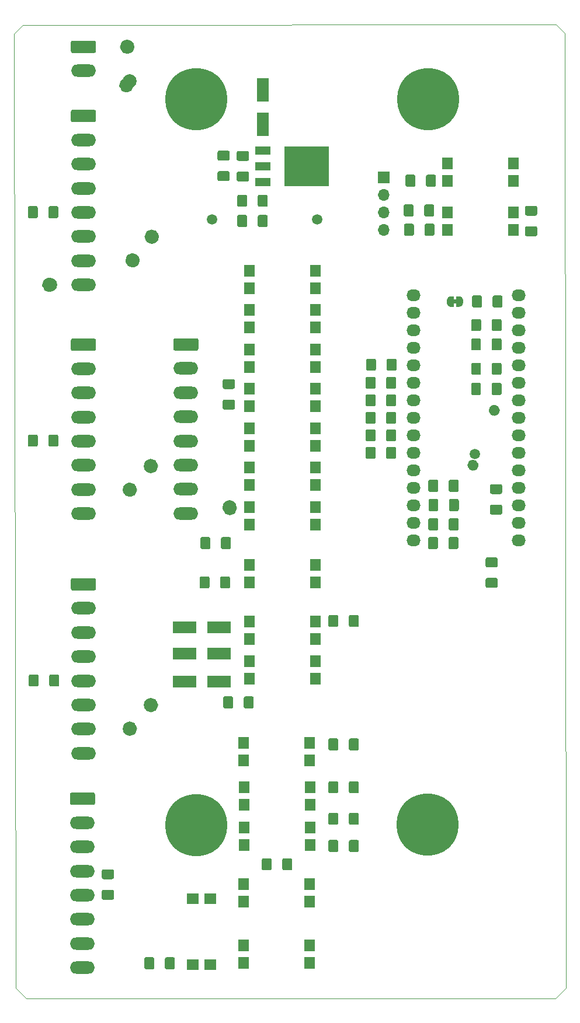
<source format=gbr>
G04 #@! TF.GenerationSoftware,KiCad,Pcbnew,(6.0.0-rc1-dev-347-gd8782b751)*
G04 #@! TF.CreationDate,2019-11-16T19:03:48+01:00*
G04 #@! TF.ProjectId,nano,6E616E6F2E6B696361645F7063620000,rev?*
G04 #@! TF.SameCoordinates,Original*
G04 #@! TF.FileFunction,Soldermask,Bot*
G04 #@! TF.FilePolarity,Negative*
%FSLAX46Y46*%
G04 Gerber Fmt 4.6, Leading zero omitted, Abs format (unit mm)*
G04 Created by KiCad (PCBNEW (6.0.0-rc1-dev-347-gd8782b751)) date 11/16/19 19:03:48*
%MOMM*%
%LPD*%
G01*
G04 APERTURE LIST*
%ADD10C,1.000000*%
%ADD11C,1.100000*%
%ADD12C,0.100000*%
%ADD13C,1.425000*%
%ADD14R,3.500000X1.800000*%
%ADD15R,1.800000X3.500000*%
%ADD16R,1.500000X1.780000*%
%ADD17C,0.500000*%
%ADD18O,1.700000X1.700000*%
%ADD19R,1.700000X1.700000*%
%ADD20O,3.600000X1.800000*%
%ADD21C,1.800000*%
%ADD22R,1.780000X1.500000*%
%ADD23C,9.000000*%
%ADD24R,6.400000X5.800000*%
%ADD25R,2.200000X1.200000*%
%ADD26O,2.032000X1.727200*%
%ADD27C,2.000000*%
%ADD28C,1.500000*%
G04 APERTURE END LIST*
D10*
X151430000Y-87930000D02*
G75*
G03X151430000Y-87930000I-300000J0D01*
G01*
X148336000Y-95885000D02*
G75*
G03X148336000Y-95885000I-300000J0D01*
G01*
D11*
X101854000Y-130683000D02*
G75*
G03X101854000Y-130683000I-500000J0D01*
G01*
X98290000Y-40767000D02*
G75*
G03X98290000Y-40767000I-500000J0D01*
G01*
X101973000Y-62738000D02*
G75*
G03X101973000Y-62738000I-500000J0D01*
G01*
X98798000Y-99441000D02*
G75*
G03X98798000Y-99441000I-500000J0D01*
G01*
X101846000Y-96012000D02*
G75*
G03X101846000Y-96012000I-500000J0D01*
G01*
X98417000Y-35179000D02*
G75*
G03X98417000Y-35179000I-500000J0D01*
G01*
X113276000Y-102108000D02*
G75*
G03X113276000Y-102108000I-500000J0D01*
G01*
X99187000Y-66167000D02*
G75*
G03X99187000Y-66167000I-500000J0D01*
G01*
X98798000Y-134112000D02*
G75*
G03X98798000Y-134112000I-500000J0D01*
G01*
X87114000Y-69723000D02*
G75*
G03X87114000Y-69723000I-500000J0D01*
G01*
D12*
X83312000Y-173228000D02*
X81788000Y-171704000D01*
X82804000Y-32004000D02*
X81534000Y-33274000D01*
X161544000Y-171704000D02*
X160020000Y-173228000D01*
X161353500Y-33210500D02*
X160083500Y-31940500D01*
X110746885Y-148021384D02*
G75*
G03X110746885Y-148021384I-2796885J0D01*
G01*
X144208500Y-148018500D02*
G75*
G03X144208500Y-148018500I-2794000J0D01*
G01*
X110692022Y-42874021D02*
G75*
G03X110692022Y-42874021I-2805522J0D01*
G01*
X144030668Y-42875168D02*
G75*
G03X144030668Y-42875168I-2552668J0D01*
G01*
X81788000Y-171704000D02*
X81534000Y-33274000D01*
X160020000Y-173228000D02*
X83312000Y-173228000D01*
X161353500Y-33210500D02*
X161544000Y-171704000D01*
X82804000Y-32004000D02*
X160083500Y-31940500D01*
G04 #@! TO.C,C7*
G36*
X152033504Y-98639204D02*
X152057773Y-98642804D01*
X152081571Y-98648765D01*
X152104671Y-98657030D01*
X152126849Y-98667520D01*
X152147893Y-98680133D01*
X152167598Y-98694747D01*
X152185777Y-98711223D01*
X152202253Y-98729402D01*
X152216867Y-98749107D01*
X152229480Y-98770151D01*
X152239970Y-98792329D01*
X152248235Y-98815429D01*
X152254196Y-98839227D01*
X152257796Y-98863496D01*
X152259000Y-98888000D01*
X152259000Y-99813000D01*
X152257796Y-99837504D01*
X152254196Y-99861773D01*
X152248235Y-99885571D01*
X152239970Y-99908671D01*
X152229480Y-99930849D01*
X152216867Y-99951893D01*
X152202253Y-99971598D01*
X152185777Y-99989777D01*
X152167598Y-100006253D01*
X152147893Y-100020867D01*
X152126849Y-100033480D01*
X152104671Y-100043970D01*
X152081571Y-100052235D01*
X152057773Y-100058196D01*
X152033504Y-100061796D01*
X152009000Y-100063000D01*
X150759000Y-100063000D01*
X150734496Y-100061796D01*
X150710227Y-100058196D01*
X150686429Y-100052235D01*
X150663329Y-100043970D01*
X150641151Y-100033480D01*
X150620107Y-100020867D01*
X150600402Y-100006253D01*
X150582223Y-99989777D01*
X150565747Y-99971598D01*
X150551133Y-99951893D01*
X150538520Y-99930849D01*
X150528030Y-99908671D01*
X150519765Y-99885571D01*
X150513804Y-99861773D01*
X150510204Y-99837504D01*
X150509000Y-99813000D01*
X150509000Y-98888000D01*
X150510204Y-98863496D01*
X150513804Y-98839227D01*
X150519765Y-98815429D01*
X150528030Y-98792329D01*
X150538520Y-98770151D01*
X150551133Y-98749107D01*
X150565747Y-98729402D01*
X150582223Y-98711223D01*
X150600402Y-98694747D01*
X150620107Y-98680133D01*
X150641151Y-98667520D01*
X150663329Y-98657030D01*
X150686429Y-98648765D01*
X150710227Y-98642804D01*
X150734496Y-98639204D01*
X150759000Y-98638000D01*
X152009000Y-98638000D01*
X152033504Y-98639204D01*
X152033504Y-98639204D01*
G37*
D13*
X151384000Y-99350500D03*
D12*
G36*
X152033504Y-101614204D02*
X152057773Y-101617804D01*
X152081571Y-101623765D01*
X152104671Y-101632030D01*
X152126849Y-101642520D01*
X152147893Y-101655133D01*
X152167598Y-101669747D01*
X152185777Y-101686223D01*
X152202253Y-101704402D01*
X152216867Y-101724107D01*
X152229480Y-101745151D01*
X152239970Y-101767329D01*
X152248235Y-101790429D01*
X152254196Y-101814227D01*
X152257796Y-101838496D01*
X152259000Y-101863000D01*
X152259000Y-102788000D01*
X152257796Y-102812504D01*
X152254196Y-102836773D01*
X152248235Y-102860571D01*
X152239970Y-102883671D01*
X152229480Y-102905849D01*
X152216867Y-102926893D01*
X152202253Y-102946598D01*
X152185777Y-102964777D01*
X152167598Y-102981253D01*
X152147893Y-102995867D01*
X152126849Y-103008480D01*
X152104671Y-103018970D01*
X152081571Y-103027235D01*
X152057773Y-103033196D01*
X152033504Y-103036796D01*
X152009000Y-103038000D01*
X150759000Y-103038000D01*
X150734496Y-103036796D01*
X150710227Y-103033196D01*
X150686429Y-103027235D01*
X150663329Y-103018970D01*
X150641151Y-103008480D01*
X150620107Y-102995867D01*
X150600402Y-102981253D01*
X150582223Y-102964777D01*
X150565747Y-102946598D01*
X150551133Y-102926893D01*
X150538520Y-102905849D01*
X150528030Y-102883671D01*
X150519765Y-102860571D01*
X150513804Y-102836773D01*
X150510204Y-102812504D01*
X150509000Y-102788000D01*
X150509000Y-101863000D01*
X150510204Y-101838496D01*
X150513804Y-101814227D01*
X150519765Y-101790429D01*
X150528030Y-101767329D01*
X150538520Y-101745151D01*
X150551133Y-101724107D01*
X150565747Y-101704402D01*
X150582223Y-101686223D01*
X150600402Y-101669747D01*
X150620107Y-101655133D01*
X150641151Y-101642520D01*
X150663329Y-101632030D01*
X150686429Y-101623765D01*
X150710227Y-101617804D01*
X150734496Y-101614204D01*
X150759000Y-101613000D01*
X152009000Y-101613000D01*
X152033504Y-101614204D01*
X152033504Y-101614204D01*
G37*
D13*
X151384000Y-102325500D03*
G04 #@! TD*
D14*
G04 #@! TO.C,D5->|-1*
X111212000Y-127254000D03*
X106212000Y-127254000D03*
G04 #@! TD*
G04 #@! TO.C,D4->|-1*
X111212000Y-119380000D03*
X106212000Y-119380000D03*
G04 #@! TD*
G04 #@! TO.C,D3->|-1*
X111212000Y-123190000D03*
X106212000Y-123190000D03*
G04 #@! TD*
D15*
G04 #@! TO.C,D2->|-1*
X117602000Y-41442000D03*
X117602000Y-46442000D03*
G04 #@! TD*
D16*
G04 #@! TO.C,U19*
X153863000Y-54610000D03*
X144333000Y-52070000D03*
X153863000Y-52070000D03*
X144333000Y-54610000D03*
G04 #@! TD*
G04 #@! TO.C,U18*
X153863000Y-61722000D03*
X144333000Y-59182000D03*
X153863000Y-59182000D03*
X144333000Y-61722000D03*
G04 #@! TD*
D12*
G04 #@! TO.C,R33*
G36*
X139207504Y-58054204D02*
X139231773Y-58057804D01*
X139255571Y-58063765D01*
X139278671Y-58072030D01*
X139300849Y-58082520D01*
X139321893Y-58095133D01*
X139341598Y-58109747D01*
X139359777Y-58126223D01*
X139376253Y-58144402D01*
X139390867Y-58164107D01*
X139403480Y-58185151D01*
X139413970Y-58207329D01*
X139422235Y-58230429D01*
X139428196Y-58254227D01*
X139431796Y-58278496D01*
X139433000Y-58303000D01*
X139433000Y-59553000D01*
X139431796Y-59577504D01*
X139428196Y-59601773D01*
X139422235Y-59625571D01*
X139413970Y-59648671D01*
X139403480Y-59670849D01*
X139390867Y-59691893D01*
X139376253Y-59711598D01*
X139359777Y-59729777D01*
X139341598Y-59746253D01*
X139321893Y-59760867D01*
X139300849Y-59773480D01*
X139278671Y-59783970D01*
X139255571Y-59792235D01*
X139231773Y-59798196D01*
X139207504Y-59801796D01*
X139183000Y-59803000D01*
X138258000Y-59803000D01*
X138233496Y-59801796D01*
X138209227Y-59798196D01*
X138185429Y-59792235D01*
X138162329Y-59783970D01*
X138140151Y-59773480D01*
X138119107Y-59760867D01*
X138099402Y-59746253D01*
X138081223Y-59729777D01*
X138064747Y-59711598D01*
X138050133Y-59691893D01*
X138037520Y-59670849D01*
X138027030Y-59648671D01*
X138018765Y-59625571D01*
X138012804Y-59601773D01*
X138009204Y-59577504D01*
X138008000Y-59553000D01*
X138008000Y-58303000D01*
X138009204Y-58278496D01*
X138012804Y-58254227D01*
X138018765Y-58230429D01*
X138027030Y-58207329D01*
X138037520Y-58185151D01*
X138050133Y-58164107D01*
X138064747Y-58144402D01*
X138081223Y-58126223D01*
X138099402Y-58109747D01*
X138119107Y-58095133D01*
X138140151Y-58082520D01*
X138162329Y-58072030D01*
X138185429Y-58063765D01*
X138209227Y-58057804D01*
X138233496Y-58054204D01*
X138258000Y-58053000D01*
X139183000Y-58053000D01*
X139207504Y-58054204D01*
X139207504Y-58054204D01*
G37*
D13*
X138720500Y-58928000D03*
D12*
G36*
X142182504Y-58054204D02*
X142206773Y-58057804D01*
X142230571Y-58063765D01*
X142253671Y-58072030D01*
X142275849Y-58082520D01*
X142296893Y-58095133D01*
X142316598Y-58109747D01*
X142334777Y-58126223D01*
X142351253Y-58144402D01*
X142365867Y-58164107D01*
X142378480Y-58185151D01*
X142388970Y-58207329D01*
X142397235Y-58230429D01*
X142403196Y-58254227D01*
X142406796Y-58278496D01*
X142408000Y-58303000D01*
X142408000Y-59553000D01*
X142406796Y-59577504D01*
X142403196Y-59601773D01*
X142397235Y-59625571D01*
X142388970Y-59648671D01*
X142378480Y-59670849D01*
X142365867Y-59691893D01*
X142351253Y-59711598D01*
X142334777Y-59729777D01*
X142316598Y-59746253D01*
X142296893Y-59760867D01*
X142275849Y-59773480D01*
X142253671Y-59783970D01*
X142230571Y-59792235D01*
X142206773Y-59798196D01*
X142182504Y-59801796D01*
X142158000Y-59803000D01*
X141233000Y-59803000D01*
X141208496Y-59801796D01*
X141184227Y-59798196D01*
X141160429Y-59792235D01*
X141137329Y-59783970D01*
X141115151Y-59773480D01*
X141094107Y-59760867D01*
X141074402Y-59746253D01*
X141056223Y-59729777D01*
X141039747Y-59711598D01*
X141025133Y-59691893D01*
X141012520Y-59670849D01*
X141002030Y-59648671D01*
X140993765Y-59625571D01*
X140987804Y-59601773D01*
X140984204Y-59577504D01*
X140983000Y-59553000D01*
X140983000Y-58303000D01*
X140984204Y-58278496D01*
X140987804Y-58254227D01*
X140993765Y-58230429D01*
X141002030Y-58207329D01*
X141012520Y-58185151D01*
X141025133Y-58164107D01*
X141039747Y-58144402D01*
X141056223Y-58126223D01*
X141074402Y-58109747D01*
X141094107Y-58095133D01*
X141115151Y-58082520D01*
X141137329Y-58072030D01*
X141160429Y-58063765D01*
X141184227Y-58057804D01*
X141208496Y-58054204D01*
X141233000Y-58053000D01*
X142158000Y-58053000D01*
X142182504Y-58054204D01*
X142182504Y-58054204D01*
G37*
D13*
X141695500Y-58928000D03*
G04 #@! TD*
D12*
G04 #@! TO.C,R32*
G36*
X139461504Y-53736204D02*
X139485773Y-53739804D01*
X139509571Y-53745765D01*
X139532671Y-53754030D01*
X139554849Y-53764520D01*
X139575893Y-53777133D01*
X139595598Y-53791747D01*
X139613777Y-53808223D01*
X139630253Y-53826402D01*
X139644867Y-53846107D01*
X139657480Y-53867151D01*
X139667970Y-53889329D01*
X139676235Y-53912429D01*
X139682196Y-53936227D01*
X139685796Y-53960496D01*
X139687000Y-53985000D01*
X139687000Y-55235000D01*
X139685796Y-55259504D01*
X139682196Y-55283773D01*
X139676235Y-55307571D01*
X139667970Y-55330671D01*
X139657480Y-55352849D01*
X139644867Y-55373893D01*
X139630253Y-55393598D01*
X139613777Y-55411777D01*
X139595598Y-55428253D01*
X139575893Y-55442867D01*
X139554849Y-55455480D01*
X139532671Y-55465970D01*
X139509571Y-55474235D01*
X139485773Y-55480196D01*
X139461504Y-55483796D01*
X139437000Y-55485000D01*
X138512000Y-55485000D01*
X138487496Y-55483796D01*
X138463227Y-55480196D01*
X138439429Y-55474235D01*
X138416329Y-55465970D01*
X138394151Y-55455480D01*
X138373107Y-55442867D01*
X138353402Y-55428253D01*
X138335223Y-55411777D01*
X138318747Y-55393598D01*
X138304133Y-55373893D01*
X138291520Y-55352849D01*
X138281030Y-55330671D01*
X138272765Y-55307571D01*
X138266804Y-55283773D01*
X138263204Y-55259504D01*
X138262000Y-55235000D01*
X138262000Y-53985000D01*
X138263204Y-53960496D01*
X138266804Y-53936227D01*
X138272765Y-53912429D01*
X138281030Y-53889329D01*
X138291520Y-53867151D01*
X138304133Y-53846107D01*
X138318747Y-53826402D01*
X138335223Y-53808223D01*
X138353402Y-53791747D01*
X138373107Y-53777133D01*
X138394151Y-53764520D01*
X138416329Y-53754030D01*
X138439429Y-53745765D01*
X138463227Y-53739804D01*
X138487496Y-53736204D01*
X138512000Y-53735000D01*
X139437000Y-53735000D01*
X139461504Y-53736204D01*
X139461504Y-53736204D01*
G37*
D13*
X138974500Y-54610000D03*
D12*
G36*
X142436504Y-53736204D02*
X142460773Y-53739804D01*
X142484571Y-53745765D01*
X142507671Y-53754030D01*
X142529849Y-53764520D01*
X142550893Y-53777133D01*
X142570598Y-53791747D01*
X142588777Y-53808223D01*
X142605253Y-53826402D01*
X142619867Y-53846107D01*
X142632480Y-53867151D01*
X142642970Y-53889329D01*
X142651235Y-53912429D01*
X142657196Y-53936227D01*
X142660796Y-53960496D01*
X142662000Y-53985000D01*
X142662000Y-55235000D01*
X142660796Y-55259504D01*
X142657196Y-55283773D01*
X142651235Y-55307571D01*
X142642970Y-55330671D01*
X142632480Y-55352849D01*
X142619867Y-55373893D01*
X142605253Y-55393598D01*
X142588777Y-55411777D01*
X142570598Y-55428253D01*
X142550893Y-55442867D01*
X142529849Y-55455480D01*
X142507671Y-55465970D01*
X142484571Y-55474235D01*
X142460773Y-55480196D01*
X142436504Y-55483796D01*
X142412000Y-55485000D01*
X141487000Y-55485000D01*
X141462496Y-55483796D01*
X141438227Y-55480196D01*
X141414429Y-55474235D01*
X141391329Y-55465970D01*
X141369151Y-55455480D01*
X141348107Y-55442867D01*
X141328402Y-55428253D01*
X141310223Y-55411777D01*
X141293747Y-55393598D01*
X141279133Y-55373893D01*
X141266520Y-55352849D01*
X141256030Y-55330671D01*
X141247765Y-55307571D01*
X141241804Y-55283773D01*
X141238204Y-55259504D01*
X141237000Y-55235000D01*
X141237000Y-53985000D01*
X141238204Y-53960496D01*
X141241804Y-53936227D01*
X141247765Y-53912429D01*
X141256030Y-53889329D01*
X141266520Y-53867151D01*
X141279133Y-53846107D01*
X141293747Y-53826402D01*
X141310223Y-53808223D01*
X141328402Y-53791747D01*
X141348107Y-53777133D01*
X141369151Y-53764520D01*
X141391329Y-53754030D01*
X141414429Y-53745765D01*
X141438227Y-53739804D01*
X141462496Y-53736204D01*
X141487000Y-53735000D01*
X142412000Y-53735000D01*
X142436504Y-53736204D01*
X142436504Y-53736204D01*
G37*
D13*
X141949500Y-54610000D03*
G04 #@! TD*
D12*
G04 #@! TO.C,R31*
G36*
X145702004Y-106314204D02*
X145726273Y-106317804D01*
X145750071Y-106323765D01*
X145773171Y-106332030D01*
X145795349Y-106342520D01*
X145816393Y-106355133D01*
X145836098Y-106369747D01*
X145854277Y-106386223D01*
X145870753Y-106404402D01*
X145885367Y-106424107D01*
X145897980Y-106445151D01*
X145908470Y-106467329D01*
X145916735Y-106490429D01*
X145922696Y-106514227D01*
X145926296Y-106538496D01*
X145927500Y-106563000D01*
X145927500Y-107813000D01*
X145926296Y-107837504D01*
X145922696Y-107861773D01*
X145916735Y-107885571D01*
X145908470Y-107908671D01*
X145897980Y-107930849D01*
X145885367Y-107951893D01*
X145870753Y-107971598D01*
X145854277Y-107989777D01*
X145836098Y-108006253D01*
X145816393Y-108020867D01*
X145795349Y-108033480D01*
X145773171Y-108043970D01*
X145750071Y-108052235D01*
X145726273Y-108058196D01*
X145702004Y-108061796D01*
X145677500Y-108063000D01*
X144752500Y-108063000D01*
X144727996Y-108061796D01*
X144703727Y-108058196D01*
X144679929Y-108052235D01*
X144656829Y-108043970D01*
X144634651Y-108033480D01*
X144613607Y-108020867D01*
X144593902Y-108006253D01*
X144575723Y-107989777D01*
X144559247Y-107971598D01*
X144544633Y-107951893D01*
X144532020Y-107930849D01*
X144521530Y-107908671D01*
X144513265Y-107885571D01*
X144507304Y-107861773D01*
X144503704Y-107837504D01*
X144502500Y-107813000D01*
X144502500Y-106563000D01*
X144503704Y-106538496D01*
X144507304Y-106514227D01*
X144513265Y-106490429D01*
X144521530Y-106467329D01*
X144532020Y-106445151D01*
X144544633Y-106424107D01*
X144559247Y-106404402D01*
X144575723Y-106386223D01*
X144593902Y-106369747D01*
X144613607Y-106355133D01*
X144634651Y-106342520D01*
X144656829Y-106332030D01*
X144679929Y-106323765D01*
X144703727Y-106317804D01*
X144727996Y-106314204D01*
X144752500Y-106313000D01*
X145677500Y-106313000D01*
X145702004Y-106314204D01*
X145702004Y-106314204D01*
G37*
D13*
X145215000Y-107188000D03*
D12*
G36*
X142727004Y-106314204D02*
X142751273Y-106317804D01*
X142775071Y-106323765D01*
X142798171Y-106332030D01*
X142820349Y-106342520D01*
X142841393Y-106355133D01*
X142861098Y-106369747D01*
X142879277Y-106386223D01*
X142895753Y-106404402D01*
X142910367Y-106424107D01*
X142922980Y-106445151D01*
X142933470Y-106467329D01*
X142941735Y-106490429D01*
X142947696Y-106514227D01*
X142951296Y-106538496D01*
X142952500Y-106563000D01*
X142952500Y-107813000D01*
X142951296Y-107837504D01*
X142947696Y-107861773D01*
X142941735Y-107885571D01*
X142933470Y-107908671D01*
X142922980Y-107930849D01*
X142910367Y-107951893D01*
X142895753Y-107971598D01*
X142879277Y-107989777D01*
X142861098Y-108006253D01*
X142841393Y-108020867D01*
X142820349Y-108033480D01*
X142798171Y-108043970D01*
X142775071Y-108052235D01*
X142751273Y-108058196D01*
X142727004Y-108061796D01*
X142702500Y-108063000D01*
X141777500Y-108063000D01*
X141752996Y-108061796D01*
X141728727Y-108058196D01*
X141704929Y-108052235D01*
X141681829Y-108043970D01*
X141659651Y-108033480D01*
X141638607Y-108020867D01*
X141618902Y-108006253D01*
X141600723Y-107989777D01*
X141584247Y-107971598D01*
X141569633Y-107951893D01*
X141557020Y-107930849D01*
X141546530Y-107908671D01*
X141538265Y-107885571D01*
X141532304Y-107861773D01*
X141528704Y-107837504D01*
X141527500Y-107813000D01*
X141527500Y-106563000D01*
X141528704Y-106538496D01*
X141532304Y-106514227D01*
X141538265Y-106490429D01*
X141546530Y-106467329D01*
X141557020Y-106445151D01*
X141569633Y-106424107D01*
X141584247Y-106404402D01*
X141600723Y-106386223D01*
X141618902Y-106369747D01*
X141638607Y-106355133D01*
X141659651Y-106342520D01*
X141681829Y-106332030D01*
X141704929Y-106323765D01*
X141728727Y-106317804D01*
X141752996Y-106314204D01*
X141777500Y-106313000D01*
X142702500Y-106313000D01*
X142727004Y-106314204D01*
X142727004Y-106314204D01*
G37*
D13*
X142240000Y-107188000D03*
G04 #@! TD*
D12*
G04 #@! TO.C,R30*
G36*
X157113504Y-58253204D02*
X157137773Y-58256804D01*
X157161571Y-58262765D01*
X157184671Y-58271030D01*
X157206849Y-58281520D01*
X157227893Y-58294133D01*
X157247598Y-58308747D01*
X157265777Y-58325223D01*
X157282253Y-58343402D01*
X157296867Y-58363107D01*
X157309480Y-58384151D01*
X157319970Y-58406329D01*
X157328235Y-58429429D01*
X157334196Y-58453227D01*
X157337796Y-58477496D01*
X157339000Y-58502000D01*
X157339000Y-59427000D01*
X157337796Y-59451504D01*
X157334196Y-59475773D01*
X157328235Y-59499571D01*
X157319970Y-59522671D01*
X157309480Y-59544849D01*
X157296867Y-59565893D01*
X157282253Y-59585598D01*
X157265777Y-59603777D01*
X157247598Y-59620253D01*
X157227893Y-59634867D01*
X157206849Y-59647480D01*
X157184671Y-59657970D01*
X157161571Y-59666235D01*
X157137773Y-59672196D01*
X157113504Y-59675796D01*
X157089000Y-59677000D01*
X155839000Y-59677000D01*
X155814496Y-59675796D01*
X155790227Y-59672196D01*
X155766429Y-59666235D01*
X155743329Y-59657970D01*
X155721151Y-59647480D01*
X155700107Y-59634867D01*
X155680402Y-59620253D01*
X155662223Y-59603777D01*
X155645747Y-59585598D01*
X155631133Y-59565893D01*
X155618520Y-59544849D01*
X155608030Y-59522671D01*
X155599765Y-59499571D01*
X155593804Y-59475773D01*
X155590204Y-59451504D01*
X155589000Y-59427000D01*
X155589000Y-58502000D01*
X155590204Y-58477496D01*
X155593804Y-58453227D01*
X155599765Y-58429429D01*
X155608030Y-58406329D01*
X155618520Y-58384151D01*
X155631133Y-58363107D01*
X155645747Y-58343402D01*
X155662223Y-58325223D01*
X155680402Y-58308747D01*
X155700107Y-58294133D01*
X155721151Y-58281520D01*
X155743329Y-58271030D01*
X155766429Y-58262765D01*
X155790227Y-58256804D01*
X155814496Y-58253204D01*
X155839000Y-58252000D01*
X157089000Y-58252000D01*
X157113504Y-58253204D01*
X157113504Y-58253204D01*
G37*
D13*
X156464000Y-58964500D03*
D12*
G36*
X157113504Y-61228204D02*
X157137773Y-61231804D01*
X157161571Y-61237765D01*
X157184671Y-61246030D01*
X157206849Y-61256520D01*
X157227893Y-61269133D01*
X157247598Y-61283747D01*
X157265777Y-61300223D01*
X157282253Y-61318402D01*
X157296867Y-61338107D01*
X157309480Y-61359151D01*
X157319970Y-61381329D01*
X157328235Y-61404429D01*
X157334196Y-61428227D01*
X157337796Y-61452496D01*
X157339000Y-61477000D01*
X157339000Y-62402000D01*
X157337796Y-62426504D01*
X157334196Y-62450773D01*
X157328235Y-62474571D01*
X157319970Y-62497671D01*
X157309480Y-62519849D01*
X157296867Y-62540893D01*
X157282253Y-62560598D01*
X157265777Y-62578777D01*
X157247598Y-62595253D01*
X157227893Y-62609867D01*
X157206849Y-62622480D01*
X157184671Y-62632970D01*
X157161571Y-62641235D01*
X157137773Y-62647196D01*
X157113504Y-62650796D01*
X157089000Y-62652000D01*
X155839000Y-62652000D01*
X155814496Y-62650796D01*
X155790227Y-62647196D01*
X155766429Y-62641235D01*
X155743329Y-62632970D01*
X155721151Y-62622480D01*
X155700107Y-62609867D01*
X155680402Y-62595253D01*
X155662223Y-62578777D01*
X155645747Y-62560598D01*
X155631133Y-62540893D01*
X155618520Y-62519849D01*
X155608030Y-62497671D01*
X155599765Y-62474571D01*
X155593804Y-62450773D01*
X155590204Y-62426504D01*
X155589000Y-62402000D01*
X155589000Y-61477000D01*
X155590204Y-61452496D01*
X155593804Y-61428227D01*
X155599765Y-61404429D01*
X155608030Y-61381329D01*
X155618520Y-61359151D01*
X155631133Y-61338107D01*
X155645747Y-61318402D01*
X155662223Y-61300223D01*
X155680402Y-61283747D01*
X155700107Y-61269133D01*
X155721151Y-61256520D01*
X155743329Y-61246030D01*
X155766429Y-61237765D01*
X155790227Y-61231804D01*
X155814496Y-61228204D01*
X155839000Y-61227000D01*
X157089000Y-61227000D01*
X157113504Y-61228204D01*
X157113504Y-61228204D01*
G37*
D13*
X156464000Y-61939500D03*
G04 #@! TD*
D12*
G04 #@! TO.C,R29*
G36*
X139244004Y-60848204D02*
X139268273Y-60851804D01*
X139292071Y-60857765D01*
X139315171Y-60866030D01*
X139337349Y-60876520D01*
X139358393Y-60889133D01*
X139378098Y-60903747D01*
X139396277Y-60920223D01*
X139412753Y-60938402D01*
X139427367Y-60958107D01*
X139439980Y-60979151D01*
X139450470Y-61001329D01*
X139458735Y-61024429D01*
X139464696Y-61048227D01*
X139468296Y-61072496D01*
X139469500Y-61097000D01*
X139469500Y-62347000D01*
X139468296Y-62371504D01*
X139464696Y-62395773D01*
X139458735Y-62419571D01*
X139450470Y-62442671D01*
X139439980Y-62464849D01*
X139427367Y-62485893D01*
X139412753Y-62505598D01*
X139396277Y-62523777D01*
X139378098Y-62540253D01*
X139358393Y-62554867D01*
X139337349Y-62567480D01*
X139315171Y-62577970D01*
X139292071Y-62586235D01*
X139268273Y-62592196D01*
X139244004Y-62595796D01*
X139219500Y-62597000D01*
X138294500Y-62597000D01*
X138269996Y-62595796D01*
X138245727Y-62592196D01*
X138221929Y-62586235D01*
X138198829Y-62577970D01*
X138176651Y-62567480D01*
X138155607Y-62554867D01*
X138135902Y-62540253D01*
X138117723Y-62523777D01*
X138101247Y-62505598D01*
X138086633Y-62485893D01*
X138074020Y-62464849D01*
X138063530Y-62442671D01*
X138055265Y-62419571D01*
X138049304Y-62395773D01*
X138045704Y-62371504D01*
X138044500Y-62347000D01*
X138044500Y-61097000D01*
X138045704Y-61072496D01*
X138049304Y-61048227D01*
X138055265Y-61024429D01*
X138063530Y-61001329D01*
X138074020Y-60979151D01*
X138086633Y-60958107D01*
X138101247Y-60938402D01*
X138117723Y-60920223D01*
X138135902Y-60903747D01*
X138155607Y-60889133D01*
X138176651Y-60876520D01*
X138198829Y-60866030D01*
X138221929Y-60857765D01*
X138245727Y-60851804D01*
X138269996Y-60848204D01*
X138294500Y-60847000D01*
X139219500Y-60847000D01*
X139244004Y-60848204D01*
X139244004Y-60848204D01*
G37*
D13*
X138757000Y-61722000D03*
D12*
G36*
X142219004Y-60848204D02*
X142243273Y-60851804D01*
X142267071Y-60857765D01*
X142290171Y-60866030D01*
X142312349Y-60876520D01*
X142333393Y-60889133D01*
X142353098Y-60903747D01*
X142371277Y-60920223D01*
X142387753Y-60938402D01*
X142402367Y-60958107D01*
X142414980Y-60979151D01*
X142425470Y-61001329D01*
X142433735Y-61024429D01*
X142439696Y-61048227D01*
X142443296Y-61072496D01*
X142444500Y-61097000D01*
X142444500Y-62347000D01*
X142443296Y-62371504D01*
X142439696Y-62395773D01*
X142433735Y-62419571D01*
X142425470Y-62442671D01*
X142414980Y-62464849D01*
X142402367Y-62485893D01*
X142387753Y-62505598D01*
X142371277Y-62523777D01*
X142353098Y-62540253D01*
X142333393Y-62554867D01*
X142312349Y-62567480D01*
X142290171Y-62577970D01*
X142267071Y-62586235D01*
X142243273Y-62592196D01*
X142219004Y-62595796D01*
X142194500Y-62597000D01*
X141269500Y-62597000D01*
X141244996Y-62595796D01*
X141220727Y-62592196D01*
X141196929Y-62586235D01*
X141173829Y-62577970D01*
X141151651Y-62567480D01*
X141130607Y-62554867D01*
X141110902Y-62540253D01*
X141092723Y-62523777D01*
X141076247Y-62505598D01*
X141061633Y-62485893D01*
X141049020Y-62464849D01*
X141038530Y-62442671D01*
X141030265Y-62419571D01*
X141024304Y-62395773D01*
X141020704Y-62371504D01*
X141019500Y-62347000D01*
X141019500Y-61097000D01*
X141020704Y-61072496D01*
X141024304Y-61048227D01*
X141030265Y-61024429D01*
X141038530Y-61001329D01*
X141049020Y-60979151D01*
X141061633Y-60958107D01*
X141076247Y-60938402D01*
X141092723Y-60920223D01*
X141110902Y-60903747D01*
X141130607Y-60889133D01*
X141151651Y-60876520D01*
X141173829Y-60866030D01*
X141196929Y-60857765D01*
X141220727Y-60851804D01*
X141244996Y-60848204D01*
X141269500Y-60847000D01*
X142194500Y-60847000D01*
X142219004Y-60848204D01*
X142219004Y-60848204D01*
G37*
D13*
X141732000Y-61722000D03*
G04 #@! TD*
D17*
G04 #@! TO.C,RESET_CAP_JUMPER1*
X146080000Y-72136000D03*
D12*
G36*
X146080000Y-71386602D02*
X146104534Y-71386602D01*
X146153365Y-71391412D01*
X146201490Y-71400984D01*
X146248445Y-71415228D01*
X146293778Y-71434005D01*
X146337051Y-71457136D01*
X146377850Y-71484396D01*
X146415779Y-71515524D01*
X146450476Y-71550221D01*
X146481604Y-71588150D01*
X146508864Y-71628949D01*
X146531995Y-71672222D01*
X146550772Y-71717555D01*
X146565016Y-71764510D01*
X146574588Y-71812635D01*
X146579398Y-71861466D01*
X146579398Y-71886000D01*
X146580000Y-71886000D01*
X146580000Y-72386000D01*
X146579398Y-72386000D01*
X146579398Y-72410534D01*
X146574588Y-72459365D01*
X146565016Y-72507490D01*
X146550772Y-72554445D01*
X146531995Y-72599778D01*
X146508864Y-72643051D01*
X146481604Y-72683850D01*
X146450476Y-72721779D01*
X146415779Y-72756476D01*
X146377850Y-72787604D01*
X146337051Y-72814864D01*
X146293778Y-72837995D01*
X146248445Y-72856772D01*
X146201490Y-72871016D01*
X146153365Y-72880588D01*
X146104534Y-72885398D01*
X146080000Y-72885398D01*
X146080000Y-72886000D01*
X145580000Y-72886000D01*
X145580000Y-71386000D01*
X146080000Y-71386000D01*
X146080000Y-71386602D01*
X146080000Y-71386602D01*
G37*
D17*
X144780000Y-72136000D03*
D12*
G36*
X145280000Y-71836000D02*
X145680000Y-71836000D01*
X145680000Y-72436000D01*
X145280000Y-72436000D01*
X145280000Y-72886000D01*
X144780000Y-72886000D01*
X144780000Y-72885398D01*
X144755466Y-72885398D01*
X144706635Y-72880588D01*
X144658510Y-72871016D01*
X144611555Y-72856772D01*
X144566222Y-72837995D01*
X144522949Y-72814864D01*
X144482150Y-72787604D01*
X144444221Y-72756476D01*
X144409524Y-72721779D01*
X144378396Y-72683850D01*
X144351136Y-72643051D01*
X144328005Y-72599778D01*
X144309228Y-72554445D01*
X144294984Y-72507490D01*
X144285412Y-72459365D01*
X144280602Y-72410534D01*
X144280602Y-72386000D01*
X144280000Y-72386000D01*
X144280000Y-71886000D01*
X144280602Y-71886000D01*
X144280602Y-71861466D01*
X144285412Y-71812635D01*
X144294984Y-71764510D01*
X144309228Y-71717555D01*
X144328005Y-71672222D01*
X144351136Y-71628949D01*
X144378396Y-71588150D01*
X144409524Y-71550221D01*
X144444221Y-71515524D01*
X144482150Y-71484396D01*
X144522949Y-71457136D01*
X144566222Y-71434005D01*
X144611555Y-71415228D01*
X144658510Y-71400984D01*
X144706635Y-71391412D01*
X144755466Y-71386602D01*
X144780000Y-71386602D01*
X144780000Y-71386000D01*
X145280000Y-71386000D01*
X145280000Y-71836000D01*
X145280000Y-71836000D01*
G37*
G04 #@! TD*
D18*
G04 #@! TO.C,Serial_conn1*
X135128000Y-61722000D03*
X135128000Y-59182000D03*
X135128000Y-56642000D03*
D19*
X135128000Y-54102000D03*
G04 #@! TD*
D12*
G04 #@! TO.C,C4*
G36*
X149113504Y-71262204D02*
X149137773Y-71265804D01*
X149161571Y-71271765D01*
X149184671Y-71280030D01*
X149206849Y-71290520D01*
X149227893Y-71303133D01*
X149247598Y-71317747D01*
X149265777Y-71334223D01*
X149282253Y-71352402D01*
X149296867Y-71372107D01*
X149309480Y-71393151D01*
X149319970Y-71415329D01*
X149328235Y-71438429D01*
X149334196Y-71462227D01*
X149337796Y-71486496D01*
X149339000Y-71511000D01*
X149339000Y-72761000D01*
X149337796Y-72785504D01*
X149334196Y-72809773D01*
X149328235Y-72833571D01*
X149319970Y-72856671D01*
X149309480Y-72878849D01*
X149296867Y-72899893D01*
X149282253Y-72919598D01*
X149265777Y-72937777D01*
X149247598Y-72954253D01*
X149227893Y-72968867D01*
X149206849Y-72981480D01*
X149184671Y-72991970D01*
X149161571Y-73000235D01*
X149137773Y-73006196D01*
X149113504Y-73009796D01*
X149089000Y-73011000D01*
X148164000Y-73011000D01*
X148139496Y-73009796D01*
X148115227Y-73006196D01*
X148091429Y-73000235D01*
X148068329Y-72991970D01*
X148046151Y-72981480D01*
X148025107Y-72968867D01*
X148005402Y-72954253D01*
X147987223Y-72937777D01*
X147970747Y-72919598D01*
X147956133Y-72899893D01*
X147943520Y-72878849D01*
X147933030Y-72856671D01*
X147924765Y-72833571D01*
X147918804Y-72809773D01*
X147915204Y-72785504D01*
X147914000Y-72761000D01*
X147914000Y-71511000D01*
X147915204Y-71486496D01*
X147918804Y-71462227D01*
X147924765Y-71438429D01*
X147933030Y-71415329D01*
X147943520Y-71393151D01*
X147956133Y-71372107D01*
X147970747Y-71352402D01*
X147987223Y-71334223D01*
X148005402Y-71317747D01*
X148025107Y-71303133D01*
X148046151Y-71290520D01*
X148068329Y-71280030D01*
X148091429Y-71271765D01*
X148115227Y-71265804D01*
X148139496Y-71262204D01*
X148164000Y-71261000D01*
X149089000Y-71261000D01*
X149113504Y-71262204D01*
X149113504Y-71262204D01*
G37*
D13*
X148626500Y-72136000D03*
D12*
G36*
X152088504Y-71262204D02*
X152112773Y-71265804D01*
X152136571Y-71271765D01*
X152159671Y-71280030D01*
X152181849Y-71290520D01*
X152202893Y-71303133D01*
X152222598Y-71317747D01*
X152240777Y-71334223D01*
X152257253Y-71352402D01*
X152271867Y-71372107D01*
X152284480Y-71393151D01*
X152294970Y-71415329D01*
X152303235Y-71438429D01*
X152309196Y-71462227D01*
X152312796Y-71486496D01*
X152314000Y-71511000D01*
X152314000Y-72761000D01*
X152312796Y-72785504D01*
X152309196Y-72809773D01*
X152303235Y-72833571D01*
X152294970Y-72856671D01*
X152284480Y-72878849D01*
X152271867Y-72899893D01*
X152257253Y-72919598D01*
X152240777Y-72937777D01*
X152222598Y-72954253D01*
X152202893Y-72968867D01*
X152181849Y-72981480D01*
X152159671Y-72991970D01*
X152136571Y-73000235D01*
X152112773Y-73006196D01*
X152088504Y-73009796D01*
X152064000Y-73011000D01*
X151139000Y-73011000D01*
X151114496Y-73009796D01*
X151090227Y-73006196D01*
X151066429Y-73000235D01*
X151043329Y-72991970D01*
X151021151Y-72981480D01*
X151000107Y-72968867D01*
X150980402Y-72954253D01*
X150962223Y-72937777D01*
X150945747Y-72919598D01*
X150931133Y-72899893D01*
X150918520Y-72878849D01*
X150908030Y-72856671D01*
X150899765Y-72833571D01*
X150893804Y-72809773D01*
X150890204Y-72785504D01*
X150889000Y-72761000D01*
X150889000Y-71511000D01*
X150890204Y-71486496D01*
X150893804Y-71462227D01*
X150899765Y-71438429D01*
X150908030Y-71415329D01*
X150918520Y-71393151D01*
X150931133Y-71372107D01*
X150945747Y-71352402D01*
X150962223Y-71334223D01*
X150980402Y-71317747D01*
X151000107Y-71303133D01*
X151021151Y-71290520D01*
X151043329Y-71280030D01*
X151066429Y-71271765D01*
X151090227Y-71265804D01*
X151114496Y-71262204D01*
X151139000Y-71261000D01*
X152064000Y-71261000D01*
X152088504Y-71262204D01*
X152088504Y-71262204D01*
G37*
D13*
X151601500Y-72136000D03*
G04 #@! TD*
D20*
G04 #@! TO.C,SIGNAL_SOCKET1*
X91440000Y-168772000D03*
X91440000Y-165272000D03*
X91440000Y-161772000D03*
X91440000Y-158272000D03*
X91440000Y-154772000D03*
X91440000Y-151272000D03*
X91440000Y-147772000D03*
D12*
G36*
X93014504Y-143373204D02*
X93038773Y-143376804D01*
X93062571Y-143382765D01*
X93085671Y-143391030D01*
X93107849Y-143401520D01*
X93128893Y-143414133D01*
X93148598Y-143428747D01*
X93166777Y-143445223D01*
X93183253Y-143463402D01*
X93197867Y-143483107D01*
X93210480Y-143504151D01*
X93220970Y-143526329D01*
X93229235Y-143549429D01*
X93235196Y-143573227D01*
X93238796Y-143597496D01*
X93240000Y-143622000D01*
X93240000Y-144922000D01*
X93238796Y-144946504D01*
X93235196Y-144970773D01*
X93229235Y-144994571D01*
X93220970Y-145017671D01*
X93210480Y-145039849D01*
X93197867Y-145060893D01*
X93183253Y-145080598D01*
X93166777Y-145098777D01*
X93148598Y-145115253D01*
X93128893Y-145129867D01*
X93107849Y-145142480D01*
X93085671Y-145152970D01*
X93062571Y-145161235D01*
X93038773Y-145167196D01*
X93014504Y-145170796D01*
X92990000Y-145172000D01*
X89890000Y-145172000D01*
X89865496Y-145170796D01*
X89841227Y-145167196D01*
X89817429Y-145161235D01*
X89794329Y-145152970D01*
X89772151Y-145142480D01*
X89751107Y-145129867D01*
X89731402Y-145115253D01*
X89713223Y-145098777D01*
X89696747Y-145080598D01*
X89682133Y-145060893D01*
X89669520Y-145039849D01*
X89659030Y-145017671D01*
X89650765Y-144994571D01*
X89644804Y-144970773D01*
X89641204Y-144946504D01*
X89640000Y-144922000D01*
X89640000Y-143622000D01*
X89641204Y-143597496D01*
X89644804Y-143573227D01*
X89650765Y-143549429D01*
X89659030Y-143526329D01*
X89669520Y-143504151D01*
X89682133Y-143483107D01*
X89696747Y-143463402D01*
X89713223Y-143445223D01*
X89731402Y-143428747D01*
X89751107Y-143414133D01*
X89772151Y-143401520D01*
X89794329Y-143391030D01*
X89817429Y-143382765D01*
X89841227Y-143376804D01*
X89865496Y-143373204D01*
X89890000Y-143372000D01*
X92990000Y-143372000D01*
X93014504Y-143373204D01*
X93014504Y-143373204D01*
G37*
D21*
X91440000Y-144272000D03*
G04 #@! TD*
D20*
G04 #@! TO.C,Z_PLUG_SOCKET1*
X91567000Y-137657000D03*
X91567000Y-134157000D03*
X91567000Y-130657000D03*
X91567000Y-127157000D03*
X91567000Y-123657000D03*
X91567000Y-120157000D03*
X91567000Y-116657000D03*
D12*
G36*
X93141504Y-112258204D02*
X93165773Y-112261804D01*
X93189571Y-112267765D01*
X93212671Y-112276030D01*
X93234849Y-112286520D01*
X93255893Y-112299133D01*
X93275598Y-112313747D01*
X93293777Y-112330223D01*
X93310253Y-112348402D01*
X93324867Y-112368107D01*
X93337480Y-112389151D01*
X93347970Y-112411329D01*
X93356235Y-112434429D01*
X93362196Y-112458227D01*
X93365796Y-112482496D01*
X93367000Y-112507000D01*
X93367000Y-113807000D01*
X93365796Y-113831504D01*
X93362196Y-113855773D01*
X93356235Y-113879571D01*
X93347970Y-113902671D01*
X93337480Y-113924849D01*
X93324867Y-113945893D01*
X93310253Y-113965598D01*
X93293777Y-113983777D01*
X93275598Y-114000253D01*
X93255893Y-114014867D01*
X93234849Y-114027480D01*
X93212671Y-114037970D01*
X93189571Y-114046235D01*
X93165773Y-114052196D01*
X93141504Y-114055796D01*
X93117000Y-114057000D01*
X90017000Y-114057000D01*
X89992496Y-114055796D01*
X89968227Y-114052196D01*
X89944429Y-114046235D01*
X89921329Y-114037970D01*
X89899151Y-114027480D01*
X89878107Y-114014867D01*
X89858402Y-114000253D01*
X89840223Y-113983777D01*
X89823747Y-113965598D01*
X89809133Y-113945893D01*
X89796520Y-113924849D01*
X89786030Y-113902671D01*
X89777765Y-113879571D01*
X89771804Y-113855773D01*
X89768204Y-113831504D01*
X89767000Y-113807000D01*
X89767000Y-112507000D01*
X89768204Y-112482496D01*
X89771804Y-112458227D01*
X89777765Y-112434429D01*
X89786030Y-112411329D01*
X89796520Y-112389151D01*
X89809133Y-112368107D01*
X89823747Y-112348402D01*
X89840223Y-112330223D01*
X89858402Y-112313747D01*
X89878107Y-112299133D01*
X89899151Y-112286520D01*
X89921329Y-112276030D01*
X89944429Y-112267765D01*
X89968227Y-112261804D01*
X89992496Y-112258204D01*
X90017000Y-112257000D01*
X93117000Y-112257000D01*
X93141504Y-112258204D01*
X93141504Y-112258204D01*
G37*
D21*
X91567000Y-113157000D03*
G04 #@! TD*
D16*
G04 #@! TO.C,U3*
X114805500Y-136207500D03*
X124335500Y-138747500D03*
X114805500Y-138747500D03*
X124335500Y-136207500D03*
G04 #@! TD*
D22*
G04 #@! TO.C,U17*
X109982000Y-158811000D03*
X107442000Y-168341000D03*
X107442000Y-158811000D03*
X109982000Y-168341000D03*
G04 #@! TD*
D12*
G04 #@! TO.C,R28*
G36*
X101615504Y-167274204D02*
X101639773Y-167277804D01*
X101663571Y-167283765D01*
X101686671Y-167292030D01*
X101708849Y-167302520D01*
X101729893Y-167315133D01*
X101749598Y-167329747D01*
X101767777Y-167346223D01*
X101784253Y-167364402D01*
X101798867Y-167384107D01*
X101811480Y-167405151D01*
X101821970Y-167427329D01*
X101830235Y-167450429D01*
X101836196Y-167474227D01*
X101839796Y-167498496D01*
X101841000Y-167523000D01*
X101841000Y-168773000D01*
X101839796Y-168797504D01*
X101836196Y-168821773D01*
X101830235Y-168845571D01*
X101821970Y-168868671D01*
X101811480Y-168890849D01*
X101798867Y-168911893D01*
X101784253Y-168931598D01*
X101767777Y-168949777D01*
X101749598Y-168966253D01*
X101729893Y-168980867D01*
X101708849Y-168993480D01*
X101686671Y-169003970D01*
X101663571Y-169012235D01*
X101639773Y-169018196D01*
X101615504Y-169021796D01*
X101591000Y-169023000D01*
X100666000Y-169023000D01*
X100641496Y-169021796D01*
X100617227Y-169018196D01*
X100593429Y-169012235D01*
X100570329Y-169003970D01*
X100548151Y-168993480D01*
X100527107Y-168980867D01*
X100507402Y-168966253D01*
X100489223Y-168949777D01*
X100472747Y-168931598D01*
X100458133Y-168911893D01*
X100445520Y-168890849D01*
X100435030Y-168868671D01*
X100426765Y-168845571D01*
X100420804Y-168821773D01*
X100417204Y-168797504D01*
X100416000Y-168773000D01*
X100416000Y-167523000D01*
X100417204Y-167498496D01*
X100420804Y-167474227D01*
X100426765Y-167450429D01*
X100435030Y-167427329D01*
X100445520Y-167405151D01*
X100458133Y-167384107D01*
X100472747Y-167364402D01*
X100489223Y-167346223D01*
X100507402Y-167329747D01*
X100527107Y-167315133D01*
X100548151Y-167302520D01*
X100570329Y-167292030D01*
X100593429Y-167283765D01*
X100617227Y-167277804D01*
X100641496Y-167274204D01*
X100666000Y-167273000D01*
X101591000Y-167273000D01*
X101615504Y-167274204D01*
X101615504Y-167274204D01*
G37*
D13*
X101128500Y-168148000D03*
D12*
G36*
X104590504Y-167274204D02*
X104614773Y-167277804D01*
X104638571Y-167283765D01*
X104661671Y-167292030D01*
X104683849Y-167302520D01*
X104704893Y-167315133D01*
X104724598Y-167329747D01*
X104742777Y-167346223D01*
X104759253Y-167364402D01*
X104773867Y-167384107D01*
X104786480Y-167405151D01*
X104796970Y-167427329D01*
X104805235Y-167450429D01*
X104811196Y-167474227D01*
X104814796Y-167498496D01*
X104816000Y-167523000D01*
X104816000Y-168773000D01*
X104814796Y-168797504D01*
X104811196Y-168821773D01*
X104805235Y-168845571D01*
X104796970Y-168868671D01*
X104786480Y-168890849D01*
X104773867Y-168911893D01*
X104759253Y-168931598D01*
X104742777Y-168949777D01*
X104724598Y-168966253D01*
X104704893Y-168980867D01*
X104683849Y-168993480D01*
X104661671Y-169003970D01*
X104638571Y-169012235D01*
X104614773Y-169018196D01*
X104590504Y-169021796D01*
X104566000Y-169023000D01*
X103641000Y-169023000D01*
X103616496Y-169021796D01*
X103592227Y-169018196D01*
X103568429Y-169012235D01*
X103545329Y-169003970D01*
X103523151Y-168993480D01*
X103502107Y-168980867D01*
X103482402Y-168966253D01*
X103464223Y-168949777D01*
X103447747Y-168931598D01*
X103433133Y-168911893D01*
X103420520Y-168890849D01*
X103410030Y-168868671D01*
X103401765Y-168845571D01*
X103395804Y-168821773D01*
X103392204Y-168797504D01*
X103391000Y-168773000D01*
X103391000Y-167523000D01*
X103392204Y-167498496D01*
X103395804Y-167474227D01*
X103401765Y-167450429D01*
X103410030Y-167427329D01*
X103420520Y-167405151D01*
X103433133Y-167384107D01*
X103447747Y-167364402D01*
X103464223Y-167346223D01*
X103482402Y-167329747D01*
X103502107Y-167315133D01*
X103523151Y-167302520D01*
X103545329Y-167292030D01*
X103568429Y-167283765D01*
X103592227Y-167277804D01*
X103616496Y-167274204D01*
X103641000Y-167273000D01*
X104566000Y-167273000D01*
X104590504Y-167274204D01*
X104590504Y-167274204D01*
G37*
D13*
X104103500Y-168148000D03*
G04 #@! TD*
D12*
G04 #@! TO.C,R27*
G36*
X95772504Y-154519204D02*
X95796773Y-154522804D01*
X95820571Y-154528765D01*
X95843671Y-154537030D01*
X95865849Y-154547520D01*
X95886893Y-154560133D01*
X95906598Y-154574747D01*
X95924777Y-154591223D01*
X95941253Y-154609402D01*
X95955867Y-154629107D01*
X95968480Y-154650151D01*
X95978970Y-154672329D01*
X95987235Y-154695429D01*
X95993196Y-154719227D01*
X95996796Y-154743496D01*
X95998000Y-154768000D01*
X95998000Y-155693000D01*
X95996796Y-155717504D01*
X95993196Y-155741773D01*
X95987235Y-155765571D01*
X95978970Y-155788671D01*
X95968480Y-155810849D01*
X95955867Y-155831893D01*
X95941253Y-155851598D01*
X95924777Y-155869777D01*
X95906598Y-155886253D01*
X95886893Y-155900867D01*
X95865849Y-155913480D01*
X95843671Y-155923970D01*
X95820571Y-155932235D01*
X95796773Y-155938196D01*
X95772504Y-155941796D01*
X95748000Y-155943000D01*
X94498000Y-155943000D01*
X94473496Y-155941796D01*
X94449227Y-155938196D01*
X94425429Y-155932235D01*
X94402329Y-155923970D01*
X94380151Y-155913480D01*
X94359107Y-155900867D01*
X94339402Y-155886253D01*
X94321223Y-155869777D01*
X94304747Y-155851598D01*
X94290133Y-155831893D01*
X94277520Y-155810849D01*
X94267030Y-155788671D01*
X94258765Y-155765571D01*
X94252804Y-155741773D01*
X94249204Y-155717504D01*
X94248000Y-155693000D01*
X94248000Y-154768000D01*
X94249204Y-154743496D01*
X94252804Y-154719227D01*
X94258765Y-154695429D01*
X94267030Y-154672329D01*
X94277520Y-154650151D01*
X94290133Y-154629107D01*
X94304747Y-154609402D01*
X94321223Y-154591223D01*
X94339402Y-154574747D01*
X94359107Y-154560133D01*
X94380151Y-154547520D01*
X94402329Y-154537030D01*
X94425429Y-154528765D01*
X94449227Y-154522804D01*
X94473496Y-154519204D01*
X94498000Y-154518000D01*
X95748000Y-154518000D01*
X95772504Y-154519204D01*
X95772504Y-154519204D01*
G37*
D13*
X95123000Y-155230500D03*
D12*
G36*
X95772504Y-157494204D02*
X95796773Y-157497804D01*
X95820571Y-157503765D01*
X95843671Y-157512030D01*
X95865849Y-157522520D01*
X95886893Y-157535133D01*
X95906598Y-157549747D01*
X95924777Y-157566223D01*
X95941253Y-157584402D01*
X95955867Y-157604107D01*
X95968480Y-157625151D01*
X95978970Y-157647329D01*
X95987235Y-157670429D01*
X95993196Y-157694227D01*
X95996796Y-157718496D01*
X95998000Y-157743000D01*
X95998000Y-158668000D01*
X95996796Y-158692504D01*
X95993196Y-158716773D01*
X95987235Y-158740571D01*
X95978970Y-158763671D01*
X95968480Y-158785849D01*
X95955867Y-158806893D01*
X95941253Y-158826598D01*
X95924777Y-158844777D01*
X95906598Y-158861253D01*
X95886893Y-158875867D01*
X95865849Y-158888480D01*
X95843671Y-158898970D01*
X95820571Y-158907235D01*
X95796773Y-158913196D01*
X95772504Y-158916796D01*
X95748000Y-158918000D01*
X94498000Y-158918000D01*
X94473496Y-158916796D01*
X94449227Y-158913196D01*
X94425429Y-158907235D01*
X94402329Y-158898970D01*
X94380151Y-158888480D01*
X94359107Y-158875867D01*
X94339402Y-158861253D01*
X94321223Y-158844777D01*
X94304747Y-158826598D01*
X94290133Y-158806893D01*
X94277520Y-158785849D01*
X94267030Y-158763671D01*
X94258765Y-158740571D01*
X94252804Y-158716773D01*
X94249204Y-158692504D01*
X94248000Y-158668000D01*
X94248000Y-157743000D01*
X94249204Y-157718496D01*
X94252804Y-157694227D01*
X94258765Y-157670429D01*
X94267030Y-157647329D01*
X94277520Y-157625151D01*
X94290133Y-157604107D01*
X94304747Y-157584402D01*
X94321223Y-157566223D01*
X94339402Y-157549747D01*
X94359107Y-157535133D01*
X94380151Y-157522520D01*
X94402329Y-157512030D01*
X94425429Y-157503765D01*
X94449227Y-157497804D01*
X94473496Y-157494204D01*
X94498000Y-157493000D01*
X95748000Y-157493000D01*
X95772504Y-157494204D01*
X95772504Y-157494204D01*
G37*
D13*
X95123000Y-158205500D03*
G04 #@! TD*
D12*
G04 #@! TO.C,C6*
G36*
X151952965Y-77485204D02*
X151977234Y-77488804D01*
X152001032Y-77494765D01*
X152024132Y-77503030D01*
X152046310Y-77513520D01*
X152067354Y-77526133D01*
X152087059Y-77540747D01*
X152105238Y-77557223D01*
X152121714Y-77575402D01*
X152136328Y-77595107D01*
X152148941Y-77616151D01*
X152159431Y-77638329D01*
X152167696Y-77661429D01*
X152173657Y-77685227D01*
X152177257Y-77709496D01*
X152178461Y-77734000D01*
X152178461Y-78984000D01*
X152177257Y-79008504D01*
X152173657Y-79032773D01*
X152167696Y-79056571D01*
X152159431Y-79079671D01*
X152148941Y-79101849D01*
X152136328Y-79122893D01*
X152121714Y-79142598D01*
X152105238Y-79160777D01*
X152087059Y-79177253D01*
X152067354Y-79191867D01*
X152046310Y-79204480D01*
X152024132Y-79214970D01*
X152001032Y-79223235D01*
X151977234Y-79229196D01*
X151952965Y-79232796D01*
X151928461Y-79234000D01*
X151003461Y-79234000D01*
X150978957Y-79232796D01*
X150954688Y-79229196D01*
X150930890Y-79223235D01*
X150907790Y-79214970D01*
X150885612Y-79204480D01*
X150864568Y-79191867D01*
X150844863Y-79177253D01*
X150826684Y-79160777D01*
X150810208Y-79142598D01*
X150795594Y-79122893D01*
X150782981Y-79101849D01*
X150772491Y-79079671D01*
X150764226Y-79056571D01*
X150758265Y-79032773D01*
X150754665Y-79008504D01*
X150753461Y-78984000D01*
X150753461Y-77734000D01*
X150754665Y-77709496D01*
X150758265Y-77685227D01*
X150764226Y-77661429D01*
X150772491Y-77638329D01*
X150782981Y-77616151D01*
X150795594Y-77595107D01*
X150810208Y-77575402D01*
X150826684Y-77557223D01*
X150844863Y-77540747D01*
X150864568Y-77526133D01*
X150885612Y-77513520D01*
X150907790Y-77503030D01*
X150930890Y-77494765D01*
X150954688Y-77488804D01*
X150978957Y-77485204D01*
X151003461Y-77484000D01*
X151928461Y-77484000D01*
X151952965Y-77485204D01*
X151952965Y-77485204D01*
G37*
D13*
X151465961Y-78359000D03*
D12*
G36*
X148977965Y-77485204D02*
X149002234Y-77488804D01*
X149026032Y-77494765D01*
X149049132Y-77503030D01*
X149071310Y-77513520D01*
X149092354Y-77526133D01*
X149112059Y-77540747D01*
X149130238Y-77557223D01*
X149146714Y-77575402D01*
X149161328Y-77595107D01*
X149173941Y-77616151D01*
X149184431Y-77638329D01*
X149192696Y-77661429D01*
X149198657Y-77685227D01*
X149202257Y-77709496D01*
X149203461Y-77734000D01*
X149203461Y-78984000D01*
X149202257Y-79008504D01*
X149198657Y-79032773D01*
X149192696Y-79056571D01*
X149184431Y-79079671D01*
X149173941Y-79101849D01*
X149161328Y-79122893D01*
X149146714Y-79142598D01*
X149130238Y-79160777D01*
X149112059Y-79177253D01*
X149092354Y-79191867D01*
X149071310Y-79204480D01*
X149049132Y-79214970D01*
X149026032Y-79223235D01*
X149002234Y-79229196D01*
X148977965Y-79232796D01*
X148953461Y-79234000D01*
X148028461Y-79234000D01*
X148003957Y-79232796D01*
X147979688Y-79229196D01*
X147955890Y-79223235D01*
X147932790Y-79214970D01*
X147910612Y-79204480D01*
X147889568Y-79191867D01*
X147869863Y-79177253D01*
X147851684Y-79160777D01*
X147835208Y-79142598D01*
X147820594Y-79122893D01*
X147807981Y-79101849D01*
X147797491Y-79079671D01*
X147789226Y-79056571D01*
X147783265Y-79032773D01*
X147779665Y-79008504D01*
X147778461Y-78984000D01*
X147778461Y-77734000D01*
X147779665Y-77709496D01*
X147783265Y-77685227D01*
X147789226Y-77661429D01*
X147797491Y-77638329D01*
X147807981Y-77616151D01*
X147820594Y-77595107D01*
X147835208Y-77575402D01*
X147851684Y-77557223D01*
X147869863Y-77540747D01*
X147889568Y-77526133D01*
X147910612Y-77513520D01*
X147932790Y-77503030D01*
X147955890Y-77494765D01*
X147979688Y-77488804D01*
X148003957Y-77485204D01*
X148028461Y-77484000D01*
X148953461Y-77484000D01*
X148977965Y-77485204D01*
X148977965Y-77485204D01*
G37*
D13*
X148490961Y-78359000D03*
G04 #@! TD*
D12*
G04 #@! TO.C,C5*
G36*
X112536504Y-53227204D02*
X112560773Y-53230804D01*
X112584571Y-53236765D01*
X112607671Y-53245030D01*
X112629849Y-53255520D01*
X112650893Y-53268133D01*
X112670598Y-53282747D01*
X112688777Y-53299223D01*
X112705253Y-53317402D01*
X112719867Y-53337107D01*
X112732480Y-53358151D01*
X112742970Y-53380329D01*
X112751235Y-53403429D01*
X112757196Y-53427227D01*
X112760796Y-53451496D01*
X112762000Y-53476000D01*
X112762000Y-54401000D01*
X112760796Y-54425504D01*
X112757196Y-54449773D01*
X112751235Y-54473571D01*
X112742970Y-54496671D01*
X112732480Y-54518849D01*
X112719867Y-54539893D01*
X112705253Y-54559598D01*
X112688777Y-54577777D01*
X112670598Y-54594253D01*
X112650893Y-54608867D01*
X112629849Y-54621480D01*
X112607671Y-54631970D01*
X112584571Y-54640235D01*
X112560773Y-54646196D01*
X112536504Y-54649796D01*
X112512000Y-54651000D01*
X111262000Y-54651000D01*
X111237496Y-54649796D01*
X111213227Y-54646196D01*
X111189429Y-54640235D01*
X111166329Y-54631970D01*
X111144151Y-54621480D01*
X111123107Y-54608867D01*
X111103402Y-54594253D01*
X111085223Y-54577777D01*
X111068747Y-54559598D01*
X111054133Y-54539893D01*
X111041520Y-54518849D01*
X111031030Y-54496671D01*
X111022765Y-54473571D01*
X111016804Y-54449773D01*
X111013204Y-54425504D01*
X111012000Y-54401000D01*
X111012000Y-53476000D01*
X111013204Y-53451496D01*
X111016804Y-53427227D01*
X111022765Y-53403429D01*
X111031030Y-53380329D01*
X111041520Y-53358151D01*
X111054133Y-53337107D01*
X111068747Y-53317402D01*
X111085223Y-53299223D01*
X111103402Y-53282747D01*
X111123107Y-53268133D01*
X111144151Y-53255520D01*
X111166329Y-53245030D01*
X111189429Y-53236765D01*
X111213227Y-53230804D01*
X111237496Y-53227204D01*
X111262000Y-53226000D01*
X112512000Y-53226000D01*
X112536504Y-53227204D01*
X112536504Y-53227204D01*
G37*
D13*
X111887000Y-53938500D03*
D12*
G36*
X112536504Y-50252204D02*
X112560773Y-50255804D01*
X112584571Y-50261765D01*
X112607671Y-50270030D01*
X112629849Y-50280520D01*
X112650893Y-50293133D01*
X112670598Y-50307747D01*
X112688777Y-50324223D01*
X112705253Y-50342402D01*
X112719867Y-50362107D01*
X112732480Y-50383151D01*
X112742970Y-50405329D01*
X112751235Y-50428429D01*
X112757196Y-50452227D01*
X112760796Y-50476496D01*
X112762000Y-50501000D01*
X112762000Y-51426000D01*
X112760796Y-51450504D01*
X112757196Y-51474773D01*
X112751235Y-51498571D01*
X112742970Y-51521671D01*
X112732480Y-51543849D01*
X112719867Y-51564893D01*
X112705253Y-51584598D01*
X112688777Y-51602777D01*
X112670598Y-51619253D01*
X112650893Y-51633867D01*
X112629849Y-51646480D01*
X112607671Y-51656970D01*
X112584571Y-51665235D01*
X112560773Y-51671196D01*
X112536504Y-51674796D01*
X112512000Y-51676000D01*
X111262000Y-51676000D01*
X111237496Y-51674796D01*
X111213227Y-51671196D01*
X111189429Y-51665235D01*
X111166329Y-51656970D01*
X111144151Y-51646480D01*
X111123107Y-51633867D01*
X111103402Y-51619253D01*
X111085223Y-51602777D01*
X111068747Y-51584598D01*
X111054133Y-51564893D01*
X111041520Y-51543849D01*
X111031030Y-51521671D01*
X111022765Y-51498571D01*
X111016804Y-51474773D01*
X111013204Y-51450504D01*
X111012000Y-51426000D01*
X111012000Y-50501000D01*
X111013204Y-50476496D01*
X111016804Y-50452227D01*
X111022765Y-50428429D01*
X111031030Y-50405329D01*
X111041520Y-50383151D01*
X111054133Y-50362107D01*
X111068747Y-50342402D01*
X111085223Y-50324223D01*
X111103402Y-50307747D01*
X111123107Y-50293133D01*
X111144151Y-50280520D01*
X111166329Y-50270030D01*
X111189429Y-50261765D01*
X111213227Y-50255804D01*
X111237496Y-50252204D01*
X111262000Y-50251000D01*
X112512000Y-50251000D01*
X112536504Y-50252204D01*
X112536504Y-50252204D01*
G37*
D13*
X111887000Y-50963500D03*
G04 #@! TD*
D12*
G04 #@! TO.C,R26*
G36*
X148977965Y-83942409D02*
X149002234Y-83946009D01*
X149026032Y-83951970D01*
X149049132Y-83960235D01*
X149071310Y-83970725D01*
X149092354Y-83983338D01*
X149112059Y-83997952D01*
X149130238Y-84014428D01*
X149146714Y-84032607D01*
X149161328Y-84052312D01*
X149173941Y-84073356D01*
X149184431Y-84095534D01*
X149192696Y-84118634D01*
X149198657Y-84142432D01*
X149202257Y-84166701D01*
X149203461Y-84191205D01*
X149203461Y-85441205D01*
X149202257Y-85465709D01*
X149198657Y-85489978D01*
X149192696Y-85513776D01*
X149184431Y-85536876D01*
X149173941Y-85559054D01*
X149161328Y-85580098D01*
X149146714Y-85599803D01*
X149130238Y-85617982D01*
X149112059Y-85634458D01*
X149092354Y-85649072D01*
X149071310Y-85661685D01*
X149049132Y-85672175D01*
X149026032Y-85680440D01*
X149002234Y-85686401D01*
X148977965Y-85690001D01*
X148953461Y-85691205D01*
X148028461Y-85691205D01*
X148003957Y-85690001D01*
X147979688Y-85686401D01*
X147955890Y-85680440D01*
X147932790Y-85672175D01*
X147910612Y-85661685D01*
X147889568Y-85649072D01*
X147869863Y-85634458D01*
X147851684Y-85617982D01*
X147835208Y-85599803D01*
X147820594Y-85580098D01*
X147807981Y-85559054D01*
X147797491Y-85536876D01*
X147789226Y-85513776D01*
X147783265Y-85489978D01*
X147779665Y-85465709D01*
X147778461Y-85441205D01*
X147778461Y-84191205D01*
X147779665Y-84166701D01*
X147783265Y-84142432D01*
X147789226Y-84118634D01*
X147797491Y-84095534D01*
X147807981Y-84073356D01*
X147820594Y-84052312D01*
X147835208Y-84032607D01*
X147851684Y-84014428D01*
X147869863Y-83997952D01*
X147889568Y-83983338D01*
X147910612Y-83970725D01*
X147932790Y-83960235D01*
X147955890Y-83951970D01*
X147979688Y-83946009D01*
X148003957Y-83942409D01*
X148028461Y-83941205D01*
X148953461Y-83941205D01*
X148977965Y-83942409D01*
X148977965Y-83942409D01*
G37*
D13*
X148490961Y-84816205D03*
D12*
G36*
X151952965Y-83942409D02*
X151977234Y-83946009D01*
X152001032Y-83951970D01*
X152024132Y-83960235D01*
X152046310Y-83970725D01*
X152067354Y-83983338D01*
X152087059Y-83997952D01*
X152105238Y-84014428D01*
X152121714Y-84032607D01*
X152136328Y-84052312D01*
X152148941Y-84073356D01*
X152159431Y-84095534D01*
X152167696Y-84118634D01*
X152173657Y-84142432D01*
X152177257Y-84166701D01*
X152178461Y-84191205D01*
X152178461Y-85441205D01*
X152177257Y-85465709D01*
X152173657Y-85489978D01*
X152167696Y-85513776D01*
X152159431Y-85536876D01*
X152148941Y-85559054D01*
X152136328Y-85580098D01*
X152121714Y-85599803D01*
X152105238Y-85617982D01*
X152087059Y-85634458D01*
X152067354Y-85649072D01*
X152046310Y-85661685D01*
X152024132Y-85672175D01*
X152001032Y-85680440D01*
X151977234Y-85686401D01*
X151952965Y-85690001D01*
X151928461Y-85691205D01*
X151003461Y-85691205D01*
X150978957Y-85690001D01*
X150954688Y-85686401D01*
X150930890Y-85680440D01*
X150907790Y-85672175D01*
X150885612Y-85661685D01*
X150864568Y-85649072D01*
X150844863Y-85634458D01*
X150826684Y-85617982D01*
X150810208Y-85599803D01*
X150795594Y-85580098D01*
X150782981Y-85559054D01*
X150772491Y-85536876D01*
X150764226Y-85513776D01*
X150758265Y-85489978D01*
X150754665Y-85465709D01*
X150753461Y-85441205D01*
X150753461Y-84191205D01*
X150754665Y-84166701D01*
X150758265Y-84142432D01*
X150764226Y-84118634D01*
X150772491Y-84095534D01*
X150782981Y-84073356D01*
X150795594Y-84052312D01*
X150810208Y-84032607D01*
X150826684Y-84014428D01*
X150844863Y-83997952D01*
X150864568Y-83983338D01*
X150885612Y-83970725D01*
X150907790Y-83960235D01*
X150930890Y-83951970D01*
X150954688Y-83946009D01*
X150978957Y-83942409D01*
X151003461Y-83941205D01*
X151928461Y-83941205D01*
X151952965Y-83942409D01*
X151952965Y-83942409D01*
G37*
D13*
X151465961Y-84816205D03*
G04 #@! TD*
D12*
G04 #@! TO.C,R25*
G36*
X142763504Y-103583704D02*
X142787773Y-103587304D01*
X142811571Y-103593265D01*
X142834671Y-103601530D01*
X142856849Y-103612020D01*
X142877893Y-103624633D01*
X142897598Y-103639247D01*
X142915777Y-103655723D01*
X142932253Y-103673902D01*
X142946867Y-103693607D01*
X142959480Y-103714651D01*
X142969970Y-103736829D01*
X142978235Y-103759929D01*
X142984196Y-103783727D01*
X142987796Y-103807996D01*
X142989000Y-103832500D01*
X142989000Y-105082500D01*
X142987796Y-105107004D01*
X142984196Y-105131273D01*
X142978235Y-105155071D01*
X142969970Y-105178171D01*
X142959480Y-105200349D01*
X142946867Y-105221393D01*
X142932253Y-105241098D01*
X142915777Y-105259277D01*
X142897598Y-105275753D01*
X142877893Y-105290367D01*
X142856849Y-105302980D01*
X142834671Y-105313470D01*
X142811571Y-105321735D01*
X142787773Y-105327696D01*
X142763504Y-105331296D01*
X142739000Y-105332500D01*
X141814000Y-105332500D01*
X141789496Y-105331296D01*
X141765227Y-105327696D01*
X141741429Y-105321735D01*
X141718329Y-105313470D01*
X141696151Y-105302980D01*
X141675107Y-105290367D01*
X141655402Y-105275753D01*
X141637223Y-105259277D01*
X141620747Y-105241098D01*
X141606133Y-105221393D01*
X141593520Y-105200349D01*
X141583030Y-105178171D01*
X141574765Y-105155071D01*
X141568804Y-105131273D01*
X141565204Y-105107004D01*
X141564000Y-105082500D01*
X141564000Y-103832500D01*
X141565204Y-103807996D01*
X141568804Y-103783727D01*
X141574765Y-103759929D01*
X141583030Y-103736829D01*
X141593520Y-103714651D01*
X141606133Y-103693607D01*
X141620747Y-103673902D01*
X141637223Y-103655723D01*
X141655402Y-103639247D01*
X141675107Y-103624633D01*
X141696151Y-103612020D01*
X141718329Y-103601530D01*
X141741429Y-103593265D01*
X141765227Y-103587304D01*
X141789496Y-103583704D01*
X141814000Y-103582500D01*
X142739000Y-103582500D01*
X142763504Y-103583704D01*
X142763504Y-103583704D01*
G37*
D13*
X142276500Y-104457500D03*
D12*
G36*
X145738504Y-103583704D02*
X145762773Y-103587304D01*
X145786571Y-103593265D01*
X145809671Y-103601530D01*
X145831849Y-103612020D01*
X145852893Y-103624633D01*
X145872598Y-103639247D01*
X145890777Y-103655723D01*
X145907253Y-103673902D01*
X145921867Y-103693607D01*
X145934480Y-103714651D01*
X145944970Y-103736829D01*
X145953235Y-103759929D01*
X145959196Y-103783727D01*
X145962796Y-103807996D01*
X145964000Y-103832500D01*
X145964000Y-105082500D01*
X145962796Y-105107004D01*
X145959196Y-105131273D01*
X145953235Y-105155071D01*
X145944970Y-105178171D01*
X145934480Y-105200349D01*
X145921867Y-105221393D01*
X145907253Y-105241098D01*
X145890777Y-105259277D01*
X145872598Y-105275753D01*
X145852893Y-105290367D01*
X145831849Y-105302980D01*
X145809671Y-105313470D01*
X145786571Y-105321735D01*
X145762773Y-105327696D01*
X145738504Y-105331296D01*
X145714000Y-105332500D01*
X144789000Y-105332500D01*
X144764496Y-105331296D01*
X144740227Y-105327696D01*
X144716429Y-105321735D01*
X144693329Y-105313470D01*
X144671151Y-105302980D01*
X144650107Y-105290367D01*
X144630402Y-105275753D01*
X144612223Y-105259277D01*
X144595747Y-105241098D01*
X144581133Y-105221393D01*
X144568520Y-105200349D01*
X144558030Y-105178171D01*
X144549765Y-105155071D01*
X144543804Y-105131273D01*
X144540204Y-105107004D01*
X144539000Y-105082500D01*
X144539000Y-103832500D01*
X144540204Y-103807996D01*
X144543804Y-103783727D01*
X144549765Y-103759929D01*
X144558030Y-103736829D01*
X144568520Y-103714651D01*
X144581133Y-103693607D01*
X144595747Y-103673902D01*
X144612223Y-103655723D01*
X144630402Y-103639247D01*
X144650107Y-103624633D01*
X144671151Y-103612020D01*
X144693329Y-103601530D01*
X144716429Y-103593265D01*
X144740227Y-103587304D01*
X144764496Y-103583704D01*
X144789000Y-103582500D01*
X145714000Y-103582500D01*
X145738504Y-103583704D01*
X145738504Y-103583704D01*
G37*
D13*
X145251500Y-104457500D03*
G04 #@! TD*
D12*
G04 #@! TO.C,R24*
G36*
X142790504Y-100789704D02*
X142814773Y-100793304D01*
X142838571Y-100799265D01*
X142861671Y-100807530D01*
X142883849Y-100818020D01*
X142904893Y-100830633D01*
X142924598Y-100845247D01*
X142942777Y-100861723D01*
X142959253Y-100879902D01*
X142973867Y-100899607D01*
X142986480Y-100920651D01*
X142996970Y-100942829D01*
X143005235Y-100965929D01*
X143011196Y-100989727D01*
X143014796Y-101013996D01*
X143016000Y-101038500D01*
X143016000Y-102288500D01*
X143014796Y-102313004D01*
X143011196Y-102337273D01*
X143005235Y-102361071D01*
X142996970Y-102384171D01*
X142986480Y-102406349D01*
X142973867Y-102427393D01*
X142959253Y-102447098D01*
X142942777Y-102465277D01*
X142924598Y-102481753D01*
X142904893Y-102496367D01*
X142883849Y-102508980D01*
X142861671Y-102519470D01*
X142838571Y-102527735D01*
X142814773Y-102533696D01*
X142790504Y-102537296D01*
X142766000Y-102538500D01*
X141841000Y-102538500D01*
X141816496Y-102537296D01*
X141792227Y-102533696D01*
X141768429Y-102527735D01*
X141745329Y-102519470D01*
X141723151Y-102508980D01*
X141702107Y-102496367D01*
X141682402Y-102481753D01*
X141664223Y-102465277D01*
X141647747Y-102447098D01*
X141633133Y-102427393D01*
X141620520Y-102406349D01*
X141610030Y-102384171D01*
X141601765Y-102361071D01*
X141595804Y-102337273D01*
X141592204Y-102313004D01*
X141591000Y-102288500D01*
X141591000Y-101038500D01*
X141592204Y-101013996D01*
X141595804Y-100989727D01*
X141601765Y-100965929D01*
X141610030Y-100942829D01*
X141620520Y-100920651D01*
X141633133Y-100899607D01*
X141647747Y-100879902D01*
X141664223Y-100861723D01*
X141682402Y-100845247D01*
X141702107Y-100830633D01*
X141723151Y-100818020D01*
X141745329Y-100807530D01*
X141768429Y-100799265D01*
X141792227Y-100793304D01*
X141816496Y-100789704D01*
X141841000Y-100788500D01*
X142766000Y-100788500D01*
X142790504Y-100789704D01*
X142790504Y-100789704D01*
G37*
D13*
X142303500Y-101663500D03*
D12*
G36*
X145765504Y-100789704D02*
X145789773Y-100793304D01*
X145813571Y-100799265D01*
X145836671Y-100807530D01*
X145858849Y-100818020D01*
X145879893Y-100830633D01*
X145899598Y-100845247D01*
X145917777Y-100861723D01*
X145934253Y-100879902D01*
X145948867Y-100899607D01*
X145961480Y-100920651D01*
X145971970Y-100942829D01*
X145980235Y-100965929D01*
X145986196Y-100989727D01*
X145989796Y-101013996D01*
X145991000Y-101038500D01*
X145991000Y-102288500D01*
X145989796Y-102313004D01*
X145986196Y-102337273D01*
X145980235Y-102361071D01*
X145971970Y-102384171D01*
X145961480Y-102406349D01*
X145948867Y-102427393D01*
X145934253Y-102447098D01*
X145917777Y-102465277D01*
X145899598Y-102481753D01*
X145879893Y-102496367D01*
X145858849Y-102508980D01*
X145836671Y-102519470D01*
X145813571Y-102527735D01*
X145789773Y-102533696D01*
X145765504Y-102537296D01*
X145741000Y-102538500D01*
X144816000Y-102538500D01*
X144791496Y-102537296D01*
X144767227Y-102533696D01*
X144743429Y-102527735D01*
X144720329Y-102519470D01*
X144698151Y-102508980D01*
X144677107Y-102496367D01*
X144657402Y-102481753D01*
X144639223Y-102465277D01*
X144622747Y-102447098D01*
X144608133Y-102427393D01*
X144595520Y-102406349D01*
X144585030Y-102384171D01*
X144576765Y-102361071D01*
X144570804Y-102337273D01*
X144567204Y-102313004D01*
X144566000Y-102288500D01*
X144566000Y-101038500D01*
X144567204Y-101013996D01*
X144570804Y-100989727D01*
X144576765Y-100965929D01*
X144585030Y-100942829D01*
X144595520Y-100920651D01*
X144608133Y-100899607D01*
X144622747Y-100879902D01*
X144639223Y-100861723D01*
X144657402Y-100845247D01*
X144677107Y-100830633D01*
X144698151Y-100818020D01*
X144720329Y-100807530D01*
X144743429Y-100799265D01*
X144767227Y-100793304D01*
X144791496Y-100789704D01*
X144816000Y-100788500D01*
X145741000Y-100788500D01*
X145765504Y-100789704D01*
X145765504Y-100789704D01*
G37*
D13*
X145278500Y-101663500D03*
G04 #@! TD*
D12*
G04 #@! TO.C,R23*
G36*
X142763504Y-97995704D02*
X142787773Y-97999304D01*
X142811571Y-98005265D01*
X142834671Y-98013530D01*
X142856849Y-98024020D01*
X142877893Y-98036633D01*
X142897598Y-98051247D01*
X142915777Y-98067723D01*
X142932253Y-98085902D01*
X142946867Y-98105607D01*
X142959480Y-98126651D01*
X142969970Y-98148829D01*
X142978235Y-98171929D01*
X142984196Y-98195727D01*
X142987796Y-98219996D01*
X142989000Y-98244500D01*
X142989000Y-99494500D01*
X142987796Y-99519004D01*
X142984196Y-99543273D01*
X142978235Y-99567071D01*
X142969970Y-99590171D01*
X142959480Y-99612349D01*
X142946867Y-99633393D01*
X142932253Y-99653098D01*
X142915777Y-99671277D01*
X142897598Y-99687753D01*
X142877893Y-99702367D01*
X142856849Y-99714980D01*
X142834671Y-99725470D01*
X142811571Y-99733735D01*
X142787773Y-99739696D01*
X142763504Y-99743296D01*
X142739000Y-99744500D01*
X141814000Y-99744500D01*
X141789496Y-99743296D01*
X141765227Y-99739696D01*
X141741429Y-99733735D01*
X141718329Y-99725470D01*
X141696151Y-99714980D01*
X141675107Y-99702367D01*
X141655402Y-99687753D01*
X141637223Y-99671277D01*
X141620747Y-99653098D01*
X141606133Y-99633393D01*
X141593520Y-99612349D01*
X141583030Y-99590171D01*
X141574765Y-99567071D01*
X141568804Y-99543273D01*
X141565204Y-99519004D01*
X141564000Y-99494500D01*
X141564000Y-98244500D01*
X141565204Y-98219996D01*
X141568804Y-98195727D01*
X141574765Y-98171929D01*
X141583030Y-98148829D01*
X141593520Y-98126651D01*
X141606133Y-98105607D01*
X141620747Y-98085902D01*
X141637223Y-98067723D01*
X141655402Y-98051247D01*
X141675107Y-98036633D01*
X141696151Y-98024020D01*
X141718329Y-98013530D01*
X141741429Y-98005265D01*
X141765227Y-97999304D01*
X141789496Y-97995704D01*
X141814000Y-97994500D01*
X142739000Y-97994500D01*
X142763504Y-97995704D01*
X142763504Y-97995704D01*
G37*
D13*
X142276500Y-98869500D03*
D12*
G36*
X145738504Y-97995704D02*
X145762773Y-97999304D01*
X145786571Y-98005265D01*
X145809671Y-98013530D01*
X145831849Y-98024020D01*
X145852893Y-98036633D01*
X145872598Y-98051247D01*
X145890777Y-98067723D01*
X145907253Y-98085902D01*
X145921867Y-98105607D01*
X145934480Y-98126651D01*
X145944970Y-98148829D01*
X145953235Y-98171929D01*
X145959196Y-98195727D01*
X145962796Y-98219996D01*
X145964000Y-98244500D01*
X145964000Y-99494500D01*
X145962796Y-99519004D01*
X145959196Y-99543273D01*
X145953235Y-99567071D01*
X145944970Y-99590171D01*
X145934480Y-99612349D01*
X145921867Y-99633393D01*
X145907253Y-99653098D01*
X145890777Y-99671277D01*
X145872598Y-99687753D01*
X145852893Y-99702367D01*
X145831849Y-99714980D01*
X145809671Y-99725470D01*
X145786571Y-99733735D01*
X145762773Y-99739696D01*
X145738504Y-99743296D01*
X145714000Y-99744500D01*
X144789000Y-99744500D01*
X144764496Y-99743296D01*
X144740227Y-99739696D01*
X144716429Y-99733735D01*
X144693329Y-99725470D01*
X144671151Y-99714980D01*
X144650107Y-99702367D01*
X144630402Y-99687753D01*
X144612223Y-99671277D01*
X144595747Y-99653098D01*
X144581133Y-99633393D01*
X144568520Y-99612349D01*
X144558030Y-99590171D01*
X144549765Y-99567071D01*
X144543804Y-99543273D01*
X144540204Y-99519004D01*
X144539000Y-99494500D01*
X144539000Y-98244500D01*
X144540204Y-98219996D01*
X144543804Y-98195727D01*
X144549765Y-98171929D01*
X144558030Y-98148829D01*
X144568520Y-98126651D01*
X144581133Y-98105607D01*
X144595747Y-98085902D01*
X144612223Y-98067723D01*
X144630402Y-98051247D01*
X144650107Y-98036633D01*
X144671151Y-98024020D01*
X144693329Y-98013530D01*
X144716429Y-98005265D01*
X144740227Y-97999304D01*
X144764496Y-97995704D01*
X144789000Y-97994500D01*
X145714000Y-97994500D01*
X145738504Y-97995704D01*
X145738504Y-97995704D01*
G37*
D13*
X145251500Y-98869500D03*
G04 #@! TD*
D16*
G04 #@! TO.C,U16*
X114869000Y-148463000D03*
X124399000Y-151003000D03*
X114869000Y-151003000D03*
X124399000Y-148463000D03*
G04 #@! TD*
D12*
G04 #@! TO.C,R22*
G36*
X121608504Y-152923204D02*
X121632773Y-152926804D01*
X121656571Y-152932765D01*
X121679671Y-152941030D01*
X121701849Y-152951520D01*
X121722893Y-152964133D01*
X121742598Y-152978747D01*
X121760777Y-152995223D01*
X121777253Y-153013402D01*
X121791867Y-153033107D01*
X121804480Y-153054151D01*
X121814970Y-153076329D01*
X121823235Y-153099429D01*
X121829196Y-153123227D01*
X121832796Y-153147496D01*
X121834000Y-153172000D01*
X121834000Y-154422000D01*
X121832796Y-154446504D01*
X121829196Y-154470773D01*
X121823235Y-154494571D01*
X121814970Y-154517671D01*
X121804480Y-154539849D01*
X121791867Y-154560893D01*
X121777253Y-154580598D01*
X121760777Y-154598777D01*
X121742598Y-154615253D01*
X121722893Y-154629867D01*
X121701849Y-154642480D01*
X121679671Y-154652970D01*
X121656571Y-154661235D01*
X121632773Y-154667196D01*
X121608504Y-154670796D01*
X121584000Y-154672000D01*
X120659000Y-154672000D01*
X120634496Y-154670796D01*
X120610227Y-154667196D01*
X120586429Y-154661235D01*
X120563329Y-154652970D01*
X120541151Y-154642480D01*
X120520107Y-154629867D01*
X120500402Y-154615253D01*
X120482223Y-154598777D01*
X120465747Y-154580598D01*
X120451133Y-154560893D01*
X120438520Y-154539849D01*
X120428030Y-154517671D01*
X120419765Y-154494571D01*
X120413804Y-154470773D01*
X120410204Y-154446504D01*
X120409000Y-154422000D01*
X120409000Y-153172000D01*
X120410204Y-153147496D01*
X120413804Y-153123227D01*
X120419765Y-153099429D01*
X120428030Y-153076329D01*
X120438520Y-153054151D01*
X120451133Y-153033107D01*
X120465747Y-153013402D01*
X120482223Y-152995223D01*
X120500402Y-152978747D01*
X120520107Y-152964133D01*
X120541151Y-152951520D01*
X120563329Y-152941030D01*
X120586429Y-152932765D01*
X120610227Y-152926804D01*
X120634496Y-152923204D01*
X120659000Y-152922000D01*
X121584000Y-152922000D01*
X121608504Y-152923204D01*
X121608504Y-152923204D01*
G37*
D13*
X121121500Y-153797000D03*
D12*
G36*
X118633504Y-152923204D02*
X118657773Y-152926804D01*
X118681571Y-152932765D01*
X118704671Y-152941030D01*
X118726849Y-152951520D01*
X118747893Y-152964133D01*
X118767598Y-152978747D01*
X118785777Y-152995223D01*
X118802253Y-153013402D01*
X118816867Y-153033107D01*
X118829480Y-153054151D01*
X118839970Y-153076329D01*
X118848235Y-153099429D01*
X118854196Y-153123227D01*
X118857796Y-153147496D01*
X118859000Y-153172000D01*
X118859000Y-154422000D01*
X118857796Y-154446504D01*
X118854196Y-154470773D01*
X118848235Y-154494571D01*
X118839970Y-154517671D01*
X118829480Y-154539849D01*
X118816867Y-154560893D01*
X118802253Y-154580598D01*
X118785777Y-154598777D01*
X118767598Y-154615253D01*
X118747893Y-154629867D01*
X118726849Y-154642480D01*
X118704671Y-154652970D01*
X118681571Y-154661235D01*
X118657773Y-154667196D01*
X118633504Y-154670796D01*
X118609000Y-154672000D01*
X117684000Y-154672000D01*
X117659496Y-154670796D01*
X117635227Y-154667196D01*
X117611429Y-154661235D01*
X117588329Y-154652970D01*
X117566151Y-154642480D01*
X117545107Y-154629867D01*
X117525402Y-154615253D01*
X117507223Y-154598777D01*
X117490747Y-154580598D01*
X117476133Y-154560893D01*
X117463520Y-154539849D01*
X117453030Y-154517671D01*
X117444765Y-154494571D01*
X117438804Y-154470773D01*
X117435204Y-154446504D01*
X117434000Y-154422000D01*
X117434000Y-153172000D01*
X117435204Y-153147496D01*
X117438804Y-153123227D01*
X117444765Y-153099429D01*
X117453030Y-153076329D01*
X117463520Y-153054151D01*
X117476133Y-153033107D01*
X117490747Y-153013402D01*
X117507223Y-152995223D01*
X117525402Y-152978747D01*
X117545107Y-152964133D01*
X117566151Y-152951520D01*
X117588329Y-152941030D01*
X117611429Y-152932765D01*
X117635227Y-152926804D01*
X117659496Y-152923204D01*
X117684000Y-152922000D01*
X118609000Y-152922000D01*
X118633504Y-152923204D01*
X118633504Y-152923204D01*
G37*
D13*
X118146500Y-153797000D03*
G04 #@! TD*
D12*
G04 #@! TO.C,R21*
G36*
X151952965Y-81021409D02*
X151977234Y-81025009D01*
X152001032Y-81030970D01*
X152024132Y-81039235D01*
X152046310Y-81049725D01*
X152067354Y-81062338D01*
X152087059Y-81076952D01*
X152105238Y-81093428D01*
X152121714Y-81111607D01*
X152136328Y-81131312D01*
X152148941Y-81152356D01*
X152159431Y-81174534D01*
X152167696Y-81197634D01*
X152173657Y-81221432D01*
X152177257Y-81245701D01*
X152178461Y-81270205D01*
X152178461Y-82520205D01*
X152177257Y-82544709D01*
X152173657Y-82568978D01*
X152167696Y-82592776D01*
X152159431Y-82615876D01*
X152148941Y-82638054D01*
X152136328Y-82659098D01*
X152121714Y-82678803D01*
X152105238Y-82696982D01*
X152087059Y-82713458D01*
X152067354Y-82728072D01*
X152046310Y-82740685D01*
X152024132Y-82751175D01*
X152001032Y-82759440D01*
X151977234Y-82765401D01*
X151952965Y-82769001D01*
X151928461Y-82770205D01*
X151003461Y-82770205D01*
X150978957Y-82769001D01*
X150954688Y-82765401D01*
X150930890Y-82759440D01*
X150907790Y-82751175D01*
X150885612Y-82740685D01*
X150864568Y-82728072D01*
X150844863Y-82713458D01*
X150826684Y-82696982D01*
X150810208Y-82678803D01*
X150795594Y-82659098D01*
X150782981Y-82638054D01*
X150772491Y-82615876D01*
X150764226Y-82592776D01*
X150758265Y-82568978D01*
X150754665Y-82544709D01*
X150753461Y-82520205D01*
X150753461Y-81270205D01*
X150754665Y-81245701D01*
X150758265Y-81221432D01*
X150764226Y-81197634D01*
X150772491Y-81174534D01*
X150782981Y-81152356D01*
X150795594Y-81131312D01*
X150810208Y-81111607D01*
X150826684Y-81093428D01*
X150844863Y-81076952D01*
X150864568Y-81062338D01*
X150885612Y-81049725D01*
X150907790Y-81039235D01*
X150930890Y-81030970D01*
X150954688Y-81025009D01*
X150978957Y-81021409D01*
X151003461Y-81020205D01*
X151928461Y-81020205D01*
X151952965Y-81021409D01*
X151952965Y-81021409D01*
G37*
D13*
X151465961Y-81895205D03*
D12*
G36*
X148977965Y-81021409D02*
X149002234Y-81025009D01*
X149026032Y-81030970D01*
X149049132Y-81039235D01*
X149071310Y-81049725D01*
X149092354Y-81062338D01*
X149112059Y-81076952D01*
X149130238Y-81093428D01*
X149146714Y-81111607D01*
X149161328Y-81131312D01*
X149173941Y-81152356D01*
X149184431Y-81174534D01*
X149192696Y-81197634D01*
X149198657Y-81221432D01*
X149202257Y-81245701D01*
X149203461Y-81270205D01*
X149203461Y-82520205D01*
X149202257Y-82544709D01*
X149198657Y-82568978D01*
X149192696Y-82592776D01*
X149184431Y-82615876D01*
X149173941Y-82638054D01*
X149161328Y-82659098D01*
X149146714Y-82678803D01*
X149130238Y-82696982D01*
X149112059Y-82713458D01*
X149092354Y-82728072D01*
X149071310Y-82740685D01*
X149049132Y-82751175D01*
X149026032Y-82759440D01*
X149002234Y-82765401D01*
X148977965Y-82769001D01*
X148953461Y-82770205D01*
X148028461Y-82770205D01*
X148003957Y-82769001D01*
X147979688Y-82765401D01*
X147955890Y-82759440D01*
X147932790Y-82751175D01*
X147910612Y-82740685D01*
X147889568Y-82728072D01*
X147869863Y-82713458D01*
X147851684Y-82696982D01*
X147835208Y-82678803D01*
X147820594Y-82659098D01*
X147807981Y-82638054D01*
X147797491Y-82615876D01*
X147789226Y-82592776D01*
X147783265Y-82568978D01*
X147779665Y-82544709D01*
X147778461Y-82520205D01*
X147778461Y-81270205D01*
X147779665Y-81245701D01*
X147783265Y-81221432D01*
X147789226Y-81197634D01*
X147797491Y-81174534D01*
X147807981Y-81152356D01*
X147820594Y-81131312D01*
X147835208Y-81111607D01*
X147851684Y-81093428D01*
X147869863Y-81076952D01*
X147889568Y-81062338D01*
X147910612Y-81049725D01*
X147932790Y-81039235D01*
X147955890Y-81030970D01*
X147979688Y-81025009D01*
X148003957Y-81021409D01*
X148028461Y-81020205D01*
X148953461Y-81020205D01*
X148977965Y-81021409D01*
X148977965Y-81021409D01*
G37*
D13*
X148490961Y-81895205D03*
G04 #@! TD*
D20*
G04 #@! TO.C,PWR_IN1*
X91567000Y-38679000D03*
D12*
G36*
X93141504Y-34280204D02*
X93165773Y-34283804D01*
X93189571Y-34289765D01*
X93212671Y-34298030D01*
X93234849Y-34308520D01*
X93255893Y-34321133D01*
X93275598Y-34335747D01*
X93293777Y-34352223D01*
X93310253Y-34370402D01*
X93324867Y-34390107D01*
X93337480Y-34411151D01*
X93347970Y-34433329D01*
X93356235Y-34456429D01*
X93362196Y-34480227D01*
X93365796Y-34504496D01*
X93367000Y-34529000D01*
X93367000Y-35829000D01*
X93365796Y-35853504D01*
X93362196Y-35877773D01*
X93356235Y-35901571D01*
X93347970Y-35924671D01*
X93337480Y-35946849D01*
X93324867Y-35967893D01*
X93310253Y-35987598D01*
X93293777Y-36005777D01*
X93275598Y-36022253D01*
X93255893Y-36036867D01*
X93234849Y-36049480D01*
X93212671Y-36059970D01*
X93189571Y-36068235D01*
X93165773Y-36074196D01*
X93141504Y-36077796D01*
X93117000Y-36079000D01*
X90017000Y-36079000D01*
X89992496Y-36077796D01*
X89968227Y-36074196D01*
X89944429Y-36068235D01*
X89921329Y-36059970D01*
X89899151Y-36049480D01*
X89878107Y-36036867D01*
X89858402Y-36022253D01*
X89840223Y-36005777D01*
X89823747Y-35987598D01*
X89809133Y-35967893D01*
X89796520Y-35946849D01*
X89786030Y-35924671D01*
X89777765Y-35901571D01*
X89771804Y-35877773D01*
X89768204Y-35853504D01*
X89767000Y-35829000D01*
X89767000Y-34529000D01*
X89768204Y-34504496D01*
X89771804Y-34480227D01*
X89777765Y-34456429D01*
X89786030Y-34433329D01*
X89796520Y-34411151D01*
X89809133Y-34390107D01*
X89823747Y-34370402D01*
X89840223Y-34352223D01*
X89858402Y-34335747D01*
X89878107Y-34321133D01*
X89899151Y-34308520D01*
X89921329Y-34298030D01*
X89944429Y-34289765D01*
X89968227Y-34283804D01*
X89992496Y-34280204D01*
X90017000Y-34279000D01*
X93117000Y-34279000D01*
X93141504Y-34280204D01*
X93141504Y-34280204D01*
G37*
D21*
X91567000Y-35179000D03*
G04 #@! TD*
D20*
G04 #@! TO.C,Y2_PLUG_SOCKET1*
X106426000Y-102859000D03*
X106426000Y-99359000D03*
X106426000Y-95859000D03*
X106426000Y-92359000D03*
X106426000Y-88859000D03*
X106426000Y-85359000D03*
X106426000Y-81859000D03*
D12*
G36*
X108000504Y-77460204D02*
X108024773Y-77463804D01*
X108048571Y-77469765D01*
X108071671Y-77478030D01*
X108093849Y-77488520D01*
X108114893Y-77501133D01*
X108134598Y-77515747D01*
X108152777Y-77532223D01*
X108169253Y-77550402D01*
X108183867Y-77570107D01*
X108196480Y-77591151D01*
X108206970Y-77613329D01*
X108215235Y-77636429D01*
X108221196Y-77660227D01*
X108224796Y-77684496D01*
X108226000Y-77709000D01*
X108226000Y-79009000D01*
X108224796Y-79033504D01*
X108221196Y-79057773D01*
X108215235Y-79081571D01*
X108206970Y-79104671D01*
X108196480Y-79126849D01*
X108183867Y-79147893D01*
X108169253Y-79167598D01*
X108152777Y-79185777D01*
X108134598Y-79202253D01*
X108114893Y-79216867D01*
X108093849Y-79229480D01*
X108071671Y-79239970D01*
X108048571Y-79248235D01*
X108024773Y-79254196D01*
X108000504Y-79257796D01*
X107976000Y-79259000D01*
X104876000Y-79259000D01*
X104851496Y-79257796D01*
X104827227Y-79254196D01*
X104803429Y-79248235D01*
X104780329Y-79239970D01*
X104758151Y-79229480D01*
X104737107Y-79216867D01*
X104717402Y-79202253D01*
X104699223Y-79185777D01*
X104682747Y-79167598D01*
X104668133Y-79147893D01*
X104655520Y-79126849D01*
X104645030Y-79104671D01*
X104636765Y-79081571D01*
X104630804Y-79057773D01*
X104627204Y-79033504D01*
X104626000Y-79009000D01*
X104626000Y-77709000D01*
X104627204Y-77684496D01*
X104630804Y-77660227D01*
X104636765Y-77636429D01*
X104645030Y-77613329D01*
X104655520Y-77591151D01*
X104668133Y-77570107D01*
X104682747Y-77550402D01*
X104699223Y-77532223D01*
X104717402Y-77515747D01*
X104737107Y-77501133D01*
X104758151Y-77488520D01*
X104780329Y-77478030D01*
X104803429Y-77469765D01*
X104827227Y-77463804D01*
X104851496Y-77460204D01*
X104876000Y-77459000D01*
X107976000Y-77459000D01*
X108000504Y-77460204D01*
X108000504Y-77460204D01*
G37*
D21*
X106426000Y-78359000D03*
G04 #@! TD*
D20*
G04 #@! TO.C,Y1_PLUG_SOCKET1*
X91567000Y-102910278D03*
X91567000Y-99410278D03*
X91567000Y-95910278D03*
X91567000Y-92410278D03*
X91567000Y-88910278D03*
X91567000Y-85410278D03*
X91567000Y-81910278D03*
D12*
G36*
X93141504Y-77511482D02*
X93165773Y-77515082D01*
X93189571Y-77521043D01*
X93212671Y-77529308D01*
X93234849Y-77539798D01*
X93255893Y-77552411D01*
X93275598Y-77567025D01*
X93293777Y-77583501D01*
X93310253Y-77601680D01*
X93324867Y-77621385D01*
X93337480Y-77642429D01*
X93347970Y-77664607D01*
X93356235Y-77687707D01*
X93362196Y-77711505D01*
X93365796Y-77735774D01*
X93367000Y-77760278D01*
X93367000Y-79060278D01*
X93365796Y-79084782D01*
X93362196Y-79109051D01*
X93356235Y-79132849D01*
X93347970Y-79155949D01*
X93337480Y-79178127D01*
X93324867Y-79199171D01*
X93310253Y-79218876D01*
X93293777Y-79237055D01*
X93275598Y-79253531D01*
X93255893Y-79268145D01*
X93234849Y-79280758D01*
X93212671Y-79291248D01*
X93189571Y-79299513D01*
X93165773Y-79305474D01*
X93141504Y-79309074D01*
X93117000Y-79310278D01*
X90017000Y-79310278D01*
X89992496Y-79309074D01*
X89968227Y-79305474D01*
X89944429Y-79299513D01*
X89921329Y-79291248D01*
X89899151Y-79280758D01*
X89878107Y-79268145D01*
X89858402Y-79253531D01*
X89840223Y-79237055D01*
X89823747Y-79218876D01*
X89809133Y-79199171D01*
X89796520Y-79178127D01*
X89786030Y-79155949D01*
X89777765Y-79132849D01*
X89771804Y-79109051D01*
X89768204Y-79084782D01*
X89767000Y-79060278D01*
X89767000Y-77760278D01*
X89768204Y-77735774D01*
X89771804Y-77711505D01*
X89777765Y-77687707D01*
X89786030Y-77664607D01*
X89796520Y-77642429D01*
X89809133Y-77621385D01*
X89823747Y-77601680D01*
X89840223Y-77583501D01*
X89858402Y-77567025D01*
X89878107Y-77552411D01*
X89899151Y-77539798D01*
X89921329Y-77529308D01*
X89944429Y-77521043D01*
X89968227Y-77515082D01*
X89992496Y-77511482D01*
X90017000Y-77510278D01*
X93117000Y-77510278D01*
X93141504Y-77511482D01*
X93141504Y-77511482D01*
G37*
D21*
X91567000Y-78410278D03*
G04 #@! TD*
D20*
G04 #@! TO.C,X_PLUG_SOCKET1*
X91567000Y-69712000D03*
X91567000Y-66212000D03*
X91567000Y-62712000D03*
X91567000Y-59212000D03*
X91567000Y-55712000D03*
X91567000Y-52212000D03*
X91567000Y-48712000D03*
D12*
G36*
X93141504Y-44313204D02*
X93165773Y-44316804D01*
X93189571Y-44322765D01*
X93212671Y-44331030D01*
X93234849Y-44341520D01*
X93255893Y-44354133D01*
X93275598Y-44368747D01*
X93293777Y-44385223D01*
X93310253Y-44403402D01*
X93324867Y-44423107D01*
X93337480Y-44444151D01*
X93347970Y-44466329D01*
X93356235Y-44489429D01*
X93362196Y-44513227D01*
X93365796Y-44537496D01*
X93367000Y-44562000D01*
X93367000Y-45862000D01*
X93365796Y-45886504D01*
X93362196Y-45910773D01*
X93356235Y-45934571D01*
X93347970Y-45957671D01*
X93337480Y-45979849D01*
X93324867Y-46000893D01*
X93310253Y-46020598D01*
X93293777Y-46038777D01*
X93275598Y-46055253D01*
X93255893Y-46069867D01*
X93234849Y-46082480D01*
X93212671Y-46092970D01*
X93189571Y-46101235D01*
X93165773Y-46107196D01*
X93141504Y-46110796D01*
X93117000Y-46112000D01*
X90017000Y-46112000D01*
X89992496Y-46110796D01*
X89968227Y-46107196D01*
X89944429Y-46101235D01*
X89921329Y-46092970D01*
X89899151Y-46082480D01*
X89878107Y-46069867D01*
X89858402Y-46055253D01*
X89840223Y-46038777D01*
X89823747Y-46020598D01*
X89809133Y-46000893D01*
X89796520Y-45979849D01*
X89786030Y-45957671D01*
X89777765Y-45934571D01*
X89771804Y-45910773D01*
X89768204Y-45886504D01*
X89767000Y-45862000D01*
X89767000Y-44562000D01*
X89768204Y-44537496D01*
X89771804Y-44513227D01*
X89777765Y-44489429D01*
X89786030Y-44466329D01*
X89796520Y-44444151D01*
X89809133Y-44423107D01*
X89823747Y-44403402D01*
X89840223Y-44385223D01*
X89858402Y-44368747D01*
X89878107Y-44354133D01*
X89899151Y-44341520D01*
X89921329Y-44331030D01*
X89944429Y-44322765D01*
X89968227Y-44316804D01*
X89992496Y-44313204D01*
X90017000Y-44312000D01*
X93117000Y-44312000D01*
X93141504Y-44313204D01*
X93141504Y-44313204D01*
G37*
D21*
X91567000Y-45212000D03*
G04 #@! TD*
D23*
G04 #@! TO.C,MH4*
X107886500Y-148082000D03*
G04 #@! TD*
G04 #@! TO.C,MH3*
X141478000Y-148018500D03*
G04 #@! TD*
G04 #@! TO.C,MH2*
X107950000Y-42799000D03*
G04 #@! TD*
G04 #@! TO.C,MH1*
X141541500Y-42799000D03*
G04 #@! TD*
D12*
G04 #@! TO.C,R20*
G36*
X118052504Y-56657204D02*
X118076773Y-56660804D01*
X118100571Y-56666765D01*
X118123671Y-56675030D01*
X118145849Y-56685520D01*
X118166893Y-56698133D01*
X118186598Y-56712747D01*
X118204777Y-56729223D01*
X118221253Y-56747402D01*
X118235867Y-56767107D01*
X118248480Y-56788151D01*
X118258970Y-56810329D01*
X118267235Y-56833429D01*
X118273196Y-56857227D01*
X118276796Y-56881496D01*
X118278000Y-56906000D01*
X118278000Y-58156000D01*
X118276796Y-58180504D01*
X118273196Y-58204773D01*
X118267235Y-58228571D01*
X118258970Y-58251671D01*
X118248480Y-58273849D01*
X118235867Y-58294893D01*
X118221253Y-58314598D01*
X118204777Y-58332777D01*
X118186598Y-58349253D01*
X118166893Y-58363867D01*
X118145849Y-58376480D01*
X118123671Y-58386970D01*
X118100571Y-58395235D01*
X118076773Y-58401196D01*
X118052504Y-58404796D01*
X118028000Y-58406000D01*
X117103000Y-58406000D01*
X117078496Y-58404796D01*
X117054227Y-58401196D01*
X117030429Y-58395235D01*
X117007329Y-58386970D01*
X116985151Y-58376480D01*
X116964107Y-58363867D01*
X116944402Y-58349253D01*
X116926223Y-58332777D01*
X116909747Y-58314598D01*
X116895133Y-58294893D01*
X116882520Y-58273849D01*
X116872030Y-58251671D01*
X116863765Y-58228571D01*
X116857804Y-58204773D01*
X116854204Y-58180504D01*
X116853000Y-58156000D01*
X116853000Y-56906000D01*
X116854204Y-56881496D01*
X116857804Y-56857227D01*
X116863765Y-56833429D01*
X116872030Y-56810329D01*
X116882520Y-56788151D01*
X116895133Y-56767107D01*
X116909747Y-56747402D01*
X116926223Y-56729223D01*
X116944402Y-56712747D01*
X116964107Y-56698133D01*
X116985151Y-56685520D01*
X117007329Y-56675030D01*
X117030429Y-56666765D01*
X117054227Y-56660804D01*
X117078496Y-56657204D01*
X117103000Y-56656000D01*
X118028000Y-56656000D01*
X118052504Y-56657204D01*
X118052504Y-56657204D01*
G37*
D13*
X117565500Y-57531000D03*
D12*
G36*
X115077504Y-56657204D02*
X115101773Y-56660804D01*
X115125571Y-56666765D01*
X115148671Y-56675030D01*
X115170849Y-56685520D01*
X115191893Y-56698133D01*
X115211598Y-56712747D01*
X115229777Y-56729223D01*
X115246253Y-56747402D01*
X115260867Y-56767107D01*
X115273480Y-56788151D01*
X115283970Y-56810329D01*
X115292235Y-56833429D01*
X115298196Y-56857227D01*
X115301796Y-56881496D01*
X115303000Y-56906000D01*
X115303000Y-58156000D01*
X115301796Y-58180504D01*
X115298196Y-58204773D01*
X115292235Y-58228571D01*
X115283970Y-58251671D01*
X115273480Y-58273849D01*
X115260867Y-58294893D01*
X115246253Y-58314598D01*
X115229777Y-58332777D01*
X115211598Y-58349253D01*
X115191893Y-58363867D01*
X115170849Y-58376480D01*
X115148671Y-58386970D01*
X115125571Y-58395235D01*
X115101773Y-58401196D01*
X115077504Y-58404796D01*
X115053000Y-58406000D01*
X114128000Y-58406000D01*
X114103496Y-58404796D01*
X114079227Y-58401196D01*
X114055429Y-58395235D01*
X114032329Y-58386970D01*
X114010151Y-58376480D01*
X113989107Y-58363867D01*
X113969402Y-58349253D01*
X113951223Y-58332777D01*
X113934747Y-58314598D01*
X113920133Y-58294893D01*
X113907520Y-58273849D01*
X113897030Y-58251671D01*
X113888765Y-58228571D01*
X113882804Y-58204773D01*
X113879204Y-58180504D01*
X113878000Y-58156000D01*
X113878000Y-56906000D01*
X113879204Y-56881496D01*
X113882804Y-56857227D01*
X113888765Y-56833429D01*
X113897030Y-56810329D01*
X113907520Y-56788151D01*
X113920133Y-56767107D01*
X113934747Y-56747402D01*
X113951223Y-56729223D01*
X113969402Y-56712747D01*
X113989107Y-56698133D01*
X114010151Y-56685520D01*
X114032329Y-56675030D01*
X114055429Y-56666765D01*
X114079227Y-56660804D01*
X114103496Y-56657204D01*
X114128000Y-56656000D01*
X115053000Y-56656000D01*
X115077504Y-56657204D01*
X115077504Y-56657204D01*
G37*
D13*
X114590500Y-57531000D03*
G04 #@! TD*
D12*
G04 #@! TO.C,R19*
G36*
X113298504Y-83399204D02*
X113322773Y-83402804D01*
X113346571Y-83408765D01*
X113369671Y-83417030D01*
X113391849Y-83427520D01*
X113412893Y-83440133D01*
X113432598Y-83454747D01*
X113450777Y-83471223D01*
X113467253Y-83489402D01*
X113481867Y-83509107D01*
X113494480Y-83530151D01*
X113504970Y-83552329D01*
X113513235Y-83575429D01*
X113519196Y-83599227D01*
X113522796Y-83623496D01*
X113524000Y-83648000D01*
X113524000Y-84573000D01*
X113522796Y-84597504D01*
X113519196Y-84621773D01*
X113513235Y-84645571D01*
X113504970Y-84668671D01*
X113494480Y-84690849D01*
X113481867Y-84711893D01*
X113467253Y-84731598D01*
X113450777Y-84749777D01*
X113432598Y-84766253D01*
X113412893Y-84780867D01*
X113391849Y-84793480D01*
X113369671Y-84803970D01*
X113346571Y-84812235D01*
X113322773Y-84818196D01*
X113298504Y-84821796D01*
X113274000Y-84823000D01*
X112024000Y-84823000D01*
X111999496Y-84821796D01*
X111975227Y-84818196D01*
X111951429Y-84812235D01*
X111928329Y-84803970D01*
X111906151Y-84793480D01*
X111885107Y-84780867D01*
X111865402Y-84766253D01*
X111847223Y-84749777D01*
X111830747Y-84731598D01*
X111816133Y-84711893D01*
X111803520Y-84690849D01*
X111793030Y-84668671D01*
X111784765Y-84645571D01*
X111778804Y-84621773D01*
X111775204Y-84597504D01*
X111774000Y-84573000D01*
X111774000Y-83648000D01*
X111775204Y-83623496D01*
X111778804Y-83599227D01*
X111784765Y-83575429D01*
X111793030Y-83552329D01*
X111803520Y-83530151D01*
X111816133Y-83509107D01*
X111830747Y-83489402D01*
X111847223Y-83471223D01*
X111865402Y-83454747D01*
X111885107Y-83440133D01*
X111906151Y-83427520D01*
X111928329Y-83417030D01*
X111951429Y-83408765D01*
X111975227Y-83402804D01*
X111999496Y-83399204D01*
X112024000Y-83398000D01*
X113274000Y-83398000D01*
X113298504Y-83399204D01*
X113298504Y-83399204D01*
G37*
D13*
X112649000Y-84110500D03*
D12*
G36*
X113298504Y-86374204D02*
X113322773Y-86377804D01*
X113346571Y-86383765D01*
X113369671Y-86392030D01*
X113391849Y-86402520D01*
X113412893Y-86415133D01*
X113432598Y-86429747D01*
X113450777Y-86446223D01*
X113467253Y-86464402D01*
X113481867Y-86484107D01*
X113494480Y-86505151D01*
X113504970Y-86527329D01*
X113513235Y-86550429D01*
X113519196Y-86574227D01*
X113522796Y-86598496D01*
X113524000Y-86623000D01*
X113524000Y-87548000D01*
X113522796Y-87572504D01*
X113519196Y-87596773D01*
X113513235Y-87620571D01*
X113504970Y-87643671D01*
X113494480Y-87665849D01*
X113481867Y-87686893D01*
X113467253Y-87706598D01*
X113450777Y-87724777D01*
X113432598Y-87741253D01*
X113412893Y-87755867D01*
X113391849Y-87768480D01*
X113369671Y-87778970D01*
X113346571Y-87787235D01*
X113322773Y-87793196D01*
X113298504Y-87796796D01*
X113274000Y-87798000D01*
X112024000Y-87798000D01*
X111999496Y-87796796D01*
X111975227Y-87793196D01*
X111951429Y-87787235D01*
X111928329Y-87778970D01*
X111906151Y-87768480D01*
X111885107Y-87755867D01*
X111865402Y-87741253D01*
X111847223Y-87724777D01*
X111830747Y-87706598D01*
X111816133Y-87686893D01*
X111803520Y-87665849D01*
X111793030Y-87643671D01*
X111784765Y-87620571D01*
X111778804Y-87596773D01*
X111775204Y-87572504D01*
X111774000Y-87548000D01*
X111774000Y-86623000D01*
X111775204Y-86598496D01*
X111778804Y-86574227D01*
X111784765Y-86550429D01*
X111793030Y-86527329D01*
X111803520Y-86505151D01*
X111816133Y-86484107D01*
X111830747Y-86464402D01*
X111847223Y-86446223D01*
X111865402Y-86429747D01*
X111885107Y-86415133D01*
X111906151Y-86402520D01*
X111928329Y-86392030D01*
X111951429Y-86383765D01*
X111975227Y-86377804D01*
X111999496Y-86374204D01*
X112024000Y-86373000D01*
X113274000Y-86373000D01*
X113298504Y-86374204D01*
X113298504Y-86374204D01*
G37*
D13*
X112649000Y-87085500D03*
G04 #@! TD*
D12*
G04 #@! TO.C,R18*
G36*
X84851504Y-126253204D02*
X84875773Y-126256804D01*
X84899571Y-126262765D01*
X84922671Y-126271030D01*
X84944849Y-126281520D01*
X84965893Y-126294133D01*
X84985598Y-126308747D01*
X85003777Y-126325223D01*
X85020253Y-126343402D01*
X85034867Y-126363107D01*
X85047480Y-126384151D01*
X85057970Y-126406329D01*
X85066235Y-126429429D01*
X85072196Y-126453227D01*
X85075796Y-126477496D01*
X85077000Y-126502000D01*
X85077000Y-127752000D01*
X85075796Y-127776504D01*
X85072196Y-127800773D01*
X85066235Y-127824571D01*
X85057970Y-127847671D01*
X85047480Y-127869849D01*
X85034867Y-127890893D01*
X85020253Y-127910598D01*
X85003777Y-127928777D01*
X84985598Y-127945253D01*
X84965893Y-127959867D01*
X84944849Y-127972480D01*
X84922671Y-127982970D01*
X84899571Y-127991235D01*
X84875773Y-127997196D01*
X84851504Y-128000796D01*
X84827000Y-128002000D01*
X83902000Y-128002000D01*
X83877496Y-128000796D01*
X83853227Y-127997196D01*
X83829429Y-127991235D01*
X83806329Y-127982970D01*
X83784151Y-127972480D01*
X83763107Y-127959867D01*
X83743402Y-127945253D01*
X83725223Y-127928777D01*
X83708747Y-127910598D01*
X83694133Y-127890893D01*
X83681520Y-127869849D01*
X83671030Y-127847671D01*
X83662765Y-127824571D01*
X83656804Y-127800773D01*
X83653204Y-127776504D01*
X83652000Y-127752000D01*
X83652000Y-126502000D01*
X83653204Y-126477496D01*
X83656804Y-126453227D01*
X83662765Y-126429429D01*
X83671030Y-126406329D01*
X83681520Y-126384151D01*
X83694133Y-126363107D01*
X83708747Y-126343402D01*
X83725223Y-126325223D01*
X83743402Y-126308747D01*
X83763107Y-126294133D01*
X83784151Y-126281520D01*
X83806329Y-126271030D01*
X83829429Y-126262765D01*
X83853227Y-126256804D01*
X83877496Y-126253204D01*
X83902000Y-126252000D01*
X84827000Y-126252000D01*
X84851504Y-126253204D01*
X84851504Y-126253204D01*
G37*
D13*
X84364500Y-127127000D03*
D12*
G36*
X87826504Y-126253204D02*
X87850773Y-126256804D01*
X87874571Y-126262765D01*
X87897671Y-126271030D01*
X87919849Y-126281520D01*
X87940893Y-126294133D01*
X87960598Y-126308747D01*
X87978777Y-126325223D01*
X87995253Y-126343402D01*
X88009867Y-126363107D01*
X88022480Y-126384151D01*
X88032970Y-126406329D01*
X88041235Y-126429429D01*
X88047196Y-126453227D01*
X88050796Y-126477496D01*
X88052000Y-126502000D01*
X88052000Y-127752000D01*
X88050796Y-127776504D01*
X88047196Y-127800773D01*
X88041235Y-127824571D01*
X88032970Y-127847671D01*
X88022480Y-127869849D01*
X88009867Y-127890893D01*
X87995253Y-127910598D01*
X87978777Y-127928777D01*
X87960598Y-127945253D01*
X87940893Y-127959867D01*
X87919849Y-127972480D01*
X87897671Y-127982970D01*
X87874571Y-127991235D01*
X87850773Y-127997196D01*
X87826504Y-128000796D01*
X87802000Y-128002000D01*
X86877000Y-128002000D01*
X86852496Y-128000796D01*
X86828227Y-127997196D01*
X86804429Y-127991235D01*
X86781329Y-127982970D01*
X86759151Y-127972480D01*
X86738107Y-127959867D01*
X86718402Y-127945253D01*
X86700223Y-127928777D01*
X86683747Y-127910598D01*
X86669133Y-127890893D01*
X86656520Y-127869849D01*
X86646030Y-127847671D01*
X86637765Y-127824571D01*
X86631804Y-127800773D01*
X86628204Y-127776504D01*
X86627000Y-127752000D01*
X86627000Y-126502000D01*
X86628204Y-126477496D01*
X86631804Y-126453227D01*
X86637765Y-126429429D01*
X86646030Y-126406329D01*
X86656520Y-126384151D01*
X86669133Y-126363107D01*
X86683747Y-126343402D01*
X86700223Y-126325223D01*
X86718402Y-126308747D01*
X86738107Y-126294133D01*
X86759151Y-126281520D01*
X86781329Y-126271030D01*
X86804429Y-126262765D01*
X86828227Y-126256804D01*
X86852496Y-126253204D01*
X86877000Y-126252000D01*
X87802000Y-126252000D01*
X87826504Y-126253204D01*
X87826504Y-126253204D01*
G37*
D13*
X87339500Y-127127000D03*
G04 #@! TD*
D12*
G04 #@! TO.C,R17*
G36*
X84724504Y-91455204D02*
X84748773Y-91458804D01*
X84772571Y-91464765D01*
X84795671Y-91473030D01*
X84817849Y-91483520D01*
X84838893Y-91496133D01*
X84858598Y-91510747D01*
X84876777Y-91527223D01*
X84893253Y-91545402D01*
X84907867Y-91565107D01*
X84920480Y-91586151D01*
X84930970Y-91608329D01*
X84939235Y-91631429D01*
X84945196Y-91655227D01*
X84948796Y-91679496D01*
X84950000Y-91704000D01*
X84950000Y-92954000D01*
X84948796Y-92978504D01*
X84945196Y-93002773D01*
X84939235Y-93026571D01*
X84930970Y-93049671D01*
X84920480Y-93071849D01*
X84907867Y-93092893D01*
X84893253Y-93112598D01*
X84876777Y-93130777D01*
X84858598Y-93147253D01*
X84838893Y-93161867D01*
X84817849Y-93174480D01*
X84795671Y-93184970D01*
X84772571Y-93193235D01*
X84748773Y-93199196D01*
X84724504Y-93202796D01*
X84700000Y-93204000D01*
X83775000Y-93204000D01*
X83750496Y-93202796D01*
X83726227Y-93199196D01*
X83702429Y-93193235D01*
X83679329Y-93184970D01*
X83657151Y-93174480D01*
X83636107Y-93161867D01*
X83616402Y-93147253D01*
X83598223Y-93130777D01*
X83581747Y-93112598D01*
X83567133Y-93092893D01*
X83554520Y-93071849D01*
X83544030Y-93049671D01*
X83535765Y-93026571D01*
X83529804Y-93002773D01*
X83526204Y-92978504D01*
X83525000Y-92954000D01*
X83525000Y-91704000D01*
X83526204Y-91679496D01*
X83529804Y-91655227D01*
X83535765Y-91631429D01*
X83544030Y-91608329D01*
X83554520Y-91586151D01*
X83567133Y-91565107D01*
X83581747Y-91545402D01*
X83598223Y-91527223D01*
X83616402Y-91510747D01*
X83636107Y-91496133D01*
X83657151Y-91483520D01*
X83679329Y-91473030D01*
X83702429Y-91464765D01*
X83726227Y-91458804D01*
X83750496Y-91455204D01*
X83775000Y-91454000D01*
X84700000Y-91454000D01*
X84724504Y-91455204D01*
X84724504Y-91455204D01*
G37*
D13*
X84237500Y-92329000D03*
D12*
G36*
X87699504Y-91455204D02*
X87723773Y-91458804D01*
X87747571Y-91464765D01*
X87770671Y-91473030D01*
X87792849Y-91483520D01*
X87813893Y-91496133D01*
X87833598Y-91510747D01*
X87851777Y-91527223D01*
X87868253Y-91545402D01*
X87882867Y-91565107D01*
X87895480Y-91586151D01*
X87905970Y-91608329D01*
X87914235Y-91631429D01*
X87920196Y-91655227D01*
X87923796Y-91679496D01*
X87925000Y-91704000D01*
X87925000Y-92954000D01*
X87923796Y-92978504D01*
X87920196Y-93002773D01*
X87914235Y-93026571D01*
X87905970Y-93049671D01*
X87895480Y-93071849D01*
X87882867Y-93092893D01*
X87868253Y-93112598D01*
X87851777Y-93130777D01*
X87833598Y-93147253D01*
X87813893Y-93161867D01*
X87792849Y-93174480D01*
X87770671Y-93184970D01*
X87747571Y-93193235D01*
X87723773Y-93199196D01*
X87699504Y-93202796D01*
X87675000Y-93204000D01*
X86750000Y-93204000D01*
X86725496Y-93202796D01*
X86701227Y-93199196D01*
X86677429Y-93193235D01*
X86654329Y-93184970D01*
X86632151Y-93174480D01*
X86611107Y-93161867D01*
X86591402Y-93147253D01*
X86573223Y-93130777D01*
X86556747Y-93112598D01*
X86542133Y-93092893D01*
X86529520Y-93071849D01*
X86519030Y-93049671D01*
X86510765Y-93026571D01*
X86504804Y-93002773D01*
X86501204Y-92978504D01*
X86500000Y-92954000D01*
X86500000Y-91704000D01*
X86501204Y-91679496D01*
X86504804Y-91655227D01*
X86510765Y-91631429D01*
X86519030Y-91608329D01*
X86529520Y-91586151D01*
X86542133Y-91565107D01*
X86556747Y-91545402D01*
X86573223Y-91527223D01*
X86591402Y-91510747D01*
X86611107Y-91496133D01*
X86632151Y-91483520D01*
X86654329Y-91473030D01*
X86677429Y-91464765D01*
X86701227Y-91458804D01*
X86725496Y-91455204D01*
X86750000Y-91454000D01*
X87675000Y-91454000D01*
X87699504Y-91455204D01*
X87699504Y-91455204D01*
G37*
D13*
X87212500Y-92329000D03*
G04 #@! TD*
D12*
G04 #@! TO.C,R16*
G36*
X84724504Y-58308204D02*
X84748773Y-58311804D01*
X84772571Y-58317765D01*
X84795671Y-58326030D01*
X84817849Y-58336520D01*
X84838893Y-58349133D01*
X84858598Y-58363747D01*
X84876777Y-58380223D01*
X84893253Y-58398402D01*
X84907867Y-58418107D01*
X84920480Y-58439151D01*
X84930970Y-58461329D01*
X84939235Y-58484429D01*
X84945196Y-58508227D01*
X84948796Y-58532496D01*
X84950000Y-58557000D01*
X84950000Y-59807000D01*
X84948796Y-59831504D01*
X84945196Y-59855773D01*
X84939235Y-59879571D01*
X84930970Y-59902671D01*
X84920480Y-59924849D01*
X84907867Y-59945893D01*
X84893253Y-59965598D01*
X84876777Y-59983777D01*
X84858598Y-60000253D01*
X84838893Y-60014867D01*
X84817849Y-60027480D01*
X84795671Y-60037970D01*
X84772571Y-60046235D01*
X84748773Y-60052196D01*
X84724504Y-60055796D01*
X84700000Y-60057000D01*
X83775000Y-60057000D01*
X83750496Y-60055796D01*
X83726227Y-60052196D01*
X83702429Y-60046235D01*
X83679329Y-60037970D01*
X83657151Y-60027480D01*
X83636107Y-60014867D01*
X83616402Y-60000253D01*
X83598223Y-59983777D01*
X83581747Y-59965598D01*
X83567133Y-59945893D01*
X83554520Y-59924849D01*
X83544030Y-59902671D01*
X83535765Y-59879571D01*
X83529804Y-59855773D01*
X83526204Y-59831504D01*
X83525000Y-59807000D01*
X83525000Y-58557000D01*
X83526204Y-58532496D01*
X83529804Y-58508227D01*
X83535765Y-58484429D01*
X83544030Y-58461329D01*
X83554520Y-58439151D01*
X83567133Y-58418107D01*
X83581747Y-58398402D01*
X83598223Y-58380223D01*
X83616402Y-58363747D01*
X83636107Y-58349133D01*
X83657151Y-58336520D01*
X83679329Y-58326030D01*
X83702429Y-58317765D01*
X83726227Y-58311804D01*
X83750496Y-58308204D01*
X83775000Y-58307000D01*
X84700000Y-58307000D01*
X84724504Y-58308204D01*
X84724504Y-58308204D01*
G37*
D13*
X84237500Y-59182000D03*
D12*
G36*
X87699504Y-58308204D02*
X87723773Y-58311804D01*
X87747571Y-58317765D01*
X87770671Y-58326030D01*
X87792849Y-58336520D01*
X87813893Y-58349133D01*
X87833598Y-58363747D01*
X87851777Y-58380223D01*
X87868253Y-58398402D01*
X87882867Y-58418107D01*
X87895480Y-58439151D01*
X87905970Y-58461329D01*
X87914235Y-58484429D01*
X87920196Y-58508227D01*
X87923796Y-58532496D01*
X87925000Y-58557000D01*
X87925000Y-59807000D01*
X87923796Y-59831504D01*
X87920196Y-59855773D01*
X87914235Y-59879571D01*
X87905970Y-59902671D01*
X87895480Y-59924849D01*
X87882867Y-59945893D01*
X87868253Y-59965598D01*
X87851777Y-59983777D01*
X87833598Y-60000253D01*
X87813893Y-60014867D01*
X87792849Y-60027480D01*
X87770671Y-60037970D01*
X87747571Y-60046235D01*
X87723773Y-60052196D01*
X87699504Y-60055796D01*
X87675000Y-60057000D01*
X86750000Y-60057000D01*
X86725496Y-60055796D01*
X86701227Y-60052196D01*
X86677429Y-60046235D01*
X86654329Y-60037970D01*
X86632151Y-60027480D01*
X86611107Y-60014867D01*
X86591402Y-60000253D01*
X86573223Y-59983777D01*
X86556747Y-59965598D01*
X86542133Y-59945893D01*
X86529520Y-59924849D01*
X86519030Y-59902671D01*
X86510765Y-59879571D01*
X86504804Y-59855773D01*
X86501204Y-59831504D01*
X86500000Y-59807000D01*
X86500000Y-58557000D01*
X86501204Y-58532496D01*
X86504804Y-58508227D01*
X86510765Y-58484429D01*
X86519030Y-58461329D01*
X86529520Y-58439151D01*
X86542133Y-58418107D01*
X86556747Y-58398402D01*
X86573223Y-58380223D01*
X86591402Y-58363747D01*
X86611107Y-58349133D01*
X86632151Y-58336520D01*
X86654329Y-58326030D01*
X86677429Y-58317765D01*
X86701227Y-58311804D01*
X86725496Y-58308204D01*
X86750000Y-58307000D01*
X87675000Y-58307000D01*
X87699504Y-58308204D01*
X87699504Y-58308204D01*
G37*
D13*
X87212500Y-59182000D03*
G04 #@! TD*
D12*
G04 #@! TO.C,R12*
G36*
X131260504Y-150256204D02*
X131284773Y-150259804D01*
X131308571Y-150265765D01*
X131331671Y-150274030D01*
X131353849Y-150284520D01*
X131374893Y-150297133D01*
X131394598Y-150311747D01*
X131412777Y-150328223D01*
X131429253Y-150346402D01*
X131443867Y-150366107D01*
X131456480Y-150387151D01*
X131466970Y-150409329D01*
X131475235Y-150432429D01*
X131481196Y-150456227D01*
X131484796Y-150480496D01*
X131486000Y-150505000D01*
X131486000Y-151755000D01*
X131484796Y-151779504D01*
X131481196Y-151803773D01*
X131475235Y-151827571D01*
X131466970Y-151850671D01*
X131456480Y-151872849D01*
X131443867Y-151893893D01*
X131429253Y-151913598D01*
X131412777Y-151931777D01*
X131394598Y-151948253D01*
X131374893Y-151962867D01*
X131353849Y-151975480D01*
X131331671Y-151985970D01*
X131308571Y-151994235D01*
X131284773Y-152000196D01*
X131260504Y-152003796D01*
X131236000Y-152005000D01*
X130311000Y-152005000D01*
X130286496Y-152003796D01*
X130262227Y-152000196D01*
X130238429Y-151994235D01*
X130215329Y-151985970D01*
X130193151Y-151975480D01*
X130172107Y-151962867D01*
X130152402Y-151948253D01*
X130134223Y-151931777D01*
X130117747Y-151913598D01*
X130103133Y-151893893D01*
X130090520Y-151872849D01*
X130080030Y-151850671D01*
X130071765Y-151827571D01*
X130065804Y-151803773D01*
X130062204Y-151779504D01*
X130061000Y-151755000D01*
X130061000Y-150505000D01*
X130062204Y-150480496D01*
X130065804Y-150456227D01*
X130071765Y-150432429D01*
X130080030Y-150409329D01*
X130090520Y-150387151D01*
X130103133Y-150366107D01*
X130117747Y-150346402D01*
X130134223Y-150328223D01*
X130152402Y-150311747D01*
X130172107Y-150297133D01*
X130193151Y-150284520D01*
X130215329Y-150274030D01*
X130238429Y-150265765D01*
X130262227Y-150259804D01*
X130286496Y-150256204D01*
X130311000Y-150255000D01*
X131236000Y-150255000D01*
X131260504Y-150256204D01*
X131260504Y-150256204D01*
G37*
D13*
X130773500Y-151130000D03*
D12*
G36*
X128285504Y-150256204D02*
X128309773Y-150259804D01*
X128333571Y-150265765D01*
X128356671Y-150274030D01*
X128378849Y-150284520D01*
X128399893Y-150297133D01*
X128419598Y-150311747D01*
X128437777Y-150328223D01*
X128454253Y-150346402D01*
X128468867Y-150366107D01*
X128481480Y-150387151D01*
X128491970Y-150409329D01*
X128500235Y-150432429D01*
X128506196Y-150456227D01*
X128509796Y-150480496D01*
X128511000Y-150505000D01*
X128511000Y-151755000D01*
X128509796Y-151779504D01*
X128506196Y-151803773D01*
X128500235Y-151827571D01*
X128491970Y-151850671D01*
X128481480Y-151872849D01*
X128468867Y-151893893D01*
X128454253Y-151913598D01*
X128437777Y-151931777D01*
X128419598Y-151948253D01*
X128399893Y-151962867D01*
X128378849Y-151975480D01*
X128356671Y-151985970D01*
X128333571Y-151994235D01*
X128309773Y-152000196D01*
X128285504Y-152003796D01*
X128261000Y-152005000D01*
X127336000Y-152005000D01*
X127311496Y-152003796D01*
X127287227Y-152000196D01*
X127263429Y-151994235D01*
X127240329Y-151985970D01*
X127218151Y-151975480D01*
X127197107Y-151962867D01*
X127177402Y-151948253D01*
X127159223Y-151931777D01*
X127142747Y-151913598D01*
X127128133Y-151893893D01*
X127115520Y-151872849D01*
X127105030Y-151850671D01*
X127096765Y-151827571D01*
X127090804Y-151803773D01*
X127087204Y-151779504D01*
X127086000Y-151755000D01*
X127086000Y-150505000D01*
X127087204Y-150480496D01*
X127090804Y-150456227D01*
X127096765Y-150432429D01*
X127105030Y-150409329D01*
X127115520Y-150387151D01*
X127128133Y-150366107D01*
X127142747Y-150346402D01*
X127159223Y-150328223D01*
X127177402Y-150311747D01*
X127197107Y-150297133D01*
X127218151Y-150284520D01*
X127240329Y-150274030D01*
X127263429Y-150265765D01*
X127287227Y-150259804D01*
X127311496Y-150256204D01*
X127336000Y-150255000D01*
X128261000Y-150255000D01*
X128285504Y-150256204D01*
X128285504Y-150256204D01*
G37*
D13*
X127798500Y-151130000D03*
G04 #@! TD*
D16*
G04 #@! TO.C,U14*
X125161000Y-126848611D03*
X115631000Y-124308611D03*
X125161000Y-124308611D03*
X115631000Y-126848611D03*
G04 #@! TD*
G04 #@! TO.C,U13*
X124335500Y-159194500D03*
X114805500Y-156654500D03*
X124335500Y-156654500D03*
X114805500Y-159194500D03*
G04 #@! TD*
G04 #@! TO.C,U12*
X115631000Y-96241611D03*
X125161000Y-98781611D03*
X115631000Y-98781611D03*
X125161000Y-96241611D03*
G04 #@! TD*
G04 #@! TO.C,U11*
X115631000Y-90526611D03*
X125161000Y-93066611D03*
X115631000Y-93066611D03*
X125161000Y-90526611D03*
G04 #@! TD*
G04 #@! TO.C,U10*
X115631000Y-84811611D03*
X125161000Y-87351611D03*
X115631000Y-87351611D03*
X125161000Y-84811611D03*
G04 #@! TD*
G04 #@! TO.C,U9*
X115631000Y-79096611D03*
X125161000Y-81636611D03*
X115631000Y-81636611D03*
X125161000Y-79096611D03*
G04 #@! TD*
G04 #@! TO.C,U8*
X115631000Y-73381611D03*
X125161000Y-75921611D03*
X115631000Y-75921611D03*
X125161000Y-73381611D03*
G04 #@! TD*
G04 #@! TO.C,U7*
X115631000Y-118593611D03*
X125161000Y-121133611D03*
X115631000Y-121133611D03*
X125161000Y-118593611D03*
G04 #@! TD*
G04 #@! TO.C,U6*
X115631000Y-67691000D03*
X125161000Y-70231000D03*
X115631000Y-70231000D03*
X125161000Y-67691000D03*
G04 #@! TD*
G04 #@! TO.C,U5*
X125161000Y-112878611D03*
X115631000Y-110338611D03*
X125161000Y-110338611D03*
X115631000Y-112878611D03*
G04 #@! TD*
G04 #@! TO.C,U4*
X125161000Y-104496611D03*
X115631000Y-101956611D03*
X125161000Y-101956611D03*
X115631000Y-104496611D03*
G04 #@! TD*
G04 #@! TO.C,U2*
X114869000Y-142621000D03*
X124399000Y-145161000D03*
X114869000Y-145161000D03*
X124399000Y-142621000D03*
G04 #@! TD*
G04 #@! TO.C,U1*
X124335500Y-168084500D03*
X114805500Y-165544500D03*
X124335500Y-165544500D03*
X114805500Y-168084500D03*
G04 #@! TD*
D24*
G04 #@! TO.C,U15*
X123893000Y-52502548D03*
D25*
X117593000Y-50222548D03*
X117593000Y-52502548D03*
X117593000Y-54782548D03*
G04 #@! TD*
D12*
G04 #@! TO.C,R15*
G36*
X131260504Y-141747204D02*
X131284773Y-141750804D01*
X131308571Y-141756765D01*
X131331671Y-141765030D01*
X131353849Y-141775520D01*
X131374893Y-141788133D01*
X131394598Y-141802747D01*
X131412777Y-141819223D01*
X131429253Y-141837402D01*
X131443867Y-141857107D01*
X131456480Y-141878151D01*
X131466970Y-141900329D01*
X131475235Y-141923429D01*
X131481196Y-141947227D01*
X131484796Y-141971496D01*
X131486000Y-141996000D01*
X131486000Y-143246000D01*
X131484796Y-143270504D01*
X131481196Y-143294773D01*
X131475235Y-143318571D01*
X131466970Y-143341671D01*
X131456480Y-143363849D01*
X131443867Y-143384893D01*
X131429253Y-143404598D01*
X131412777Y-143422777D01*
X131394598Y-143439253D01*
X131374893Y-143453867D01*
X131353849Y-143466480D01*
X131331671Y-143476970D01*
X131308571Y-143485235D01*
X131284773Y-143491196D01*
X131260504Y-143494796D01*
X131236000Y-143496000D01*
X130311000Y-143496000D01*
X130286496Y-143494796D01*
X130262227Y-143491196D01*
X130238429Y-143485235D01*
X130215329Y-143476970D01*
X130193151Y-143466480D01*
X130172107Y-143453867D01*
X130152402Y-143439253D01*
X130134223Y-143422777D01*
X130117747Y-143404598D01*
X130103133Y-143384893D01*
X130090520Y-143363849D01*
X130080030Y-143341671D01*
X130071765Y-143318571D01*
X130065804Y-143294773D01*
X130062204Y-143270504D01*
X130061000Y-143246000D01*
X130061000Y-141996000D01*
X130062204Y-141971496D01*
X130065804Y-141947227D01*
X130071765Y-141923429D01*
X130080030Y-141900329D01*
X130090520Y-141878151D01*
X130103133Y-141857107D01*
X130117747Y-141837402D01*
X130134223Y-141819223D01*
X130152402Y-141802747D01*
X130172107Y-141788133D01*
X130193151Y-141775520D01*
X130215329Y-141765030D01*
X130238429Y-141756765D01*
X130262227Y-141750804D01*
X130286496Y-141747204D01*
X130311000Y-141746000D01*
X131236000Y-141746000D01*
X131260504Y-141747204D01*
X131260504Y-141747204D01*
G37*
D13*
X130773500Y-142621000D03*
D12*
G36*
X128285504Y-141747204D02*
X128309773Y-141750804D01*
X128333571Y-141756765D01*
X128356671Y-141765030D01*
X128378849Y-141775520D01*
X128399893Y-141788133D01*
X128419598Y-141802747D01*
X128437777Y-141819223D01*
X128454253Y-141837402D01*
X128468867Y-141857107D01*
X128481480Y-141878151D01*
X128491970Y-141900329D01*
X128500235Y-141923429D01*
X128506196Y-141947227D01*
X128509796Y-141971496D01*
X128511000Y-141996000D01*
X128511000Y-143246000D01*
X128509796Y-143270504D01*
X128506196Y-143294773D01*
X128500235Y-143318571D01*
X128491970Y-143341671D01*
X128481480Y-143363849D01*
X128468867Y-143384893D01*
X128454253Y-143404598D01*
X128437777Y-143422777D01*
X128419598Y-143439253D01*
X128399893Y-143453867D01*
X128378849Y-143466480D01*
X128356671Y-143476970D01*
X128333571Y-143485235D01*
X128309773Y-143491196D01*
X128285504Y-143494796D01*
X128261000Y-143496000D01*
X127336000Y-143496000D01*
X127311496Y-143494796D01*
X127287227Y-143491196D01*
X127263429Y-143485235D01*
X127240329Y-143476970D01*
X127218151Y-143466480D01*
X127197107Y-143453867D01*
X127177402Y-143439253D01*
X127159223Y-143422777D01*
X127142747Y-143404598D01*
X127128133Y-143384893D01*
X127115520Y-143363849D01*
X127105030Y-143341671D01*
X127096765Y-143318571D01*
X127090804Y-143294773D01*
X127087204Y-143270504D01*
X127086000Y-143246000D01*
X127086000Y-141996000D01*
X127087204Y-141971496D01*
X127090804Y-141947227D01*
X127096765Y-141923429D01*
X127105030Y-141900329D01*
X127115520Y-141878151D01*
X127128133Y-141857107D01*
X127142747Y-141837402D01*
X127159223Y-141819223D01*
X127177402Y-141802747D01*
X127197107Y-141788133D01*
X127218151Y-141775520D01*
X127240329Y-141765030D01*
X127263429Y-141756765D01*
X127287227Y-141750804D01*
X127311496Y-141747204D01*
X127336000Y-141746000D01*
X128261000Y-141746000D01*
X128285504Y-141747204D01*
X128285504Y-141747204D01*
G37*
D13*
X127798500Y-142621000D03*
G04 #@! TD*
D12*
G04 #@! TO.C,R14*
G36*
X131260504Y-146319204D02*
X131284773Y-146322804D01*
X131308571Y-146328765D01*
X131331671Y-146337030D01*
X131353849Y-146347520D01*
X131374893Y-146360133D01*
X131394598Y-146374747D01*
X131412777Y-146391223D01*
X131429253Y-146409402D01*
X131443867Y-146429107D01*
X131456480Y-146450151D01*
X131466970Y-146472329D01*
X131475235Y-146495429D01*
X131481196Y-146519227D01*
X131484796Y-146543496D01*
X131486000Y-146568000D01*
X131486000Y-147818000D01*
X131484796Y-147842504D01*
X131481196Y-147866773D01*
X131475235Y-147890571D01*
X131466970Y-147913671D01*
X131456480Y-147935849D01*
X131443867Y-147956893D01*
X131429253Y-147976598D01*
X131412777Y-147994777D01*
X131394598Y-148011253D01*
X131374893Y-148025867D01*
X131353849Y-148038480D01*
X131331671Y-148048970D01*
X131308571Y-148057235D01*
X131284773Y-148063196D01*
X131260504Y-148066796D01*
X131236000Y-148068000D01*
X130311000Y-148068000D01*
X130286496Y-148066796D01*
X130262227Y-148063196D01*
X130238429Y-148057235D01*
X130215329Y-148048970D01*
X130193151Y-148038480D01*
X130172107Y-148025867D01*
X130152402Y-148011253D01*
X130134223Y-147994777D01*
X130117747Y-147976598D01*
X130103133Y-147956893D01*
X130090520Y-147935849D01*
X130080030Y-147913671D01*
X130071765Y-147890571D01*
X130065804Y-147866773D01*
X130062204Y-147842504D01*
X130061000Y-147818000D01*
X130061000Y-146568000D01*
X130062204Y-146543496D01*
X130065804Y-146519227D01*
X130071765Y-146495429D01*
X130080030Y-146472329D01*
X130090520Y-146450151D01*
X130103133Y-146429107D01*
X130117747Y-146409402D01*
X130134223Y-146391223D01*
X130152402Y-146374747D01*
X130172107Y-146360133D01*
X130193151Y-146347520D01*
X130215329Y-146337030D01*
X130238429Y-146328765D01*
X130262227Y-146322804D01*
X130286496Y-146319204D01*
X130311000Y-146318000D01*
X131236000Y-146318000D01*
X131260504Y-146319204D01*
X131260504Y-146319204D01*
G37*
D13*
X130773500Y-147193000D03*
D12*
G36*
X128285504Y-146319204D02*
X128309773Y-146322804D01*
X128333571Y-146328765D01*
X128356671Y-146337030D01*
X128378849Y-146347520D01*
X128399893Y-146360133D01*
X128419598Y-146374747D01*
X128437777Y-146391223D01*
X128454253Y-146409402D01*
X128468867Y-146429107D01*
X128481480Y-146450151D01*
X128491970Y-146472329D01*
X128500235Y-146495429D01*
X128506196Y-146519227D01*
X128509796Y-146543496D01*
X128511000Y-146568000D01*
X128511000Y-147818000D01*
X128509796Y-147842504D01*
X128506196Y-147866773D01*
X128500235Y-147890571D01*
X128491970Y-147913671D01*
X128481480Y-147935849D01*
X128468867Y-147956893D01*
X128454253Y-147976598D01*
X128437777Y-147994777D01*
X128419598Y-148011253D01*
X128399893Y-148025867D01*
X128378849Y-148038480D01*
X128356671Y-148048970D01*
X128333571Y-148057235D01*
X128309773Y-148063196D01*
X128285504Y-148066796D01*
X128261000Y-148068000D01*
X127336000Y-148068000D01*
X127311496Y-148066796D01*
X127287227Y-148063196D01*
X127263429Y-148057235D01*
X127240329Y-148048970D01*
X127218151Y-148038480D01*
X127197107Y-148025867D01*
X127177402Y-148011253D01*
X127159223Y-147994777D01*
X127142747Y-147976598D01*
X127128133Y-147956893D01*
X127115520Y-147935849D01*
X127105030Y-147913671D01*
X127096765Y-147890571D01*
X127090804Y-147866773D01*
X127087204Y-147842504D01*
X127086000Y-147818000D01*
X127086000Y-146568000D01*
X127087204Y-146543496D01*
X127090804Y-146519227D01*
X127096765Y-146495429D01*
X127105030Y-146472329D01*
X127115520Y-146450151D01*
X127128133Y-146429107D01*
X127142747Y-146409402D01*
X127159223Y-146391223D01*
X127177402Y-146374747D01*
X127197107Y-146360133D01*
X127218151Y-146347520D01*
X127240329Y-146337030D01*
X127263429Y-146328765D01*
X127287227Y-146322804D01*
X127311496Y-146319204D01*
X127336000Y-146318000D01*
X128261000Y-146318000D01*
X128285504Y-146319204D01*
X128285504Y-146319204D01*
G37*
D13*
X127798500Y-147193000D03*
G04 #@! TD*
D12*
G04 #@! TO.C,R13*
G36*
X131260504Y-135524204D02*
X131284773Y-135527804D01*
X131308571Y-135533765D01*
X131331671Y-135542030D01*
X131353849Y-135552520D01*
X131374893Y-135565133D01*
X131394598Y-135579747D01*
X131412777Y-135596223D01*
X131429253Y-135614402D01*
X131443867Y-135634107D01*
X131456480Y-135655151D01*
X131466970Y-135677329D01*
X131475235Y-135700429D01*
X131481196Y-135724227D01*
X131484796Y-135748496D01*
X131486000Y-135773000D01*
X131486000Y-137023000D01*
X131484796Y-137047504D01*
X131481196Y-137071773D01*
X131475235Y-137095571D01*
X131466970Y-137118671D01*
X131456480Y-137140849D01*
X131443867Y-137161893D01*
X131429253Y-137181598D01*
X131412777Y-137199777D01*
X131394598Y-137216253D01*
X131374893Y-137230867D01*
X131353849Y-137243480D01*
X131331671Y-137253970D01*
X131308571Y-137262235D01*
X131284773Y-137268196D01*
X131260504Y-137271796D01*
X131236000Y-137273000D01*
X130311000Y-137273000D01*
X130286496Y-137271796D01*
X130262227Y-137268196D01*
X130238429Y-137262235D01*
X130215329Y-137253970D01*
X130193151Y-137243480D01*
X130172107Y-137230867D01*
X130152402Y-137216253D01*
X130134223Y-137199777D01*
X130117747Y-137181598D01*
X130103133Y-137161893D01*
X130090520Y-137140849D01*
X130080030Y-137118671D01*
X130071765Y-137095571D01*
X130065804Y-137071773D01*
X130062204Y-137047504D01*
X130061000Y-137023000D01*
X130061000Y-135773000D01*
X130062204Y-135748496D01*
X130065804Y-135724227D01*
X130071765Y-135700429D01*
X130080030Y-135677329D01*
X130090520Y-135655151D01*
X130103133Y-135634107D01*
X130117747Y-135614402D01*
X130134223Y-135596223D01*
X130152402Y-135579747D01*
X130172107Y-135565133D01*
X130193151Y-135552520D01*
X130215329Y-135542030D01*
X130238429Y-135533765D01*
X130262227Y-135527804D01*
X130286496Y-135524204D01*
X130311000Y-135523000D01*
X131236000Y-135523000D01*
X131260504Y-135524204D01*
X131260504Y-135524204D01*
G37*
D13*
X130773500Y-136398000D03*
D12*
G36*
X128285504Y-135524204D02*
X128309773Y-135527804D01*
X128333571Y-135533765D01*
X128356671Y-135542030D01*
X128378849Y-135552520D01*
X128399893Y-135565133D01*
X128419598Y-135579747D01*
X128437777Y-135596223D01*
X128454253Y-135614402D01*
X128468867Y-135634107D01*
X128481480Y-135655151D01*
X128491970Y-135677329D01*
X128500235Y-135700429D01*
X128506196Y-135724227D01*
X128509796Y-135748496D01*
X128511000Y-135773000D01*
X128511000Y-137023000D01*
X128509796Y-137047504D01*
X128506196Y-137071773D01*
X128500235Y-137095571D01*
X128491970Y-137118671D01*
X128481480Y-137140849D01*
X128468867Y-137161893D01*
X128454253Y-137181598D01*
X128437777Y-137199777D01*
X128419598Y-137216253D01*
X128399893Y-137230867D01*
X128378849Y-137243480D01*
X128356671Y-137253970D01*
X128333571Y-137262235D01*
X128309773Y-137268196D01*
X128285504Y-137271796D01*
X128261000Y-137273000D01*
X127336000Y-137273000D01*
X127311496Y-137271796D01*
X127287227Y-137268196D01*
X127263429Y-137262235D01*
X127240329Y-137253970D01*
X127218151Y-137243480D01*
X127197107Y-137230867D01*
X127177402Y-137216253D01*
X127159223Y-137199777D01*
X127142747Y-137181598D01*
X127128133Y-137161893D01*
X127115520Y-137140849D01*
X127105030Y-137118671D01*
X127096765Y-137095571D01*
X127090804Y-137071773D01*
X127087204Y-137047504D01*
X127086000Y-137023000D01*
X127086000Y-135773000D01*
X127087204Y-135748496D01*
X127090804Y-135724227D01*
X127096765Y-135700429D01*
X127105030Y-135677329D01*
X127115520Y-135655151D01*
X127128133Y-135634107D01*
X127142747Y-135614402D01*
X127159223Y-135596223D01*
X127177402Y-135579747D01*
X127197107Y-135565133D01*
X127218151Y-135552520D01*
X127240329Y-135542030D01*
X127263429Y-135533765D01*
X127287227Y-135527804D01*
X127311496Y-135524204D01*
X127336000Y-135523000D01*
X128261000Y-135523000D01*
X128285504Y-135524204D01*
X128285504Y-135524204D01*
G37*
D13*
X127798500Y-136398000D03*
G04 #@! TD*
D12*
G04 #@! TO.C,R11*
G36*
X131260504Y-117617204D02*
X131284773Y-117620804D01*
X131308571Y-117626765D01*
X131331671Y-117635030D01*
X131353849Y-117645520D01*
X131374893Y-117658133D01*
X131394598Y-117672747D01*
X131412777Y-117689223D01*
X131429253Y-117707402D01*
X131443867Y-117727107D01*
X131456480Y-117748151D01*
X131466970Y-117770329D01*
X131475235Y-117793429D01*
X131481196Y-117817227D01*
X131484796Y-117841496D01*
X131486000Y-117866000D01*
X131486000Y-119116000D01*
X131484796Y-119140504D01*
X131481196Y-119164773D01*
X131475235Y-119188571D01*
X131466970Y-119211671D01*
X131456480Y-119233849D01*
X131443867Y-119254893D01*
X131429253Y-119274598D01*
X131412777Y-119292777D01*
X131394598Y-119309253D01*
X131374893Y-119323867D01*
X131353849Y-119336480D01*
X131331671Y-119346970D01*
X131308571Y-119355235D01*
X131284773Y-119361196D01*
X131260504Y-119364796D01*
X131236000Y-119366000D01*
X130311000Y-119366000D01*
X130286496Y-119364796D01*
X130262227Y-119361196D01*
X130238429Y-119355235D01*
X130215329Y-119346970D01*
X130193151Y-119336480D01*
X130172107Y-119323867D01*
X130152402Y-119309253D01*
X130134223Y-119292777D01*
X130117747Y-119274598D01*
X130103133Y-119254893D01*
X130090520Y-119233849D01*
X130080030Y-119211671D01*
X130071765Y-119188571D01*
X130065804Y-119164773D01*
X130062204Y-119140504D01*
X130061000Y-119116000D01*
X130061000Y-117866000D01*
X130062204Y-117841496D01*
X130065804Y-117817227D01*
X130071765Y-117793429D01*
X130080030Y-117770329D01*
X130090520Y-117748151D01*
X130103133Y-117727107D01*
X130117747Y-117707402D01*
X130134223Y-117689223D01*
X130152402Y-117672747D01*
X130172107Y-117658133D01*
X130193151Y-117645520D01*
X130215329Y-117635030D01*
X130238429Y-117626765D01*
X130262227Y-117620804D01*
X130286496Y-117617204D01*
X130311000Y-117616000D01*
X131236000Y-117616000D01*
X131260504Y-117617204D01*
X131260504Y-117617204D01*
G37*
D13*
X130773500Y-118491000D03*
D12*
G36*
X128285504Y-117617204D02*
X128309773Y-117620804D01*
X128333571Y-117626765D01*
X128356671Y-117635030D01*
X128378849Y-117645520D01*
X128399893Y-117658133D01*
X128419598Y-117672747D01*
X128437777Y-117689223D01*
X128454253Y-117707402D01*
X128468867Y-117727107D01*
X128481480Y-117748151D01*
X128491970Y-117770329D01*
X128500235Y-117793429D01*
X128506196Y-117817227D01*
X128509796Y-117841496D01*
X128511000Y-117866000D01*
X128511000Y-119116000D01*
X128509796Y-119140504D01*
X128506196Y-119164773D01*
X128500235Y-119188571D01*
X128491970Y-119211671D01*
X128481480Y-119233849D01*
X128468867Y-119254893D01*
X128454253Y-119274598D01*
X128437777Y-119292777D01*
X128419598Y-119309253D01*
X128399893Y-119323867D01*
X128378849Y-119336480D01*
X128356671Y-119346970D01*
X128333571Y-119355235D01*
X128309773Y-119361196D01*
X128285504Y-119364796D01*
X128261000Y-119366000D01*
X127336000Y-119366000D01*
X127311496Y-119364796D01*
X127287227Y-119361196D01*
X127263429Y-119355235D01*
X127240329Y-119346970D01*
X127218151Y-119336480D01*
X127197107Y-119323867D01*
X127177402Y-119309253D01*
X127159223Y-119292777D01*
X127142747Y-119274598D01*
X127128133Y-119254893D01*
X127115520Y-119233849D01*
X127105030Y-119211671D01*
X127096765Y-119188571D01*
X127090804Y-119164773D01*
X127087204Y-119140504D01*
X127086000Y-119116000D01*
X127086000Y-117866000D01*
X127087204Y-117841496D01*
X127090804Y-117817227D01*
X127096765Y-117793429D01*
X127105030Y-117770329D01*
X127115520Y-117748151D01*
X127128133Y-117727107D01*
X127142747Y-117707402D01*
X127159223Y-117689223D01*
X127177402Y-117672747D01*
X127197107Y-117658133D01*
X127218151Y-117645520D01*
X127240329Y-117635030D01*
X127263429Y-117626765D01*
X127287227Y-117620804D01*
X127311496Y-117617204D01*
X127336000Y-117616000D01*
X128261000Y-117616000D01*
X128285504Y-117617204D01*
X128285504Y-117617204D01*
G37*
D13*
X127798500Y-118491000D03*
G04 #@! TD*
D12*
G04 #@! TO.C,R10*
G36*
X151398504Y-109270704D02*
X151422773Y-109274304D01*
X151446571Y-109280265D01*
X151469671Y-109288530D01*
X151491849Y-109299020D01*
X151512893Y-109311633D01*
X151532598Y-109326247D01*
X151550777Y-109342723D01*
X151567253Y-109360902D01*
X151581867Y-109380607D01*
X151594480Y-109401651D01*
X151604970Y-109423829D01*
X151613235Y-109446929D01*
X151619196Y-109470727D01*
X151622796Y-109494996D01*
X151624000Y-109519500D01*
X151624000Y-110444500D01*
X151622796Y-110469004D01*
X151619196Y-110493273D01*
X151613235Y-110517071D01*
X151604970Y-110540171D01*
X151594480Y-110562349D01*
X151581867Y-110583393D01*
X151567253Y-110603098D01*
X151550777Y-110621277D01*
X151532598Y-110637753D01*
X151512893Y-110652367D01*
X151491849Y-110664980D01*
X151469671Y-110675470D01*
X151446571Y-110683735D01*
X151422773Y-110689696D01*
X151398504Y-110693296D01*
X151374000Y-110694500D01*
X150124000Y-110694500D01*
X150099496Y-110693296D01*
X150075227Y-110689696D01*
X150051429Y-110683735D01*
X150028329Y-110675470D01*
X150006151Y-110664980D01*
X149985107Y-110652367D01*
X149965402Y-110637753D01*
X149947223Y-110621277D01*
X149930747Y-110603098D01*
X149916133Y-110583393D01*
X149903520Y-110562349D01*
X149893030Y-110540171D01*
X149884765Y-110517071D01*
X149878804Y-110493273D01*
X149875204Y-110469004D01*
X149874000Y-110444500D01*
X149874000Y-109519500D01*
X149875204Y-109494996D01*
X149878804Y-109470727D01*
X149884765Y-109446929D01*
X149893030Y-109423829D01*
X149903520Y-109401651D01*
X149916133Y-109380607D01*
X149930747Y-109360902D01*
X149947223Y-109342723D01*
X149965402Y-109326247D01*
X149985107Y-109311633D01*
X150006151Y-109299020D01*
X150028329Y-109288530D01*
X150051429Y-109280265D01*
X150075227Y-109274304D01*
X150099496Y-109270704D01*
X150124000Y-109269500D01*
X151374000Y-109269500D01*
X151398504Y-109270704D01*
X151398504Y-109270704D01*
G37*
D13*
X150749000Y-109982000D03*
D12*
G36*
X151398504Y-112245704D02*
X151422773Y-112249304D01*
X151446571Y-112255265D01*
X151469671Y-112263530D01*
X151491849Y-112274020D01*
X151512893Y-112286633D01*
X151532598Y-112301247D01*
X151550777Y-112317723D01*
X151567253Y-112335902D01*
X151581867Y-112355607D01*
X151594480Y-112376651D01*
X151604970Y-112398829D01*
X151613235Y-112421929D01*
X151619196Y-112445727D01*
X151622796Y-112469996D01*
X151624000Y-112494500D01*
X151624000Y-113419500D01*
X151622796Y-113444004D01*
X151619196Y-113468273D01*
X151613235Y-113492071D01*
X151604970Y-113515171D01*
X151594480Y-113537349D01*
X151581867Y-113558393D01*
X151567253Y-113578098D01*
X151550777Y-113596277D01*
X151532598Y-113612753D01*
X151512893Y-113627367D01*
X151491849Y-113639980D01*
X151469671Y-113650470D01*
X151446571Y-113658735D01*
X151422773Y-113664696D01*
X151398504Y-113668296D01*
X151374000Y-113669500D01*
X150124000Y-113669500D01*
X150099496Y-113668296D01*
X150075227Y-113664696D01*
X150051429Y-113658735D01*
X150028329Y-113650470D01*
X150006151Y-113639980D01*
X149985107Y-113627367D01*
X149965402Y-113612753D01*
X149947223Y-113596277D01*
X149930747Y-113578098D01*
X149916133Y-113558393D01*
X149903520Y-113537349D01*
X149893030Y-113515171D01*
X149884765Y-113492071D01*
X149878804Y-113468273D01*
X149875204Y-113444004D01*
X149874000Y-113419500D01*
X149874000Y-112494500D01*
X149875204Y-112469996D01*
X149878804Y-112445727D01*
X149884765Y-112421929D01*
X149893030Y-112398829D01*
X149903520Y-112376651D01*
X149916133Y-112355607D01*
X149930747Y-112335902D01*
X149947223Y-112317723D01*
X149965402Y-112301247D01*
X149985107Y-112286633D01*
X150006151Y-112274020D01*
X150028329Y-112263530D01*
X150051429Y-112255265D01*
X150075227Y-112249304D01*
X150099496Y-112245704D01*
X150124000Y-112244500D01*
X151374000Y-112244500D01*
X151398504Y-112245704D01*
X151398504Y-112245704D01*
G37*
D13*
X150749000Y-112957000D03*
G04 #@! TD*
D12*
G04 #@! TO.C,R9*
G36*
X136663840Y-93230206D02*
X136688109Y-93233806D01*
X136711907Y-93239767D01*
X136735007Y-93248032D01*
X136757185Y-93258522D01*
X136778229Y-93271135D01*
X136797934Y-93285749D01*
X136816113Y-93302225D01*
X136832589Y-93320404D01*
X136847203Y-93340109D01*
X136859816Y-93361153D01*
X136870306Y-93383331D01*
X136878571Y-93406431D01*
X136884532Y-93430229D01*
X136888132Y-93454498D01*
X136889336Y-93479002D01*
X136889336Y-94729002D01*
X136888132Y-94753506D01*
X136884532Y-94777775D01*
X136878571Y-94801573D01*
X136870306Y-94824673D01*
X136859816Y-94846851D01*
X136847203Y-94867895D01*
X136832589Y-94887600D01*
X136816113Y-94905779D01*
X136797934Y-94922255D01*
X136778229Y-94936869D01*
X136757185Y-94949482D01*
X136735007Y-94959972D01*
X136711907Y-94968237D01*
X136688109Y-94974198D01*
X136663840Y-94977798D01*
X136639336Y-94979002D01*
X135714336Y-94979002D01*
X135689832Y-94977798D01*
X135665563Y-94974198D01*
X135641765Y-94968237D01*
X135618665Y-94959972D01*
X135596487Y-94949482D01*
X135575443Y-94936869D01*
X135555738Y-94922255D01*
X135537559Y-94905779D01*
X135521083Y-94887600D01*
X135506469Y-94867895D01*
X135493856Y-94846851D01*
X135483366Y-94824673D01*
X135475101Y-94801573D01*
X135469140Y-94777775D01*
X135465540Y-94753506D01*
X135464336Y-94729002D01*
X135464336Y-93479002D01*
X135465540Y-93454498D01*
X135469140Y-93430229D01*
X135475101Y-93406431D01*
X135483366Y-93383331D01*
X135493856Y-93361153D01*
X135506469Y-93340109D01*
X135521083Y-93320404D01*
X135537559Y-93302225D01*
X135555738Y-93285749D01*
X135575443Y-93271135D01*
X135596487Y-93258522D01*
X135618665Y-93248032D01*
X135641765Y-93239767D01*
X135665563Y-93233806D01*
X135689832Y-93230206D01*
X135714336Y-93229002D01*
X136639336Y-93229002D01*
X136663840Y-93230206D01*
X136663840Y-93230206D01*
G37*
D13*
X136176836Y-94104002D03*
D12*
G36*
X133688840Y-93230206D02*
X133713109Y-93233806D01*
X133736907Y-93239767D01*
X133760007Y-93248032D01*
X133782185Y-93258522D01*
X133803229Y-93271135D01*
X133822934Y-93285749D01*
X133841113Y-93302225D01*
X133857589Y-93320404D01*
X133872203Y-93340109D01*
X133884816Y-93361153D01*
X133895306Y-93383331D01*
X133903571Y-93406431D01*
X133909532Y-93430229D01*
X133913132Y-93454498D01*
X133914336Y-93479002D01*
X133914336Y-94729002D01*
X133913132Y-94753506D01*
X133909532Y-94777775D01*
X133903571Y-94801573D01*
X133895306Y-94824673D01*
X133884816Y-94846851D01*
X133872203Y-94867895D01*
X133857589Y-94887600D01*
X133841113Y-94905779D01*
X133822934Y-94922255D01*
X133803229Y-94936869D01*
X133782185Y-94949482D01*
X133760007Y-94959972D01*
X133736907Y-94968237D01*
X133713109Y-94974198D01*
X133688840Y-94977798D01*
X133664336Y-94979002D01*
X132739336Y-94979002D01*
X132714832Y-94977798D01*
X132690563Y-94974198D01*
X132666765Y-94968237D01*
X132643665Y-94959972D01*
X132621487Y-94949482D01*
X132600443Y-94936869D01*
X132580738Y-94922255D01*
X132562559Y-94905779D01*
X132546083Y-94887600D01*
X132531469Y-94867895D01*
X132518856Y-94846851D01*
X132508366Y-94824673D01*
X132500101Y-94801573D01*
X132494140Y-94777775D01*
X132490540Y-94753506D01*
X132489336Y-94729002D01*
X132489336Y-93479002D01*
X132490540Y-93454498D01*
X132494140Y-93430229D01*
X132500101Y-93406431D01*
X132508366Y-93383331D01*
X132518856Y-93361153D01*
X132531469Y-93340109D01*
X132546083Y-93320404D01*
X132562559Y-93302225D01*
X132580738Y-93285749D01*
X132600443Y-93271135D01*
X132621487Y-93258522D01*
X132643665Y-93248032D01*
X132666765Y-93239767D01*
X132690563Y-93233806D01*
X132714832Y-93230206D01*
X132739336Y-93229002D01*
X133664336Y-93229002D01*
X133688840Y-93230206D01*
X133688840Y-93230206D01*
G37*
D13*
X133201836Y-94104002D03*
G04 #@! TD*
D12*
G04 #@! TO.C,R8*
G36*
X136663840Y-90690206D02*
X136688109Y-90693806D01*
X136711907Y-90699767D01*
X136735007Y-90708032D01*
X136757185Y-90718522D01*
X136778229Y-90731135D01*
X136797934Y-90745749D01*
X136816113Y-90762225D01*
X136832589Y-90780404D01*
X136847203Y-90800109D01*
X136859816Y-90821153D01*
X136870306Y-90843331D01*
X136878571Y-90866431D01*
X136884532Y-90890229D01*
X136888132Y-90914498D01*
X136889336Y-90939002D01*
X136889336Y-92189002D01*
X136888132Y-92213506D01*
X136884532Y-92237775D01*
X136878571Y-92261573D01*
X136870306Y-92284673D01*
X136859816Y-92306851D01*
X136847203Y-92327895D01*
X136832589Y-92347600D01*
X136816113Y-92365779D01*
X136797934Y-92382255D01*
X136778229Y-92396869D01*
X136757185Y-92409482D01*
X136735007Y-92419972D01*
X136711907Y-92428237D01*
X136688109Y-92434198D01*
X136663840Y-92437798D01*
X136639336Y-92439002D01*
X135714336Y-92439002D01*
X135689832Y-92437798D01*
X135665563Y-92434198D01*
X135641765Y-92428237D01*
X135618665Y-92419972D01*
X135596487Y-92409482D01*
X135575443Y-92396869D01*
X135555738Y-92382255D01*
X135537559Y-92365779D01*
X135521083Y-92347600D01*
X135506469Y-92327895D01*
X135493856Y-92306851D01*
X135483366Y-92284673D01*
X135475101Y-92261573D01*
X135469140Y-92237775D01*
X135465540Y-92213506D01*
X135464336Y-92189002D01*
X135464336Y-90939002D01*
X135465540Y-90914498D01*
X135469140Y-90890229D01*
X135475101Y-90866431D01*
X135483366Y-90843331D01*
X135493856Y-90821153D01*
X135506469Y-90800109D01*
X135521083Y-90780404D01*
X135537559Y-90762225D01*
X135555738Y-90745749D01*
X135575443Y-90731135D01*
X135596487Y-90718522D01*
X135618665Y-90708032D01*
X135641765Y-90699767D01*
X135665563Y-90693806D01*
X135689832Y-90690206D01*
X135714336Y-90689002D01*
X136639336Y-90689002D01*
X136663840Y-90690206D01*
X136663840Y-90690206D01*
G37*
D13*
X136176836Y-91564002D03*
D12*
G36*
X133688840Y-90690206D02*
X133713109Y-90693806D01*
X133736907Y-90699767D01*
X133760007Y-90708032D01*
X133782185Y-90718522D01*
X133803229Y-90731135D01*
X133822934Y-90745749D01*
X133841113Y-90762225D01*
X133857589Y-90780404D01*
X133872203Y-90800109D01*
X133884816Y-90821153D01*
X133895306Y-90843331D01*
X133903571Y-90866431D01*
X133909532Y-90890229D01*
X133913132Y-90914498D01*
X133914336Y-90939002D01*
X133914336Y-92189002D01*
X133913132Y-92213506D01*
X133909532Y-92237775D01*
X133903571Y-92261573D01*
X133895306Y-92284673D01*
X133884816Y-92306851D01*
X133872203Y-92327895D01*
X133857589Y-92347600D01*
X133841113Y-92365779D01*
X133822934Y-92382255D01*
X133803229Y-92396869D01*
X133782185Y-92409482D01*
X133760007Y-92419972D01*
X133736907Y-92428237D01*
X133713109Y-92434198D01*
X133688840Y-92437798D01*
X133664336Y-92439002D01*
X132739336Y-92439002D01*
X132714832Y-92437798D01*
X132690563Y-92434198D01*
X132666765Y-92428237D01*
X132643665Y-92419972D01*
X132621487Y-92409482D01*
X132600443Y-92396869D01*
X132580738Y-92382255D01*
X132562559Y-92365779D01*
X132546083Y-92347600D01*
X132531469Y-92327895D01*
X132518856Y-92306851D01*
X132508366Y-92284673D01*
X132500101Y-92261573D01*
X132494140Y-92237775D01*
X132490540Y-92213506D01*
X132489336Y-92189002D01*
X132489336Y-90939002D01*
X132490540Y-90914498D01*
X132494140Y-90890229D01*
X132500101Y-90866431D01*
X132508366Y-90843331D01*
X132518856Y-90821153D01*
X132531469Y-90800109D01*
X132546083Y-90780404D01*
X132562559Y-90762225D01*
X132580738Y-90745749D01*
X132600443Y-90731135D01*
X132621487Y-90718522D01*
X132643665Y-90708032D01*
X132666765Y-90699767D01*
X132690563Y-90693806D01*
X132714832Y-90690206D01*
X132739336Y-90689002D01*
X133664336Y-90689002D01*
X133688840Y-90690206D01*
X133688840Y-90690206D01*
G37*
D13*
X133201836Y-91564002D03*
G04 #@! TD*
D12*
G04 #@! TO.C,R7*
G36*
X136663840Y-88150206D02*
X136688109Y-88153806D01*
X136711907Y-88159767D01*
X136735007Y-88168032D01*
X136757185Y-88178522D01*
X136778229Y-88191135D01*
X136797934Y-88205749D01*
X136816113Y-88222225D01*
X136832589Y-88240404D01*
X136847203Y-88260109D01*
X136859816Y-88281153D01*
X136870306Y-88303331D01*
X136878571Y-88326431D01*
X136884532Y-88350229D01*
X136888132Y-88374498D01*
X136889336Y-88399002D01*
X136889336Y-89649002D01*
X136888132Y-89673506D01*
X136884532Y-89697775D01*
X136878571Y-89721573D01*
X136870306Y-89744673D01*
X136859816Y-89766851D01*
X136847203Y-89787895D01*
X136832589Y-89807600D01*
X136816113Y-89825779D01*
X136797934Y-89842255D01*
X136778229Y-89856869D01*
X136757185Y-89869482D01*
X136735007Y-89879972D01*
X136711907Y-89888237D01*
X136688109Y-89894198D01*
X136663840Y-89897798D01*
X136639336Y-89899002D01*
X135714336Y-89899002D01*
X135689832Y-89897798D01*
X135665563Y-89894198D01*
X135641765Y-89888237D01*
X135618665Y-89879972D01*
X135596487Y-89869482D01*
X135575443Y-89856869D01*
X135555738Y-89842255D01*
X135537559Y-89825779D01*
X135521083Y-89807600D01*
X135506469Y-89787895D01*
X135493856Y-89766851D01*
X135483366Y-89744673D01*
X135475101Y-89721573D01*
X135469140Y-89697775D01*
X135465540Y-89673506D01*
X135464336Y-89649002D01*
X135464336Y-88399002D01*
X135465540Y-88374498D01*
X135469140Y-88350229D01*
X135475101Y-88326431D01*
X135483366Y-88303331D01*
X135493856Y-88281153D01*
X135506469Y-88260109D01*
X135521083Y-88240404D01*
X135537559Y-88222225D01*
X135555738Y-88205749D01*
X135575443Y-88191135D01*
X135596487Y-88178522D01*
X135618665Y-88168032D01*
X135641765Y-88159767D01*
X135665563Y-88153806D01*
X135689832Y-88150206D01*
X135714336Y-88149002D01*
X136639336Y-88149002D01*
X136663840Y-88150206D01*
X136663840Y-88150206D01*
G37*
D13*
X136176836Y-89024002D03*
D12*
G36*
X133688840Y-88150206D02*
X133713109Y-88153806D01*
X133736907Y-88159767D01*
X133760007Y-88168032D01*
X133782185Y-88178522D01*
X133803229Y-88191135D01*
X133822934Y-88205749D01*
X133841113Y-88222225D01*
X133857589Y-88240404D01*
X133872203Y-88260109D01*
X133884816Y-88281153D01*
X133895306Y-88303331D01*
X133903571Y-88326431D01*
X133909532Y-88350229D01*
X133913132Y-88374498D01*
X133914336Y-88399002D01*
X133914336Y-89649002D01*
X133913132Y-89673506D01*
X133909532Y-89697775D01*
X133903571Y-89721573D01*
X133895306Y-89744673D01*
X133884816Y-89766851D01*
X133872203Y-89787895D01*
X133857589Y-89807600D01*
X133841113Y-89825779D01*
X133822934Y-89842255D01*
X133803229Y-89856869D01*
X133782185Y-89869482D01*
X133760007Y-89879972D01*
X133736907Y-89888237D01*
X133713109Y-89894198D01*
X133688840Y-89897798D01*
X133664336Y-89899002D01*
X132739336Y-89899002D01*
X132714832Y-89897798D01*
X132690563Y-89894198D01*
X132666765Y-89888237D01*
X132643665Y-89879972D01*
X132621487Y-89869482D01*
X132600443Y-89856869D01*
X132580738Y-89842255D01*
X132562559Y-89825779D01*
X132546083Y-89807600D01*
X132531469Y-89787895D01*
X132518856Y-89766851D01*
X132508366Y-89744673D01*
X132500101Y-89721573D01*
X132494140Y-89697775D01*
X132490540Y-89673506D01*
X132489336Y-89649002D01*
X132489336Y-88399002D01*
X132490540Y-88374498D01*
X132494140Y-88350229D01*
X132500101Y-88326431D01*
X132508366Y-88303331D01*
X132518856Y-88281153D01*
X132531469Y-88260109D01*
X132546083Y-88240404D01*
X132562559Y-88222225D01*
X132580738Y-88205749D01*
X132600443Y-88191135D01*
X132621487Y-88178522D01*
X132643665Y-88168032D01*
X132666765Y-88159767D01*
X132690563Y-88153806D01*
X132714832Y-88150206D01*
X132739336Y-88149002D01*
X133664336Y-88149002D01*
X133688840Y-88150206D01*
X133688840Y-88150206D01*
G37*
D13*
X133201836Y-89024002D03*
G04 #@! TD*
D12*
G04 #@! TO.C,R6*
G36*
X136663840Y-85610206D02*
X136688109Y-85613806D01*
X136711907Y-85619767D01*
X136735007Y-85628032D01*
X136757185Y-85638522D01*
X136778229Y-85651135D01*
X136797934Y-85665749D01*
X136816113Y-85682225D01*
X136832589Y-85700404D01*
X136847203Y-85720109D01*
X136859816Y-85741153D01*
X136870306Y-85763331D01*
X136878571Y-85786431D01*
X136884532Y-85810229D01*
X136888132Y-85834498D01*
X136889336Y-85859002D01*
X136889336Y-87109002D01*
X136888132Y-87133506D01*
X136884532Y-87157775D01*
X136878571Y-87181573D01*
X136870306Y-87204673D01*
X136859816Y-87226851D01*
X136847203Y-87247895D01*
X136832589Y-87267600D01*
X136816113Y-87285779D01*
X136797934Y-87302255D01*
X136778229Y-87316869D01*
X136757185Y-87329482D01*
X136735007Y-87339972D01*
X136711907Y-87348237D01*
X136688109Y-87354198D01*
X136663840Y-87357798D01*
X136639336Y-87359002D01*
X135714336Y-87359002D01*
X135689832Y-87357798D01*
X135665563Y-87354198D01*
X135641765Y-87348237D01*
X135618665Y-87339972D01*
X135596487Y-87329482D01*
X135575443Y-87316869D01*
X135555738Y-87302255D01*
X135537559Y-87285779D01*
X135521083Y-87267600D01*
X135506469Y-87247895D01*
X135493856Y-87226851D01*
X135483366Y-87204673D01*
X135475101Y-87181573D01*
X135469140Y-87157775D01*
X135465540Y-87133506D01*
X135464336Y-87109002D01*
X135464336Y-85859002D01*
X135465540Y-85834498D01*
X135469140Y-85810229D01*
X135475101Y-85786431D01*
X135483366Y-85763331D01*
X135493856Y-85741153D01*
X135506469Y-85720109D01*
X135521083Y-85700404D01*
X135537559Y-85682225D01*
X135555738Y-85665749D01*
X135575443Y-85651135D01*
X135596487Y-85638522D01*
X135618665Y-85628032D01*
X135641765Y-85619767D01*
X135665563Y-85613806D01*
X135689832Y-85610206D01*
X135714336Y-85609002D01*
X136639336Y-85609002D01*
X136663840Y-85610206D01*
X136663840Y-85610206D01*
G37*
D13*
X136176836Y-86484002D03*
D12*
G36*
X133688840Y-85610206D02*
X133713109Y-85613806D01*
X133736907Y-85619767D01*
X133760007Y-85628032D01*
X133782185Y-85638522D01*
X133803229Y-85651135D01*
X133822934Y-85665749D01*
X133841113Y-85682225D01*
X133857589Y-85700404D01*
X133872203Y-85720109D01*
X133884816Y-85741153D01*
X133895306Y-85763331D01*
X133903571Y-85786431D01*
X133909532Y-85810229D01*
X133913132Y-85834498D01*
X133914336Y-85859002D01*
X133914336Y-87109002D01*
X133913132Y-87133506D01*
X133909532Y-87157775D01*
X133903571Y-87181573D01*
X133895306Y-87204673D01*
X133884816Y-87226851D01*
X133872203Y-87247895D01*
X133857589Y-87267600D01*
X133841113Y-87285779D01*
X133822934Y-87302255D01*
X133803229Y-87316869D01*
X133782185Y-87329482D01*
X133760007Y-87339972D01*
X133736907Y-87348237D01*
X133713109Y-87354198D01*
X133688840Y-87357798D01*
X133664336Y-87359002D01*
X132739336Y-87359002D01*
X132714832Y-87357798D01*
X132690563Y-87354198D01*
X132666765Y-87348237D01*
X132643665Y-87339972D01*
X132621487Y-87329482D01*
X132600443Y-87316869D01*
X132580738Y-87302255D01*
X132562559Y-87285779D01*
X132546083Y-87267600D01*
X132531469Y-87247895D01*
X132518856Y-87226851D01*
X132508366Y-87204673D01*
X132500101Y-87181573D01*
X132494140Y-87157775D01*
X132490540Y-87133506D01*
X132489336Y-87109002D01*
X132489336Y-85859002D01*
X132490540Y-85834498D01*
X132494140Y-85810229D01*
X132500101Y-85786431D01*
X132508366Y-85763331D01*
X132518856Y-85741153D01*
X132531469Y-85720109D01*
X132546083Y-85700404D01*
X132562559Y-85682225D01*
X132580738Y-85665749D01*
X132600443Y-85651135D01*
X132621487Y-85638522D01*
X132643665Y-85628032D01*
X132666765Y-85619767D01*
X132690563Y-85613806D01*
X132714832Y-85610206D01*
X132739336Y-85609002D01*
X133664336Y-85609002D01*
X133688840Y-85610206D01*
X133688840Y-85610206D01*
G37*
D13*
X133201836Y-86484002D03*
G04 #@! TD*
D12*
G04 #@! TO.C,R5*
G36*
X136663840Y-83070206D02*
X136688109Y-83073806D01*
X136711907Y-83079767D01*
X136735007Y-83088032D01*
X136757185Y-83098522D01*
X136778229Y-83111135D01*
X136797934Y-83125749D01*
X136816113Y-83142225D01*
X136832589Y-83160404D01*
X136847203Y-83180109D01*
X136859816Y-83201153D01*
X136870306Y-83223331D01*
X136878571Y-83246431D01*
X136884532Y-83270229D01*
X136888132Y-83294498D01*
X136889336Y-83319002D01*
X136889336Y-84569002D01*
X136888132Y-84593506D01*
X136884532Y-84617775D01*
X136878571Y-84641573D01*
X136870306Y-84664673D01*
X136859816Y-84686851D01*
X136847203Y-84707895D01*
X136832589Y-84727600D01*
X136816113Y-84745779D01*
X136797934Y-84762255D01*
X136778229Y-84776869D01*
X136757185Y-84789482D01*
X136735007Y-84799972D01*
X136711907Y-84808237D01*
X136688109Y-84814198D01*
X136663840Y-84817798D01*
X136639336Y-84819002D01*
X135714336Y-84819002D01*
X135689832Y-84817798D01*
X135665563Y-84814198D01*
X135641765Y-84808237D01*
X135618665Y-84799972D01*
X135596487Y-84789482D01*
X135575443Y-84776869D01*
X135555738Y-84762255D01*
X135537559Y-84745779D01*
X135521083Y-84727600D01*
X135506469Y-84707895D01*
X135493856Y-84686851D01*
X135483366Y-84664673D01*
X135475101Y-84641573D01*
X135469140Y-84617775D01*
X135465540Y-84593506D01*
X135464336Y-84569002D01*
X135464336Y-83319002D01*
X135465540Y-83294498D01*
X135469140Y-83270229D01*
X135475101Y-83246431D01*
X135483366Y-83223331D01*
X135493856Y-83201153D01*
X135506469Y-83180109D01*
X135521083Y-83160404D01*
X135537559Y-83142225D01*
X135555738Y-83125749D01*
X135575443Y-83111135D01*
X135596487Y-83098522D01*
X135618665Y-83088032D01*
X135641765Y-83079767D01*
X135665563Y-83073806D01*
X135689832Y-83070206D01*
X135714336Y-83069002D01*
X136639336Y-83069002D01*
X136663840Y-83070206D01*
X136663840Y-83070206D01*
G37*
D13*
X136176836Y-83944002D03*
D12*
G36*
X133688840Y-83070206D02*
X133713109Y-83073806D01*
X133736907Y-83079767D01*
X133760007Y-83088032D01*
X133782185Y-83098522D01*
X133803229Y-83111135D01*
X133822934Y-83125749D01*
X133841113Y-83142225D01*
X133857589Y-83160404D01*
X133872203Y-83180109D01*
X133884816Y-83201153D01*
X133895306Y-83223331D01*
X133903571Y-83246431D01*
X133909532Y-83270229D01*
X133913132Y-83294498D01*
X133914336Y-83319002D01*
X133914336Y-84569002D01*
X133913132Y-84593506D01*
X133909532Y-84617775D01*
X133903571Y-84641573D01*
X133895306Y-84664673D01*
X133884816Y-84686851D01*
X133872203Y-84707895D01*
X133857589Y-84727600D01*
X133841113Y-84745779D01*
X133822934Y-84762255D01*
X133803229Y-84776869D01*
X133782185Y-84789482D01*
X133760007Y-84799972D01*
X133736907Y-84808237D01*
X133713109Y-84814198D01*
X133688840Y-84817798D01*
X133664336Y-84819002D01*
X132739336Y-84819002D01*
X132714832Y-84817798D01*
X132690563Y-84814198D01*
X132666765Y-84808237D01*
X132643665Y-84799972D01*
X132621487Y-84789482D01*
X132600443Y-84776869D01*
X132580738Y-84762255D01*
X132562559Y-84745779D01*
X132546083Y-84727600D01*
X132531469Y-84707895D01*
X132518856Y-84686851D01*
X132508366Y-84664673D01*
X132500101Y-84641573D01*
X132494140Y-84617775D01*
X132490540Y-84593506D01*
X132489336Y-84569002D01*
X132489336Y-83319002D01*
X132490540Y-83294498D01*
X132494140Y-83270229D01*
X132500101Y-83246431D01*
X132508366Y-83223331D01*
X132518856Y-83201153D01*
X132531469Y-83180109D01*
X132546083Y-83160404D01*
X132562559Y-83142225D01*
X132580738Y-83125749D01*
X132600443Y-83111135D01*
X132621487Y-83098522D01*
X132643665Y-83088032D01*
X132666765Y-83079767D01*
X132690563Y-83073806D01*
X132714832Y-83070206D01*
X132739336Y-83069002D01*
X133664336Y-83069002D01*
X133688840Y-83070206D01*
X133688840Y-83070206D01*
G37*
D13*
X133201836Y-83944002D03*
G04 #@! TD*
D12*
G04 #@! TO.C,R4*
G36*
X113045504Y-129428204D02*
X113069773Y-129431804D01*
X113093571Y-129437765D01*
X113116671Y-129446030D01*
X113138849Y-129456520D01*
X113159893Y-129469133D01*
X113179598Y-129483747D01*
X113197777Y-129500223D01*
X113214253Y-129518402D01*
X113228867Y-129538107D01*
X113241480Y-129559151D01*
X113251970Y-129581329D01*
X113260235Y-129604429D01*
X113266196Y-129628227D01*
X113269796Y-129652496D01*
X113271000Y-129677000D01*
X113271000Y-130927000D01*
X113269796Y-130951504D01*
X113266196Y-130975773D01*
X113260235Y-130999571D01*
X113251970Y-131022671D01*
X113241480Y-131044849D01*
X113228867Y-131065893D01*
X113214253Y-131085598D01*
X113197777Y-131103777D01*
X113179598Y-131120253D01*
X113159893Y-131134867D01*
X113138849Y-131147480D01*
X113116671Y-131157970D01*
X113093571Y-131166235D01*
X113069773Y-131172196D01*
X113045504Y-131175796D01*
X113021000Y-131177000D01*
X112096000Y-131177000D01*
X112071496Y-131175796D01*
X112047227Y-131172196D01*
X112023429Y-131166235D01*
X112000329Y-131157970D01*
X111978151Y-131147480D01*
X111957107Y-131134867D01*
X111937402Y-131120253D01*
X111919223Y-131103777D01*
X111902747Y-131085598D01*
X111888133Y-131065893D01*
X111875520Y-131044849D01*
X111865030Y-131022671D01*
X111856765Y-130999571D01*
X111850804Y-130975773D01*
X111847204Y-130951504D01*
X111846000Y-130927000D01*
X111846000Y-129677000D01*
X111847204Y-129652496D01*
X111850804Y-129628227D01*
X111856765Y-129604429D01*
X111865030Y-129581329D01*
X111875520Y-129559151D01*
X111888133Y-129538107D01*
X111902747Y-129518402D01*
X111919223Y-129500223D01*
X111937402Y-129483747D01*
X111957107Y-129469133D01*
X111978151Y-129456520D01*
X112000329Y-129446030D01*
X112023429Y-129437765D01*
X112047227Y-129431804D01*
X112071496Y-129428204D01*
X112096000Y-129427000D01*
X113021000Y-129427000D01*
X113045504Y-129428204D01*
X113045504Y-129428204D01*
G37*
D13*
X112558500Y-130302000D03*
D12*
G36*
X116020504Y-129428204D02*
X116044773Y-129431804D01*
X116068571Y-129437765D01*
X116091671Y-129446030D01*
X116113849Y-129456520D01*
X116134893Y-129469133D01*
X116154598Y-129483747D01*
X116172777Y-129500223D01*
X116189253Y-129518402D01*
X116203867Y-129538107D01*
X116216480Y-129559151D01*
X116226970Y-129581329D01*
X116235235Y-129604429D01*
X116241196Y-129628227D01*
X116244796Y-129652496D01*
X116246000Y-129677000D01*
X116246000Y-130927000D01*
X116244796Y-130951504D01*
X116241196Y-130975773D01*
X116235235Y-130999571D01*
X116226970Y-131022671D01*
X116216480Y-131044849D01*
X116203867Y-131065893D01*
X116189253Y-131085598D01*
X116172777Y-131103777D01*
X116154598Y-131120253D01*
X116134893Y-131134867D01*
X116113849Y-131147480D01*
X116091671Y-131157970D01*
X116068571Y-131166235D01*
X116044773Y-131172196D01*
X116020504Y-131175796D01*
X115996000Y-131177000D01*
X115071000Y-131177000D01*
X115046496Y-131175796D01*
X115022227Y-131172196D01*
X114998429Y-131166235D01*
X114975329Y-131157970D01*
X114953151Y-131147480D01*
X114932107Y-131134867D01*
X114912402Y-131120253D01*
X114894223Y-131103777D01*
X114877747Y-131085598D01*
X114863133Y-131065893D01*
X114850520Y-131044849D01*
X114840030Y-131022671D01*
X114831765Y-130999571D01*
X114825804Y-130975773D01*
X114822204Y-130951504D01*
X114821000Y-130927000D01*
X114821000Y-129677000D01*
X114822204Y-129652496D01*
X114825804Y-129628227D01*
X114831765Y-129604429D01*
X114840030Y-129581329D01*
X114850520Y-129559151D01*
X114863133Y-129538107D01*
X114877747Y-129518402D01*
X114894223Y-129500223D01*
X114912402Y-129483747D01*
X114932107Y-129469133D01*
X114953151Y-129456520D01*
X114975329Y-129446030D01*
X114998429Y-129437765D01*
X115022227Y-129431804D01*
X115046496Y-129428204D01*
X115071000Y-129427000D01*
X115996000Y-129427000D01*
X116020504Y-129428204D01*
X116020504Y-129428204D01*
G37*
D13*
X115533500Y-130302000D03*
G04 #@! TD*
D12*
G04 #@! TO.C,R3*
G36*
X109616504Y-112029204D02*
X109640773Y-112032804D01*
X109664571Y-112038765D01*
X109687671Y-112047030D01*
X109709849Y-112057520D01*
X109730893Y-112070133D01*
X109750598Y-112084747D01*
X109768777Y-112101223D01*
X109785253Y-112119402D01*
X109799867Y-112139107D01*
X109812480Y-112160151D01*
X109822970Y-112182329D01*
X109831235Y-112205429D01*
X109837196Y-112229227D01*
X109840796Y-112253496D01*
X109842000Y-112278000D01*
X109842000Y-113528000D01*
X109840796Y-113552504D01*
X109837196Y-113576773D01*
X109831235Y-113600571D01*
X109822970Y-113623671D01*
X109812480Y-113645849D01*
X109799867Y-113666893D01*
X109785253Y-113686598D01*
X109768777Y-113704777D01*
X109750598Y-113721253D01*
X109730893Y-113735867D01*
X109709849Y-113748480D01*
X109687671Y-113758970D01*
X109664571Y-113767235D01*
X109640773Y-113773196D01*
X109616504Y-113776796D01*
X109592000Y-113778000D01*
X108667000Y-113778000D01*
X108642496Y-113776796D01*
X108618227Y-113773196D01*
X108594429Y-113767235D01*
X108571329Y-113758970D01*
X108549151Y-113748480D01*
X108528107Y-113735867D01*
X108508402Y-113721253D01*
X108490223Y-113704777D01*
X108473747Y-113686598D01*
X108459133Y-113666893D01*
X108446520Y-113645849D01*
X108436030Y-113623671D01*
X108427765Y-113600571D01*
X108421804Y-113576773D01*
X108418204Y-113552504D01*
X108417000Y-113528000D01*
X108417000Y-112278000D01*
X108418204Y-112253496D01*
X108421804Y-112229227D01*
X108427765Y-112205429D01*
X108436030Y-112182329D01*
X108446520Y-112160151D01*
X108459133Y-112139107D01*
X108473747Y-112119402D01*
X108490223Y-112101223D01*
X108508402Y-112084747D01*
X108528107Y-112070133D01*
X108549151Y-112057520D01*
X108571329Y-112047030D01*
X108594429Y-112038765D01*
X108618227Y-112032804D01*
X108642496Y-112029204D01*
X108667000Y-112028000D01*
X109592000Y-112028000D01*
X109616504Y-112029204D01*
X109616504Y-112029204D01*
G37*
D13*
X109129500Y-112903000D03*
D12*
G36*
X112591504Y-112029204D02*
X112615773Y-112032804D01*
X112639571Y-112038765D01*
X112662671Y-112047030D01*
X112684849Y-112057520D01*
X112705893Y-112070133D01*
X112725598Y-112084747D01*
X112743777Y-112101223D01*
X112760253Y-112119402D01*
X112774867Y-112139107D01*
X112787480Y-112160151D01*
X112797970Y-112182329D01*
X112806235Y-112205429D01*
X112812196Y-112229227D01*
X112815796Y-112253496D01*
X112817000Y-112278000D01*
X112817000Y-113528000D01*
X112815796Y-113552504D01*
X112812196Y-113576773D01*
X112806235Y-113600571D01*
X112797970Y-113623671D01*
X112787480Y-113645849D01*
X112774867Y-113666893D01*
X112760253Y-113686598D01*
X112743777Y-113704777D01*
X112725598Y-113721253D01*
X112705893Y-113735867D01*
X112684849Y-113748480D01*
X112662671Y-113758970D01*
X112639571Y-113767235D01*
X112615773Y-113773196D01*
X112591504Y-113776796D01*
X112567000Y-113778000D01*
X111642000Y-113778000D01*
X111617496Y-113776796D01*
X111593227Y-113773196D01*
X111569429Y-113767235D01*
X111546329Y-113758970D01*
X111524151Y-113748480D01*
X111503107Y-113735867D01*
X111483402Y-113721253D01*
X111465223Y-113704777D01*
X111448747Y-113686598D01*
X111434133Y-113666893D01*
X111421520Y-113645849D01*
X111411030Y-113623671D01*
X111402765Y-113600571D01*
X111396804Y-113576773D01*
X111393204Y-113552504D01*
X111392000Y-113528000D01*
X111392000Y-112278000D01*
X111393204Y-112253496D01*
X111396804Y-112229227D01*
X111402765Y-112205429D01*
X111411030Y-112182329D01*
X111421520Y-112160151D01*
X111434133Y-112139107D01*
X111448747Y-112119402D01*
X111465223Y-112101223D01*
X111483402Y-112084747D01*
X111503107Y-112070133D01*
X111524151Y-112057520D01*
X111546329Y-112047030D01*
X111569429Y-112038765D01*
X111593227Y-112032804D01*
X111617496Y-112029204D01*
X111642000Y-112028000D01*
X112567000Y-112028000D01*
X112591504Y-112029204D01*
X112591504Y-112029204D01*
G37*
D13*
X112104500Y-112903000D03*
G04 #@! TD*
D12*
G04 #@! TO.C,R2*
G36*
X109743504Y-106314204D02*
X109767773Y-106317804D01*
X109791571Y-106323765D01*
X109814671Y-106332030D01*
X109836849Y-106342520D01*
X109857893Y-106355133D01*
X109877598Y-106369747D01*
X109895777Y-106386223D01*
X109912253Y-106404402D01*
X109926867Y-106424107D01*
X109939480Y-106445151D01*
X109949970Y-106467329D01*
X109958235Y-106490429D01*
X109964196Y-106514227D01*
X109967796Y-106538496D01*
X109969000Y-106563000D01*
X109969000Y-107813000D01*
X109967796Y-107837504D01*
X109964196Y-107861773D01*
X109958235Y-107885571D01*
X109949970Y-107908671D01*
X109939480Y-107930849D01*
X109926867Y-107951893D01*
X109912253Y-107971598D01*
X109895777Y-107989777D01*
X109877598Y-108006253D01*
X109857893Y-108020867D01*
X109836849Y-108033480D01*
X109814671Y-108043970D01*
X109791571Y-108052235D01*
X109767773Y-108058196D01*
X109743504Y-108061796D01*
X109719000Y-108063000D01*
X108794000Y-108063000D01*
X108769496Y-108061796D01*
X108745227Y-108058196D01*
X108721429Y-108052235D01*
X108698329Y-108043970D01*
X108676151Y-108033480D01*
X108655107Y-108020867D01*
X108635402Y-108006253D01*
X108617223Y-107989777D01*
X108600747Y-107971598D01*
X108586133Y-107951893D01*
X108573520Y-107930849D01*
X108563030Y-107908671D01*
X108554765Y-107885571D01*
X108548804Y-107861773D01*
X108545204Y-107837504D01*
X108544000Y-107813000D01*
X108544000Y-106563000D01*
X108545204Y-106538496D01*
X108548804Y-106514227D01*
X108554765Y-106490429D01*
X108563030Y-106467329D01*
X108573520Y-106445151D01*
X108586133Y-106424107D01*
X108600747Y-106404402D01*
X108617223Y-106386223D01*
X108635402Y-106369747D01*
X108655107Y-106355133D01*
X108676151Y-106342520D01*
X108698329Y-106332030D01*
X108721429Y-106323765D01*
X108745227Y-106317804D01*
X108769496Y-106314204D01*
X108794000Y-106313000D01*
X109719000Y-106313000D01*
X109743504Y-106314204D01*
X109743504Y-106314204D01*
G37*
D13*
X109256500Y-107188000D03*
D12*
G36*
X112718504Y-106314204D02*
X112742773Y-106317804D01*
X112766571Y-106323765D01*
X112789671Y-106332030D01*
X112811849Y-106342520D01*
X112832893Y-106355133D01*
X112852598Y-106369747D01*
X112870777Y-106386223D01*
X112887253Y-106404402D01*
X112901867Y-106424107D01*
X112914480Y-106445151D01*
X112924970Y-106467329D01*
X112933235Y-106490429D01*
X112939196Y-106514227D01*
X112942796Y-106538496D01*
X112944000Y-106563000D01*
X112944000Y-107813000D01*
X112942796Y-107837504D01*
X112939196Y-107861773D01*
X112933235Y-107885571D01*
X112924970Y-107908671D01*
X112914480Y-107930849D01*
X112901867Y-107951893D01*
X112887253Y-107971598D01*
X112870777Y-107989777D01*
X112852598Y-108006253D01*
X112832893Y-108020867D01*
X112811849Y-108033480D01*
X112789671Y-108043970D01*
X112766571Y-108052235D01*
X112742773Y-108058196D01*
X112718504Y-108061796D01*
X112694000Y-108063000D01*
X111769000Y-108063000D01*
X111744496Y-108061796D01*
X111720227Y-108058196D01*
X111696429Y-108052235D01*
X111673329Y-108043970D01*
X111651151Y-108033480D01*
X111630107Y-108020867D01*
X111610402Y-108006253D01*
X111592223Y-107989777D01*
X111575747Y-107971598D01*
X111561133Y-107951893D01*
X111548520Y-107930849D01*
X111538030Y-107908671D01*
X111529765Y-107885571D01*
X111523804Y-107861773D01*
X111520204Y-107837504D01*
X111519000Y-107813000D01*
X111519000Y-106563000D01*
X111520204Y-106538496D01*
X111523804Y-106514227D01*
X111529765Y-106490429D01*
X111538030Y-106467329D01*
X111548520Y-106445151D01*
X111561133Y-106424107D01*
X111575747Y-106404402D01*
X111592223Y-106386223D01*
X111610402Y-106369747D01*
X111630107Y-106355133D01*
X111651151Y-106342520D01*
X111673329Y-106332030D01*
X111696429Y-106323765D01*
X111720227Y-106317804D01*
X111744496Y-106314204D01*
X111769000Y-106313000D01*
X112694000Y-106313000D01*
X112718504Y-106314204D01*
X112718504Y-106314204D01*
G37*
D13*
X112231500Y-107188000D03*
G04 #@! TD*
D12*
G04 #@! TO.C,C3*
G36*
X151961504Y-74691204D02*
X151985773Y-74694804D01*
X152009571Y-74700765D01*
X152032671Y-74709030D01*
X152054849Y-74719520D01*
X152075893Y-74732133D01*
X152095598Y-74746747D01*
X152113777Y-74763223D01*
X152130253Y-74781402D01*
X152144867Y-74801107D01*
X152157480Y-74822151D01*
X152167970Y-74844329D01*
X152176235Y-74867429D01*
X152182196Y-74891227D01*
X152185796Y-74915496D01*
X152187000Y-74940000D01*
X152187000Y-76190000D01*
X152185796Y-76214504D01*
X152182196Y-76238773D01*
X152176235Y-76262571D01*
X152167970Y-76285671D01*
X152157480Y-76307849D01*
X152144867Y-76328893D01*
X152130253Y-76348598D01*
X152113777Y-76366777D01*
X152095598Y-76383253D01*
X152075893Y-76397867D01*
X152054849Y-76410480D01*
X152032671Y-76420970D01*
X152009571Y-76429235D01*
X151985773Y-76435196D01*
X151961504Y-76438796D01*
X151937000Y-76440000D01*
X151012000Y-76440000D01*
X150987496Y-76438796D01*
X150963227Y-76435196D01*
X150939429Y-76429235D01*
X150916329Y-76420970D01*
X150894151Y-76410480D01*
X150873107Y-76397867D01*
X150853402Y-76383253D01*
X150835223Y-76366777D01*
X150818747Y-76348598D01*
X150804133Y-76328893D01*
X150791520Y-76307849D01*
X150781030Y-76285671D01*
X150772765Y-76262571D01*
X150766804Y-76238773D01*
X150763204Y-76214504D01*
X150762000Y-76190000D01*
X150762000Y-74940000D01*
X150763204Y-74915496D01*
X150766804Y-74891227D01*
X150772765Y-74867429D01*
X150781030Y-74844329D01*
X150791520Y-74822151D01*
X150804133Y-74801107D01*
X150818747Y-74781402D01*
X150835223Y-74763223D01*
X150853402Y-74746747D01*
X150873107Y-74732133D01*
X150894151Y-74719520D01*
X150916329Y-74709030D01*
X150939429Y-74700765D01*
X150963227Y-74694804D01*
X150987496Y-74691204D01*
X151012000Y-74690000D01*
X151937000Y-74690000D01*
X151961504Y-74691204D01*
X151961504Y-74691204D01*
G37*
D13*
X151474500Y-75565000D03*
D12*
G36*
X148986504Y-74691204D02*
X149010773Y-74694804D01*
X149034571Y-74700765D01*
X149057671Y-74709030D01*
X149079849Y-74719520D01*
X149100893Y-74732133D01*
X149120598Y-74746747D01*
X149138777Y-74763223D01*
X149155253Y-74781402D01*
X149169867Y-74801107D01*
X149182480Y-74822151D01*
X149192970Y-74844329D01*
X149201235Y-74867429D01*
X149207196Y-74891227D01*
X149210796Y-74915496D01*
X149212000Y-74940000D01*
X149212000Y-76190000D01*
X149210796Y-76214504D01*
X149207196Y-76238773D01*
X149201235Y-76262571D01*
X149192970Y-76285671D01*
X149182480Y-76307849D01*
X149169867Y-76328893D01*
X149155253Y-76348598D01*
X149138777Y-76366777D01*
X149120598Y-76383253D01*
X149100893Y-76397867D01*
X149079849Y-76410480D01*
X149057671Y-76420970D01*
X149034571Y-76429235D01*
X149010773Y-76435196D01*
X148986504Y-76438796D01*
X148962000Y-76440000D01*
X148037000Y-76440000D01*
X148012496Y-76438796D01*
X147988227Y-76435196D01*
X147964429Y-76429235D01*
X147941329Y-76420970D01*
X147919151Y-76410480D01*
X147898107Y-76397867D01*
X147878402Y-76383253D01*
X147860223Y-76366777D01*
X147843747Y-76348598D01*
X147829133Y-76328893D01*
X147816520Y-76307849D01*
X147806030Y-76285671D01*
X147797765Y-76262571D01*
X147791804Y-76238773D01*
X147788204Y-76214504D01*
X147787000Y-76190000D01*
X147787000Y-74940000D01*
X147788204Y-74915496D01*
X147791804Y-74891227D01*
X147797765Y-74867429D01*
X147806030Y-74844329D01*
X147816520Y-74822151D01*
X147829133Y-74801107D01*
X147843747Y-74781402D01*
X147860223Y-74763223D01*
X147878402Y-74746747D01*
X147898107Y-74732133D01*
X147919151Y-74719520D01*
X147941329Y-74709030D01*
X147964429Y-74700765D01*
X147988227Y-74694804D01*
X148012496Y-74691204D01*
X148037000Y-74690000D01*
X148962000Y-74690000D01*
X148986504Y-74691204D01*
X148986504Y-74691204D01*
G37*
D13*
X148499500Y-75565000D03*
G04 #@! TD*
D12*
G04 #@! TO.C,C2*
G36*
X115330504Y-53278752D02*
X115354773Y-53282352D01*
X115378571Y-53288313D01*
X115401671Y-53296578D01*
X115423849Y-53307068D01*
X115444893Y-53319681D01*
X115464598Y-53334295D01*
X115482777Y-53350771D01*
X115499253Y-53368950D01*
X115513867Y-53388655D01*
X115526480Y-53409699D01*
X115536970Y-53431877D01*
X115545235Y-53454977D01*
X115551196Y-53478775D01*
X115554796Y-53503044D01*
X115556000Y-53527548D01*
X115556000Y-54452548D01*
X115554796Y-54477052D01*
X115551196Y-54501321D01*
X115545235Y-54525119D01*
X115536970Y-54548219D01*
X115526480Y-54570397D01*
X115513867Y-54591441D01*
X115499253Y-54611146D01*
X115482777Y-54629325D01*
X115464598Y-54645801D01*
X115444893Y-54660415D01*
X115423849Y-54673028D01*
X115401671Y-54683518D01*
X115378571Y-54691783D01*
X115354773Y-54697744D01*
X115330504Y-54701344D01*
X115306000Y-54702548D01*
X114056000Y-54702548D01*
X114031496Y-54701344D01*
X114007227Y-54697744D01*
X113983429Y-54691783D01*
X113960329Y-54683518D01*
X113938151Y-54673028D01*
X113917107Y-54660415D01*
X113897402Y-54645801D01*
X113879223Y-54629325D01*
X113862747Y-54611146D01*
X113848133Y-54591441D01*
X113835520Y-54570397D01*
X113825030Y-54548219D01*
X113816765Y-54525119D01*
X113810804Y-54501321D01*
X113807204Y-54477052D01*
X113806000Y-54452548D01*
X113806000Y-53527548D01*
X113807204Y-53503044D01*
X113810804Y-53478775D01*
X113816765Y-53454977D01*
X113825030Y-53431877D01*
X113835520Y-53409699D01*
X113848133Y-53388655D01*
X113862747Y-53368950D01*
X113879223Y-53350771D01*
X113897402Y-53334295D01*
X113917107Y-53319681D01*
X113938151Y-53307068D01*
X113960329Y-53296578D01*
X113983429Y-53288313D01*
X114007227Y-53282352D01*
X114031496Y-53278752D01*
X114056000Y-53277548D01*
X115306000Y-53277548D01*
X115330504Y-53278752D01*
X115330504Y-53278752D01*
G37*
D13*
X114681000Y-53990048D03*
D12*
G36*
X115330504Y-50303752D02*
X115354773Y-50307352D01*
X115378571Y-50313313D01*
X115401671Y-50321578D01*
X115423849Y-50332068D01*
X115444893Y-50344681D01*
X115464598Y-50359295D01*
X115482777Y-50375771D01*
X115499253Y-50393950D01*
X115513867Y-50413655D01*
X115526480Y-50434699D01*
X115536970Y-50456877D01*
X115545235Y-50479977D01*
X115551196Y-50503775D01*
X115554796Y-50528044D01*
X115556000Y-50552548D01*
X115556000Y-51477548D01*
X115554796Y-51502052D01*
X115551196Y-51526321D01*
X115545235Y-51550119D01*
X115536970Y-51573219D01*
X115526480Y-51595397D01*
X115513867Y-51616441D01*
X115499253Y-51636146D01*
X115482777Y-51654325D01*
X115464598Y-51670801D01*
X115444893Y-51685415D01*
X115423849Y-51698028D01*
X115401671Y-51708518D01*
X115378571Y-51716783D01*
X115354773Y-51722744D01*
X115330504Y-51726344D01*
X115306000Y-51727548D01*
X114056000Y-51727548D01*
X114031496Y-51726344D01*
X114007227Y-51722744D01*
X113983429Y-51716783D01*
X113960329Y-51708518D01*
X113938151Y-51698028D01*
X113917107Y-51685415D01*
X113897402Y-51670801D01*
X113879223Y-51654325D01*
X113862747Y-51636146D01*
X113848133Y-51616441D01*
X113835520Y-51595397D01*
X113825030Y-51573219D01*
X113816765Y-51550119D01*
X113810804Y-51526321D01*
X113807204Y-51502052D01*
X113806000Y-51477548D01*
X113806000Y-50552548D01*
X113807204Y-50528044D01*
X113810804Y-50503775D01*
X113816765Y-50479977D01*
X113825030Y-50456877D01*
X113835520Y-50434699D01*
X113848133Y-50413655D01*
X113862747Y-50393950D01*
X113879223Y-50375771D01*
X113897402Y-50359295D01*
X113917107Y-50344681D01*
X113938151Y-50332068D01*
X113960329Y-50321578D01*
X113983429Y-50313313D01*
X114007227Y-50307352D01*
X114031496Y-50303752D01*
X114056000Y-50302548D01*
X115306000Y-50302548D01*
X115330504Y-50303752D01*
X115330504Y-50303752D01*
G37*
D13*
X114681000Y-51015048D03*
G04 #@! TD*
D12*
G04 #@! TO.C,C1*
G36*
X115077504Y-59578204D02*
X115101773Y-59581804D01*
X115125571Y-59587765D01*
X115148671Y-59596030D01*
X115170849Y-59606520D01*
X115191893Y-59619133D01*
X115211598Y-59633747D01*
X115229777Y-59650223D01*
X115246253Y-59668402D01*
X115260867Y-59688107D01*
X115273480Y-59709151D01*
X115283970Y-59731329D01*
X115292235Y-59754429D01*
X115298196Y-59778227D01*
X115301796Y-59802496D01*
X115303000Y-59827000D01*
X115303000Y-61077000D01*
X115301796Y-61101504D01*
X115298196Y-61125773D01*
X115292235Y-61149571D01*
X115283970Y-61172671D01*
X115273480Y-61194849D01*
X115260867Y-61215893D01*
X115246253Y-61235598D01*
X115229777Y-61253777D01*
X115211598Y-61270253D01*
X115191893Y-61284867D01*
X115170849Y-61297480D01*
X115148671Y-61307970D01*
X115125571Y-61316235D01*
X115101773Y-61322196D01*
X115077504Y-61325796D01*
X115053000Y-61327000D01*
X114128000Y-61327000D01*
X114103496Y-61325796D01*
X114079227Y-61322196D01*
X114055429Y-61316235D01*
X114032329Y-61307970D01*
X114010151Y-61297480D01*
X113989107Y-61284867D01*
X113969402Y-61270253D01*
X113951223Y-61253777D01*
X113934747Y-61235598D01*
X113920133Y-61215893D01*
X113907520Y-61194849D01*
X113897030Y-61172671D01*
X113888765Y-61149571D01*
X113882804Y-61125773D01*
X113879204Y-61101504D01*
X113878000Y-61077000D01*
X113878000Y-59827000D01*
X113879204Y-59802496D01*
X113882804Y-59778227D01*
X113888765Y-59754429D01*
X113897030Y-59731329D01*
X113907520Y-59709151D01*
X113920133Y-59688107D01*
X113934747Y-59668402D01*
X113951223Y-59650223D01*
X113969402Y-59633747D01*
X113989107Y-59619133D01*
X114010151Y-59606520D01*
X114032329Y-59596030D01*
X114055429Y-59587765D01*
X114079227Y-59581804D01*
X114103496Y-59578204D01*
X114128000Y-59577000D01*
X115053000Y-59577000D01*
X115077504Y-59578204D01*
X115077504Y-59578204D01*
G37*
D13*
X114590500Y-60452000D03*
D12*
G36*
X118052504Y-59578204D02*
X118076773Y-59581804D01*
X118100571Y-59587765D01*
X118123671Y-59596030D01*
X118145849Y-59606520D01*
X118166893Y-59619133D01*
X118186598Y-59633747D01*
X118204777Y-59650223D01*
X118221253Y-59668402D01*
X118235867Y-59688107D01*
X118248480Y-59709151D01*
X118258970Y-59731329D01*
X118267235Y-59754429D01*
X118273196Y-59778227D01*
X118276796Y-59802496D01*
X118278000Y-59827000D01*
X118278000Y-61077000D01*
X118276796Y-61101504D01*
X118273196Y-61125773D01*
X118267235Y-61149571D01*
X118258970Y-61172671D01*
X118248480Y-61194849D01*
X118235867Y-61215893D01*
X118221253Y-61235598D01*
X118204777Y-61253777D01*
X118186598Y-61270253D01*
X118166893Y-61284867D01*
X118145849Y-61297480D01*
X118123671Y-61307970D01*
X118100571Y-61316235D01*
X118076773Y-61322196D01*
X118052504Y-61325796D01*
X118028000Y-61327000D01*
X117103000Y-61327000D01*
X117078496Y-61325796D01*
X117054227Y-61322196D01*
X117030429Y-61316235D01*
X117007329Y-61307970D01*
X116985151Y-61297480D01*
X116964107Y-61284867D01*
X116944402Y-61270253D01*
X116926223Y-61253777D01*
X116909747Y-61235598D01*
X116895133Y-61215893D01*
X116882520Y-61194849D01*
X116872030Y-61172671D01*
X116863765Y-61149571D01*
X116857804Y-61125773D01*
X116854204Y-61101504D01*
X116853000Y-61077000D01*
X116853000Y-59827000D01*
X116854204Y-59802496D01*
X116857804Y-59778227D01*
X116863765Y-59754429D01*
X116872030Y-59731329D01*
X116882520Y-59709151D01*
X116895133Y-59688107D01*
X116909747Y-59668402D01*
X116926223Y-59650223D01*
X116944402Y-59633747D01*
X116964107Y-59619133D01*
X116985151Y-59606520D01*
X117007329Y-59596030D01*
X117030429Y-59587765D01*
X117054227Y-59581804D01*
X117078496Y-59578204D01*
X117103000Y-59577000D01*
X118028000Y-59577000D01*
X118052504Y-59578204D01*
X118052504Y-59578204D01*
G37*
D13*
X117565500Y-60452000D03*
G04 #@! TD*
D26*
G04 #@! TO.C,P1*
X139446000Y-71247000D03*
X139446000Y-73787000D03*
X139446000Y-76327000D03*
X139446000Y-78867000D03*
X139446000Y-81407000D03*
X139446000Y-83947000D03*
X139446000Y-86487000D03*
X139446000Y-89027000D03*
X139446000Y-91567000D03*
X139446000Y-94107000D03*
X139446000Y-96647000D03*
X139446000Y-99187000D03*
X139446000Y-101727000D03*
X139446000Y-104267000D03*
X139446000Y-106807000D03*
G04 #@! TD*
G04 #@! TO.C,P2*
X154686000Y-71247000D03*
X154686000Y-73787000D03*
X154686000Y-76327000D03*
X154686000Y-78867000D03*
X154686000Y-81407000D03*
X154686000Y-83947000D03*
X154686000Y-86487000D03*
X154686000Y-89027000D03*
X154686000Y-91567000D03*
X154686000Y-94107000D03*
X154686000Y-96647000D03*
X154686000Y-99187000D03*
X154686000Y-101727000D03*
X154686000Y-104267000D03*
X154686000Y-106807000D03*
G04 #@! TD*
D12*
G04 #@! TO.C,R1*
G36*
X133746504Y-80427595D02*
X133770773Y-80431195D01*
X133794571Y-80437156D01*
X133817671Y-80445421D01*
X133839849Y-80455911D01*
X133860893Y-80468524D01*
X133880598Y-80483138D01*
X133898777Y-80499614D01*
X133915253Y-80517793D01*
X133929867Y-80537498D01*
X133942480Y-80558542D01*
X133952970Y-80580720D01*
X133961235Y-80603820D01*
X133967196Y-80627618D01*
X133970796Y-80651887D01*
X133972000Y-80676391D01*
X133972000Y-81926391D01*
X133970796Y-81950895D01*
X133967196Y-81975164D01*
X133961235Y-81998962D01*
X133952970Y-82022062D01*
X133942480Y-82044240D01*
X133929867Y-82065284D01*
X133915253Y-82084989D01*
X133898777Y-82103168D01*
X133880598Y-82119644D01*
X133860893Y-82134258D01*
X133839849Y-82146871D01*
X133817671Y-82157361D01*
X133794571Y-82165626D01*
X133770773Y-82171587D01*
X133746504Y-82175187D01*
X133722000Y-82176391D01*
X132797000Y-82176391D01*
X132772496Y-82175187D01*
X132748227Y-82171587D01*
X132724429Y-82165626D01*
X132701329Y-82157361D01*
X132679151Y-82146871D01*
X132658107Y-82134258D01*
X132638402Y-82119644D01*
X132620223Y-82103168D01*
X132603747Y-82084989D01*
X132589133Y-82065284D01*
X132576520Y-82044240D01*
X132566030Y-82022062D01*
X132557765Y-81998962D01*
X132551804Y-81975164D01*
X132548204Y-81950895D01*
X132547000Y-81926391D01*
X132547000Y-80676391D01*
X132548204Y-80651887D01*
X132551804Y-80627618D01*
X132557765Y-80603820D01*
X132566030Y-80580720D01*
X132576520Y-80558542D01*
X132589133Y-80537498D01*
X132603747Y-80517793D01*
X132620223Y-80499614D01*
X132638402Y-80483138D01*
X132658107Y-80468524D01*
X132679151Y-80455911D01*
X132701329Y-80445421D01*
X132724429Y-80437156D01*
X132748227Y-80431195D01*
X132772496Y-80427595D01*
X132797000Y-80426391D01*
X133722000Y-80426391D01*
X133746504Y-80427595D01*
X133746504Y-80427595D01*
G37*
D13*
X133259500Y-81301391D03*
D12*
G36*
X136721504Y-80427595D02*
X136745773Y-80431195D01*
X136769571Y-80437156D01*
X136792671Y-80445421D01*
X136814849Y-80455911D01*
X136835893Y-80468524D01*
X136855598Y-80483138D01*
X136873777Y-80499614D01*
X136890253Y-80517793D01*
X136904867Y-80537498D01*
X136917480Y-80558542D01*
X136927970Y-80580720D01*
X136936235Y-80603820D01*
X136942196Y-80627618D01*
X136945796Y-80651887D01*
X136947000Y-80676391D01*
X136947000Y-81926391D01*
X136945796Y-81950895D01*
X136942196Y-81975164D01*
X136936235Y-81998962D01*
X136927970Y-82022062D01*
X136917480Y-82044240D01*
X136904867Y-82065284D01*
X136890253Y-82084989D01*
X136873777Y-82103168D01*
X136855598Y-82119644D01*
X136835893Y-82134258D01*
X136814849Y-82146871D01*
X136792671Y-82157361D01*
X136769571Y-82165626D01*
X136745773Y-82171587D01*
X136721504Y-82175187D01*
X136697000Y-82176391D01*
X135772000Y-82176391D01*
X135747496Y-82175187D01*
X135723227Y-82171587D01*
X135699429Y-82165626D01*
X135676329Y-82157361D01*
X135654151Y-82146871D01*
X135633107Y-82134258D01*
X135613402Y-82119644D01*
X135595223Y-82103168D01*
X135578747Y-82084989D01*
X135564133Y-82065284D01*
X135551520Y-82044240D01*
X135541030Y-82022062D01*
X135532765Y-81998962D01*
X135526804Y-81975164D01*
X135523204Y-81950895D01*
X135522000Y-81926391D01*
X135522000Y-80676391D01*
X135523204Y-80651887D01*
X135526804Y-80627618D01*
X135532765Y-80603820D01*
X135541030Y-80580720D01*
X135551520Y-80558542D01*
X135564133Y-80537498D01*
X135578747Y-80517793D01*
X135595223Y-80499614D01*
X135613402Y-80483138D01*
X135633107Y-80468524D01*
X135654151Y-80455911D01*
X135676329Y-80445421D01*
X135699429Y-80437156D01*
X135723227Y-80431195D01*
X135747496Y-80427595D01*
X135772000Y-80426391D01*
X136697000Y-80426391D01*
X136721504Y-80427595D01*
X136721504Y-80427595D01*
G37*
D13*
X136234500Y-81301391D03*
G04 #@! TD*
D27*
X98679000Y-66167000D03*
X98298000Y-99441000D03*
X98298000Y-134112000D03*
X98298000Y-40132000D03*
X101346000Y-96012000D03*
X97917000Y-35179000D03*
X101473000Y-62738000D03*
X101346000Y-130683000D03*
D28*
X148336000Y-94234000D03*
D27*
X112776000Y-101981000D03*
X86741000Y-69723000D03*
D28*
X110236000Y-60198000D03*
X125476000Y-60198000D03*
X151130000Y-87884000D03*
M02*

</source>
